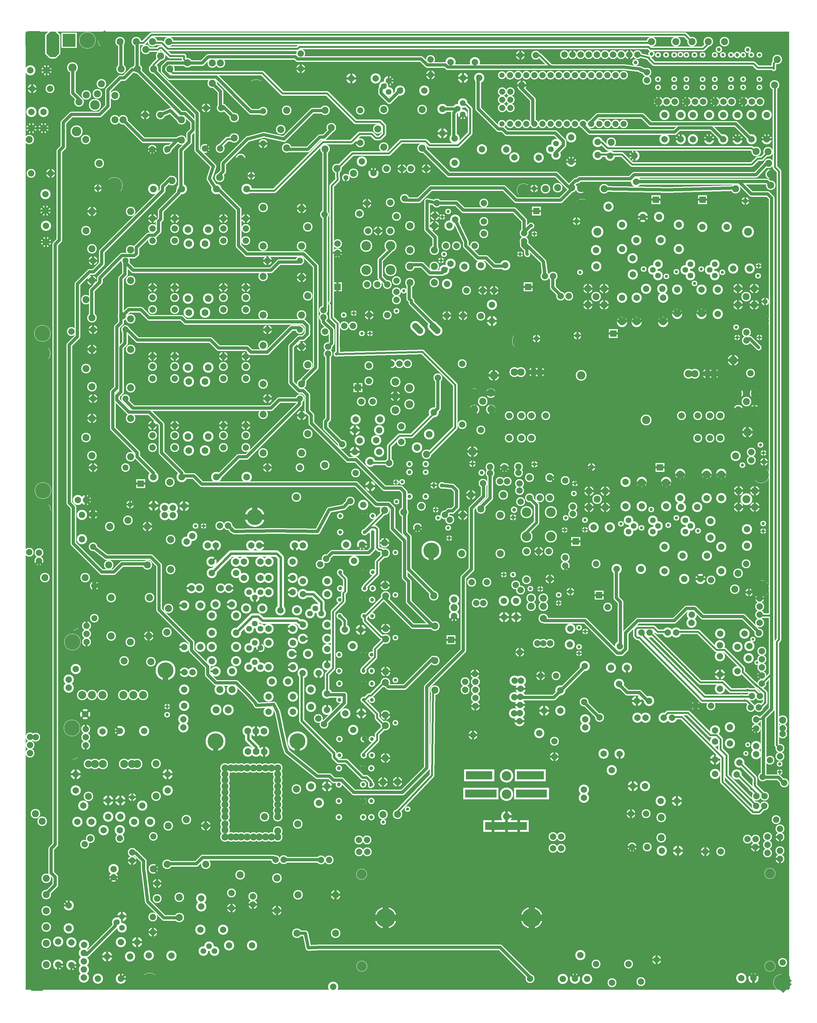
<source format=gbr>
%FSLAX34Y34*%
%MOMM*%
%LNCOPPER_TOP*%
G71*
G01*
%ADD10C,3.200*%
%ADD11C,3.000*%
%ADD12C,3.000*%
%ADD13C,2.800*%
%ADD14C,4.700*%
%ADD15C,1.800*%
%ADD16C,3.700*%
%ADD17C,7.800*%
%ADD18C,3.400*%
%ADD19C,3.100*%
%ADD20C,2.800*%
%ADD21C,2.800*%
%ADD22C,2.800*%
%ADD23C,5.200*%
%ADD24C,2.600*%
%ADD25C,1.700*%
%ADD26C,1.800*%
%ADD27C,3.200*%
%ADD28C,3.800*%
%ADD29C,3.000*%
%ADD30C,3.200*%
%ADD31C,1.400*%
%ADD32C,2.000*%
%ADD33C,1.800*%
%ADD34C,3.300*%
%ADD35C,2.900*%
%ADD36C,2.700*%
%ADD37C,4.200*%
%ADD38C,3.000*%
%ADD39C,6.200*%
%ADD40C,3.300*%
%ADD41C,3.400*%
%ADD42C,2.600*%
%ADD43C,2.000*%
%ADD44C,1.990*%
%ADD45C,1.600*%
%ADD46C,3.000*%
%ADD47C,1.800*%
%ADD48C,3.300*%
%ADD49C,6.800*%
%ADD50C,3.800*%
%ADD51C,4.200*%
%ADD52C,4.700*%
%ADD53C,3.400*%
%ADD54C,2.100*%
%ADD55C,2.700*%
%ADD56C,2.450*%
%ADD57C,2.000*%
%ADD58C,1.400*%
%ADD59C,1.600*%
%ADD60C,4.200*%
%ADD61C,3.400*%
%ADD62C,3.400*%
%ADD63C,6.200*%
%ADD64C,2.400*%
%ADD65C,0.733*%
%ADD66C,0.667*%
%ADD67C,3.345*%
%ADD68C,0.813*%
%ADD69C,6.067*%
%ADD70C,6.860*%
%ADD71C,1.403*%
%ADD72C,1.723*%
%ADD73C,1.380*%
%ADD74C,1.427*%
%ADD75C,1.033*%
%ADD76C,1.180*%
%ADD77C,1.220*%
%ADD78C,3.717*%
%ADD79C,0.680*%
%ADD80C,0.767*%
%ADD81C,1.264*%
%ADD82C,1.507*%
%ADD83C,1.687*%
%ADD84C,1.447*%
%ADD85C,2.100*%
%ADD86C,1.967*%
%ADD87C,2.973*%
%ADD88C,1.667*%
%ADD89C,0.700*%
%ADD90C,0.804*%
%ADD91C,0.672*%
%ADD92C,0.960*%
%ADD93C,0.616*%
%ADD94C,0.400*%
%ADD95C,0.333*%
%ADD96C,0.833*%
%ADD97C,2.200*%
%ADD98C,0.433*%
%ADD99C,0.600*%
%ADD100C,0.867*%
%ADD101C,1.527*%
%ADD102C,0.895*%
%ADD103C,0.533*%
%ADD104C,2.000*%
%ADD105C,1.800*%
%ADD106C,2.200*%
%ADD107C,4.500*%
%ADD108C,1.000*%
%ADD109C,2.500*%
%ADD110C,7.000*%
%ADD111C,2.600*%
%ADD112C,2.300*%
%ADD113C,2.000*%
%ADD114C,2.000*%
%ADD115C,5.000*%
%ADD116C,0.900*%
%ADD117C,1.000*%
%ADD118C,3.000*%
%ADD119C,2.200*%
%ADD120C,1.200*%
%ADD121C,1.000*%
%ADD122C,2.100*%
%ADD123C,1.900*%
%ADD124C,4.000*%
%ADD125C,2.200*%
%ADD126C,5.000*%
%ADD127C,2.100*%
%ADD128C,2.200*%
%ADD129C,0.800*%
%ADD130C,1.500*%
%ADD131C,0.790*%
%ADD132C,2.200*%
%ADD133C,1.000*%
%ADD134C,6.000*%
%ADD135C,3.000*%
%ADD136C,4.000*%
%ADD137C,4.500*%
%ADD138C,2.600*%
%ADD139C,1.300*%
%ADD140C,1.900*%
%ADD141C,1.650*%
%ADD142C,1.200*%
%ADD143C,0.600*%
%ADD144C,0.800*%
%ADD145C,3.200*%
%ADD146C,1.600*%
%ADD147C,2.600*%
%LPD*%
G36*
X-326861Y379173D02*
X2063139Y379173D01*
X2063139Y-2620827D01*
X-326861Y-2620827D01*
X-326861Y379173D01*
G37*
%LPC*%
X1539984Y-301756D02*
G54D10*
D03*
X1540034Y-225506D02*
G54D10*
D03*
X1458990Y-305156D02*
G54D10*
D03*
X1459103Y-356137D02*
G54D10*
D03*
X1573290Y-330556D02*
G54D10*
D03*
X1573402Y-381536D02*
G54D10*
D03*
X1540000Y-530356D02*
G54D10*
D03*
X1540050Y-454106D02*
G54D10*
D03*
X1660721Y-273742D02*
G54D10*
D03*
X1584471Y-273692D02*
G54D10*
D03*
X1585680Y-454106D02*
G54D10*
D03*
X1585630Y-530356D02*
G54D10*
D03*
X1717783Y-301757D02*
G54D10*
D03*
X1717833Y-225507D02*
G54D10*
D03*
X1615115Y-426272D02*
G54D10*
D03*
X1712680Y-428706D02*
G54D10*
D03*
X1712630Y-504956D02*
G54D10*
D03*
X1788880Y-428706D02*
G54D10*
D03*
X1788830Y-504956D02*
G54D10*
D03*
X1839680Y-428706D02*
G54D10*
D03*
X1839630Y-504956D02*
G54D10*
D03*
X1939151Y-362661D02*
G54D10*
D03*
X1888170Y-362774D02*
G54D10*
D03*
X1867696Y-231938D02*
G54D10*
D03*
X1791446Y-231888D02*
G54D10*
D03*
X1652355Y-349331D02*
G54D11*
D03*
X1636455Y-366906D02*
G54D11*
D03*
X1652389Y-384522D02*
G54D11*
D03*
X1753955Y-349331D02*
G54D11*
D03*
X1738055Y-366906D02*
G54D11*
D03*
X1753989Y-384522D02*
G54D11*
D03*
X1830154Y-349331D02*
G54D11*
D03*
X1814254Y-366906D02*
G54D11*
D03*
X1830190Y-384522D02*
G54D11*
D03*
X1433255Y-425431D02*
G54D12*
D03*
X1484055Y-425431D02*
G54D12*
D03*
X1458655Y-450831D02*
G54D12*
D03*
X1484055Y-476231D02*
G54D12*
D03*
X1433255Y-476231D02*
G54D12*
D03*
X1903154Y-425431D02*
G54D12*
D03*
X1953954Y-425431D02*
G54D12*
D03*
X1928554Y-450831D02*
G54D12*
D03*
X1953954Y-476231D02*
G54D12*
D03*
X1903154Y-476231D02*
G54D12*
D03*
X1604681Y-201122D02*
G54D10*
D03*
X1655661Y-201009D02*
G54D10*
D03*
X1540000Y-530356D02*
G54D13*
D03*
X1415578Y-170738D02*
G54D14*
D03*
X1665915Y-426272D02*
G54D10*
D03*
X1668230Y-454106D02*
G54D10*
D03*
X1668180Y-530356D02*
G54D10*
D03*
X1497230Y-168956D02*
G54D10*
D03*
X1408455Y-374731D02*
G54D15*
D03*
X1585630Y-530356D02*
G54D13*
D03*
X1668180Y-530356D02*
G54D13*
D03*
X1712630Y-504956D02*
G54D13*
D03*
X1788830Y-504956D02*
G54D13*
D03*
X1975411Y-171531D02*
G54D14*
D03*
X1415578Y-529512D02*
G54D14*
D03*
X1974776Y-527925D02*
G54D14*
D03*
X1465605Y-247731D02*
G54D15*
D03*
X1462429Y-247730D02*
G54D16*
D03*
X1934154Y-247730D02*
G54D16*
D03*
X1548205Y-836972D02*
G54D17*
D03*
X1478355Y-697272D02*
G54D17*
D03*
X1411680Y-697272D02*
G54D18*
D03*
X1614880Y-836972D02*
G54D18*
D03*
X1202805Y-687172D02*
G54D19*
D03*
X1282805Y-687172D02*
G54D20*
D03*
X1747805Y-692172D02*
G54D20*
D03*
X1827805Y-692172D02*
G54D20*
D03*
X1282805Y-687172D02*
G54D19*
D03*
X1747805Y-692172D02*
G54D19*
D03*
X1827805Y-692172D02*
G54D12*
D03*
X1222805Y-687172D02*
G54D19*
D03*
X1262805Y-687172D02*
G54D19*
D03*
X1767805Y-692172D02*
G54D19*
D03*
X1807805Y-692172D02*
G54D19*
D03*
X1078380Y-803502D02*
G54D12*
D03*
X1078380Y-752702D02*
G54D12*
D03*
X1103780Y-778102D02*
G54D12*
D03*
X1129180Y-752702D02*
G54D12*
D03*
X1129180Y-803502D02*
G54D12*
D03*
X1078380Y-804772D02*
G54D21*
D03*
X1129180Y-804772D02*
G54D13*
D03*
X1903880Y-804772D02*
G54D12*
D03*
X1903880Y-753972D02*
G54D12*
D03*
X1929280Y-779372D02*
G54D12*
D03*
X1954680Y-753972D02*
G54D12*
D03*
X1954680Y-804772D02*
G54D12*
D03*
X1903880Y-804772D02*
G54D21*
D03*
X1954680Y-804772D02*
G54D13*
D03*
X1777338Y-893409D02*
G54D22*
D03*
X1777338Y-823559D02*
G54D22*
D03*
X1847188Y-893409D02*
G54D22*
D03*
X1847188Y-823559D02*
G54D22*
D03*
X1815438Y-823559D02*
G54D22*
D03*
X1815438Y-893409D02*
G54D22*
D03*
X1847188Y-893409D02*
G54D13*
D03*
X1847188Y-823559D02*
G54D13*
D03*
X1186787Y-893409D02*
G54D22*
D03*
X1186787Y-823559D02*
G54D22*
D03*
X1256637Y-893409D02*
G54D22*
D03*
X1256638Y-823558D02*
G54D22*
D03*
X1224887Y-823558D02*
G54D22*
D03*
X1224887Y-893408D02*
G54D22*
D03*
X1256638Y-893409D02*
G54D13*
D03*
X1256638Y-823558D02*
G54D13*
D03*
X1827805Y-692172D02*
G54D19*
D03*
X1301088Y-823559D02*
G54D21*
D03*
X1726538Y-823559D02*
G54D21*
D03*
X1942080Y-690447D02*
G54D21*
D03*
X1097530Y-868246D02*
G54D21*
D03*
X1078380Y-753972D02*
G54D13*
D03*
X1129180Y-753971D02*
G54D13*
D03*
X1903880Y-753972D02*
G54D13*
D03*
X1954680Y-753972D02*
G54D13*
D03*
X1954680Y-804772D02*
G54D13*
D03*
X1415578Y-1007350D02*
G54D14*
D03*
X1975411Y-1008143D02*
G54D23*
D03*
X1415579Y-1366125D02*
G54D23*
D03*
X1974776Y-1364538D02*
G54D14*
D03*
X1929154Y-1084343D02*
G54D16*
D03*
X738555Y-367271D02*
G54D24*
D03*
X814754Y-367271D02*
G54D24*
D03*
X814755Y-291071D02*
G54D24*
D03*
X738555Y-291071D02*
G54D24*
D03*
X814667Y-156048D02*
G54D22*
D03*
X814667Y-244948D02*
G54D22*
D03*
X776567Y-244948D02*
G54D22*
D03*
X744817Y-244948D02*
G54D22*
D03*
X805024Y-507838D02*
G54D22*
D03*
X741524Y-412588D02*
G54D22*
D03*
X773274Y-412588D02*
G54D22*
D03*
X805024Y-412588D02*
G54D22*
D03*
G54D25*
X814755Y-291071D02*
X814755Y-303771D01*
X783004Y-335521D01*
X783004Y-390570D01*
X805024Y-412588D01*
X833506Y-400300D02*
G54D22*
D03*
X741524Y-158588D02*
G54D22*
D03*
X859117Y-143348D02*
G54D22*
D03*
X1021545Y-291038D02*
G54D22*
D03*
X1078695Y-291038D02*
G54D22*
D03*
X1107395Y-214838D02*
G54D22*
D03*
X1107395Y-157688D02*
G54D22*
D03*
X1046345Y-356661D02*
G54D10*
D03*
X992393Y-410542D02*
G54D10*
D03*
X1046345Y-356661D02*
G54D13*
D03*
X1174120Y-352610D02*
G54D10*
D03*
X1097871Y-352560D02*
G54D10*
D03*
X1174120Y-352609D02*
G54D13*
D03*
X1053295Y-430738D02*
G54D22*
D03*
X1104095Y-430738D02*
G54D22*
D03*
X1104095Y-430738D02*
G54D22*
D03*
X1132702Y-526844D02*
G54D10*
D03*
X1132590Y-475863D02*
G54D10*
D03*
X1132702Y-526844D02*
G54D10*
D03*
X1107395Y-252938D02*
G54D22*
D03*
X1139145Y-430738D02*
G54D22*
D03*
X988525Y-291038D02*
G54D22*
D03*
X999445Y-227538D02*
G54D22*
D03*
G54D26*
X1017476Y-209506D02*
X1050245Y-278338D01*
X1050245Y-291038D01*
X1088345Y-329138D01*
X1113745Y-329138D01*
X1139145Y-354538D01*
X1177245Y-354538D01*
X1174121Y-352610D01*
X875749Y-229032D02*
G54D12*
D03*
X951949Y-229032D02*
G54D12*
D03*
X875749Y-305232D02*
G54D12*
D03*
X875749Y-356032D02*
G54D12*
D03*
X875749Y-406832D02*
G54D12*
D03*
X951949Y-305232D02*
G54D12*
D03*
X951949Y-356032D02*
G54D12*
D03*
X951949Y-406832D02*
G54D12*
D03*
X951949Y-229032D02*
G54D22*
D03*
X1098200Y-511836D02*
G54D22*
D03*
X1041980Y-509591D02*
G54D22*
D03*
X1041980Y-509591D02*
G54D22*
D03*
X991180Y-509591D02*
G54D22*
D03*
G54D26*
X960205Y-158037D02*
X929494Y-150923D01*
X929494Y-239823D01*
X954894Y-265223D01*
X954894Y-309673D01*
X951950Y-308407D01*
G54D27*
X961364Y-557313D02*
X947222Y-543171D01*
G54D27*
X907389Y-557313D02*
X893247Y-543171D01*
X649055Y-285037D02*
G54D21*
D03*
X649055Y-313612D02*
G54D21*
D03*
X960205Y-158037D02*
G54D21*
D03*
X738554Y-291072D02*
G54D28*
D03*
X738555Y-367271D02*
G54D28*
D03*
X814754Y-367271D02*
G54D28*
D03*
X814755Y-291071D02*
G54D28*
D03*
G54D26*
X960643Y-550242D02*
X962665Y-552337D01*
X880115Y-469787D01*
X880115Y-463437D01*
X873765Y-457087D01*
X873765Y-406287D01*
X875750Y-406832D01*
X1317033Y-1125473D02*
G54D24*
D03*
X1240834Y-1125473D02*
G54D24*
D03*
X1240833Y-1201673D02*
G54D24*
D03*
X1317034Y-1201673D02*
G54D24*
D03*
X1240921Y-1336696D02*
G54D22*
D03*
X1240921Y-1247796D02*
G54D22*
D03*
X1279021Y-1247796D02*
G54D22*
D03*
X1310771Y-1247796D02*
G54D22*
D03*
X1314065Y-1016656D02*
G54D22*
D03*
X1250565Y-1016656D02*
G54D22*
D03*
X1314064Y-1080156D02*
G54D22*
D03*
X1282315Y-1080156D02*
G54D22*
D03*
X1250565Y-1080156D02*
G54D22*
D03*
G54D25*
X1240833Y-1201673D02*
X1240834Y-1188973D01*
X1272584Y-1157223D01*
X1272584Y-1102175D01*
X1250565Y-1080156D01*
X1222082Y-1092445D02*
G54D22*
D03*
X1314064Y-1334156D02*
G54D22*
D03*
X1362083Y-1293432D02*
G54D21*
D03*
X1362084Y-1268032D02*
G54D21*
D03*
X1362084Y-1026732D02*
G54D21*
D03*
X1317034Y-1201673D02*
G54D28*
D03*
X1317033Y-1125473D02*
G54D28*
D03*
X1240834Y-1125473D02*
G54D28*
D03*
X1240833Y-1201673D02*
G54D28*
D03*
X1037825Y-1255054D02*
G54D12*
D03*
X1040999Y-1134404D02*
G54D12*
D03*
X1158475Y-1255054D02*
G54D12*
D03*
X1158475Y-1134404D02*
G54D12*
D03*
X1098150Y-1114941D02*
G54D12*
D03*
X1040999Y-1134404D02*
G54D29*
D03*
X1066846Y-1070822D02*
G54D12*
D03*
X1168446Y-1070823D02*
G54D12*
D03*
X1255746Y-1394962D02*
G54D12*
D03*
X1255746Y-1420362D02*
G54D12*
D03*
X1293846Y-1420362D02*
G54D12*
D03*
X1293846Y-1458462D02*
G54D12*
D03*
X1208341Y-1402969D02*
G54D10*
D03*
X1208454Y-1453949D02*
G54D10*
D03*
X1208341Y-1402970D02*
G54D22*
D03*
X1170241Y-1402969D02*
G54D10*
D03*
X1170353Y-1453949D02*
G54D10*
D03*
X1170241Y-1402970D02*
G54D22*
D03*
X1293846Y-1394962D02*
G54D12*
D03*
X1104813Y-1035013D02*
G54D22*
D03*
X1066846Y-1070822D02*
G54D12*
D03*
X874804Y-736524D02*
G54D30*
D03*
X874804Y-787324D02*
G54D30*
D03*
X830354Y-761924D02*
G54D30*
D03*
X830354Y-806374D02*
G54D30*
D03*
X830354Y-717474D02*
G54D30*
D03*
X843054Y-660324D02*
G54D22*
D03*
X817654Y-660324D02*
G54D22*
D03*
X868454Y-660324D02*
G54D22*
D03*
X781969Y-834949D02*
G54D10*
D03*
X705719Y-834899D02*
G54D10*
D03*
X703027Y-869209D02*
G54D10*
D03*
X779277Y-869259D02*
G54D10*
D03*
X718961Y-900685D02*
G54D10*
D03*
X769941Y-900573D02*
G54D10*
D03*
X747804Y-666586D02*
G54D22*
D03*
X747804Y-714386D02*
G54D22*
D03*
X751414Y-968210D02*
G54D10*
D03*
X751364Y-1044460D02*
G54D10*
D03*
X811304Y-1019274D02*
G54D22*
D03*
X811304Y-971474D02*
G54D22*
D03*
X723860Y-779430D02*
G54D22*
D03*
X758960Y-779430D02*
G54D22*
D03*
X849404Y-904974D02*
G54D22*
D03*
X849404Y-857174D02*
G54D22*
D03*
X703082Y-936856D02*
G54D10*
D03*
X779332Y-936906D02*
G54D10*
D03*
X950279Y-813279D02*
G54D10*
D03*
X811304Y-1019274D02*
G54D22*
D03*
G54D31*
X811304Y-977824D02*
X812004Y-976554D01*
X805654Y-970204D01*
X748504Y-970204D01*
X751414Y-968210D01*
G36*
X726754Y-721254D02*
X726754Y-749254D01*
X698754Y-749254D01*
X698754Y-721254D01*
X726754Y-721254D01*
G37*
X925604Y-974736D02*
G54D32*
D03*
X925604Y-1000136D02*
G54D33*
D03*
X874804Y-974736D02*
G54D33*
D03*
X874804Y-1000136D02*
G54D32*
D03*
X925604Y-1076336D02*
G54D33*
D03*
X874804Y-1076336D02*
G54D33*
D03*
X927636Y-943970D02*
G54D12*
D03*
G54D31*
X950279Y-813279D02*
X951004Y-815986D01*
X881154Y-885836D01*
X843054Y-885836D01*
X811304Y-917586D01*
X811304Y-968386D01*
X811304Y-971474D01*
X911941Y-1106475D02*
G54D21*
D03*
X874804Y-974736D02*
G54D32*
D03*
X925604Y-1076336D02*
G54D32*
D03*
X874804Y-1076336D02*
G54D32*
D03*
X139813Y-923423D02*
G54D22*
D03*
X69963Y-923423D02*
G54D22*
D03*
X139813Y-853573D02*
G54D22*
D03*
X69963Y-853573D02*
G54D22*
D03*
X69963Y-885323D02*
G54D22*
D03*
X139813Y-885323D02*
G54D22*
D03*
X183222Y-932194D02*
G54D34*
D03*
X234202Y-932082D02*
G54D34*
D03*
X362063Y-923423D02*
G54D22*
D03*
X292213Y-923423D02*
G54D22*
D03*
X362063Y-853573D02*
G54D22*
D03*
X292213Y-853573D02*
G54D22*
D03*
X292213Y-885323D02*
G54D22*
D03*
X362063Y-885323D02*
G54D22*
D03*
X244286Y-888096D02*
G54D10*
D03*
X244173Y-837116D02*
G54D10*
D03*
X180786Y-888096D02*
G54D10*
D03*
X180673Y-837116D02*
G54D10*
D03*
X362062Y-853573D02*
G54D13*
D03*
X292213Y-853573D02*
G54D13*
D03*
X244174Y-837115D02*
G54D35*
D03*
X180673Y-837115D02*
G54D13*
D03*
X139813Y-853573D02*
G54D13*
D03*
X69963Y-853573D02*
G54D13*
D03*
X180786Y-888096D02*
G54D34*
D03*
X180673Y-837116D02*
G54D34*
D03*
X244173Y-837116D02*
G54D34*
D03*
X244286Y-888096D02*
G54D34*
D03*
X416276Y-819131D02*
G54D12*
D03*
X536926Y-822305D02*
G54D12*
D03*
X416276Y-939781D02*
G54D12*
D03*
X536926Y-939781D02*
G54D12*
D03*
X555738Y-879456D02*
G54D12*
D03*
X429783Y-986060D02*
G54D36*
D03*
X531383Y-986060D02*
G54D36*
D03*
X536926Y-822305D02*
G54D12*
D03*
X1282Y-951870D02*
G54D12*
D03*
X-119368Y-948696D02*
G54D12*
D03*
X1282Y-831219D02*
G54D12*
D03*
X-119368Y-831219D02*
G54D12*
D03*
X-138181Y-891544D02*
G54D12*
D03*
X-119368Y-948696D02*
G54D12*
D03*
X-119368Y-831219D02*
G54D12*
D03*
X-116317Y-986060D02*
G54D36*
D03*
X-14717Y-986060D02*
G54D36*
D03*
X429783Y-986060D02*
G54D22*
D03*
X-116317Y-986060D02*
G54D22*
D03*
X139813Y-707523D02*
G54D22*
D03*
X69963Y-707523D02*
G54D22*
D03*
X139813Y-637673D02*
G54D22*
D03*
X69963Y-637673D02*
G54D22*
D03*
X69963Y-669423D02*
G54D22*
D03*
X139813Y-669423D02*
G54D22*
D03*
X183222Y-716294D02*
G54D34*
D03*
X234202Y-716182D02*
G54D34*
D03*
X362063Y-707523D02*
G54D22*
D03*
X292213Y-707523D02*
G54D22*
D03*
X362063Y-637673D02*
G54D22*
D03*
X292213Y-637673D02*
G54D22*
D03*
X292213Y-669423D02*
G54D22*
D03*
X362063Y-669423D02*
G54D22*
D03*
X244286Y-672196D02*
G54D10*
D03*
X244173Y-621216D02*
G54D10*
D03*
X180786Y-672196D02*
G54D10*
D03*
X180673Y-621216D02*
G54D10*
D03*
X362062Y-637673D02*
G54D13*
D03*
X292213Y-637673D02*
G54D13*
D03*
X244174Y-621215D02*
G54D35*
D03*
X180673Y-621215D02*
G54D13*
D03*
X139813Y-637673D02*
G54D13*
D03*
X69963Y-637673D02*
G54D13*
D03*
X180786Y-672196D02*
G54D34*
D03*
X180673Y-621216D02*
G54D34*
D03*
X244173Y-621216D02*
G54D34*
D03*
X244286Y-672196D02*
G54D34*
D03*
X416276Y-603231D02*
G54D12*
D03*
X536926Y-606405D02*
G54D12*
D03*
X416276Y-723881D02*
G54D12*
D03*
X536926Y-723881D02*
G54D12*
D03*
X555738Y-663556D02*
G54D12*
D03*
X429783Y-770160D02*
G54D36*
D03*
X531383Y-770160D02*
G54D36*
D03*
X536926Y-606405D02*
G54D12*
D03*
X1282Y-735970D02*
G54D12*
D03*
X-119368Y-732796D02*
G54D12*
D03*
X1282Y-615320D02*
G54D12*
D03*
X-119368Y-615320D02*
G54D12*
D03*
X-138181Y-675644D02*
G54D12*
D03*
X-119368Y-732796D02*
G54D12*
D03*
X-119368Y-615320D02*
G54D12*
D03*
X-116317Y-770160D02*
G54D36*
D03*
X-14717Y-770160D02*
G54D36*
D03*
X429783Y-770160D02*
G54D22*
D03*
X-116317Y-770160D02*
G54D22*
D03*
X139813Y-491623D02*
G54D22*
D03*
X69963Y-491623D02*
G54D22*
D03*
X139813Y-421773D02*
G54D22*
D03*
X69963Y-421773D02*
G54D22*
D03*
X69963Y-453523D02*
G54D22*
D03*
X139813Y-453523D02*
G54D22*
D03*
X183222Y-500394D02*
G54D34*
D03*
X234202Y-500282D02*
G54D34*
D03*
X362063Y-491623D02*
G54D22*
D03*
X292213Y-491623D02*
G54D22*
D03*
X362063Y-421773D02*
G54D22*
D03*
X292213Y-421773D02*
G54D22*
D03*
X292213Y-453523D02*
G54D22*
D03*
X362063Y-453523D02*
G54D22*
D03*
X244286Y-456296D02*
G54D10*
D03*
X244173Y-405316D02*
G54D10*
D03*
X180786Y-456296D02*
G54D10*
D03*
X180673Y-405316D02*
G54D10*
D03*
X362062Y-421773D02*
G54D13*
D03*
X292213Y-421773D02*
G54D13*
D03*
X244174Y-405315D02*
G54D35*
D03*
X180673Y-405315D02*
G54D13*
D03*
X139813Y-421773D02*
G54D13*
D03*
X69963Y-421773D02*
G54D13*
D03*
X180786Y-456296D02*
G54D34*
D03*
X180673Y-405315D02*
G54D34*
D03*
X244173Y-405316D02*
G54D34*
D03*
X244286Y-456296D02*
G54D34*
D03*
X416276Y-387331D02*
G54D12*
D03*
X536926Y-390505D02*
G54D12*
D03*
X416276Y-507981D02*
G54D12*
D03*
X536926Y-507981D02*
G54D12*
D03*
X555738Y-447656D02*
G54D12*
D03*
X429783Y-554261D02*
G54D36*
D03*
X531383Y-554260D02*
G54D36*
D03*
X536926Y-390505D02*
G54D12*
D03*
X1282Y-520070D02*
G54D12*
D03*
X-119368Y-516896D02*
G54D12*
D03*
X1282Y-399420D02*
G54D12*
D03*
X-119368Y-399420D02*
G54D12*
D03*
X-138181Y-459744D02*
G54D12*
D03*
X-119368Y-516896D02*
G54D12*
D03*
X-119368Y-399420D02*
G54D12*
D03*
X-116317Y-554261D02*
G54D36*
D03*
X-14717Y-554260D02*
G54D36*
D03*
X429783Y-554260D02*
G54D22*
D03*
X-116317Y-554261D02*
G54D22*
D03*
X139813Y-275723D02*
G54D22*
D03*
X69963Y-275723D02*
G54D22*
D03*
X139813Y-205873D02*
G54D22*
D03*
X69963Y-205873D02*
G54D22*
D03*
X69963Y-237623D02*
G54D22*
D03*
X139813Y-237623D02*
G54D22*
D03*
X183222Y-284494D02*
G54D34*
D03*
X234202Y-284382D02*
G54D34*
D03*
X362063Y-275723D02*
G54D22*
D03*
X292213Y-275723D02*
G54D22*
D03*
X362063Y-205873D02*
G54D22*
D03*
X292213Y-205873D02*
G54D22*
D03*
X292213Y-237623D02*
G54D22*
D03*
X362063Y-237623D02*
G54D22*
D03*
X244286Y-240396D02*
G54D10*
D03*
X244173Y-189416D02*
G54D10*
D03*
X180786Y-240396D02*
G54D10*
D03*
X180673Y-189416D02*
G54D10*
D03*
X362062Y-205873D02*
G54D13*
D03*
X292213Y-205873D02*
G54D13*
D03*
X244174Y-189415D02*
G54D35*
D03*
X180673Y-189415D02*
G54D13*
D03*
X139813Y-205873D02*
G54D13*
D03*
X69963Y-205873D02*
G54D13*
D03*
X180786Y-240396D02*
G54D34*
D03*
X180673Y-189416D02*
G54D34*
D03*
X244173Y-189416D02*
G54D34*
D03*
X244286Y-240396D02*
G54D34*
D03*
X416276Y-171431D02*
G54D12*
D03*
X536926Y-174605D02*
G54D12*
D03*
X416276Y-292081D02*
G54D12*
D03*
X536926Y-292081D02*
G54D12*
D03*
X555738Y-231756D02*
G54D12*
D03*
X429783Y-338360D02*
G54D36*
D03*
X531383Y-338360D02*
G54D36*
D03*
X536926Y-174605D02*
G54D12*
D03*
X1282Y-304170D02*
G54D12*
D03*
X-119368Y-300996D02*
G54D12*
D03*
X1282Y-183520D02*
G54D12*
D03*
X-119368Y-183520D02*
G54D12*
D03*
X-138181Y-243844D02*
G54D12*
D03*
X-119368Y-300996D02*
G54D12*
D03*
X-119368Y-183520D02*
G54D12*
D03*
X-116317Y-338361D02*
G54D36*
D03*
X-14717Y-338360D02*
G54D36*
D03*
X429783Y-338360D02*
G54D22*
D03*
X-116317Y-338360D02*
G54D22*
D03*
X364937Y-1015096D02*
G54D34*
D03*
X364937Y-1015096D02*
G54D34*
D03*
X269687Y-1015096D02*
G54D34*
D03*
X269687Y-1015096D02*
G54D34*
D03*
X161737Y-1015096D02*
G54D34*
D03*
X161737Y-1015096D02*
G54D34*
D03*
X72837Y-1015096D02*
G54D34*
D03*
X72837Y-1015096D02*
G54D34*
D03*
G54D26*
X269687Y-1015096D02*
X276036Y-1015096D01*
X339536Y-951596D01*
X364936Y-951596D01*
X530036Y-786497D01*
X530036Y-773797D01*
X531383Y-770161D01*
G54D26*
X-14717Y-770161D02*
X-16064Y-773797D01*
X9336Y-799197D01*
X441136Y-799197D01*
X466536Y-773797D01*
X530036Y-773797D01*
X531383Y-770161D01*
G54D26*
X161737Y-1015096D02*
X161736Y-1015096D01*
X161736Y-1002396D01*
X98236Y-938896D01*
X98236Y-849996D01*
X60136Y-811896D01*
X-3364Y-811897D01*
X-41464Y-773797D01*
X-41464Y-761097D01*
X-28764Y-748397D01*
X-28764Y-608697D01*
X-16064Y-595997D01*
X-16064Y-557897D01*
X-14717Y-554260D01*
G54D26*
X72837Y-1015096D02*
X72836Y-1015096D01*
X72836Y-1002396D01*
X22036Y-951596D01*
X22036Y-938896D01*
X-54164Y-862697D01*
X-54164Y-748397D01*
X-41464Y-735697D01*
X-41464Y-545196D01*
X-28764Y-532496D01*
X-28764Y-392796D01*
X-16064Y-380096D01*
X-16064Y-341997D01*
X-14717Y-338360D01*
G54D26*
X-14717Y-338360D02*
X-16064Y-341997D01*
X9336Y-367396D01*
X441136Y-367396D01*
X466536Y-341997D01*
X530036Y-341996D01*
X531383Y-338360D01*
X364937Y-113396D02*
G54D34*
D03*
X364937Y-113396D02*
G54D34*
D03*
X269687Y-113396D02*
G54D34*
D03*
X269687Y-113396D02*
G54D34*
D03*
X161737Y-113396D02*
G54D34*
D03*
X161737Y-113396D02*
G54D34*
D03*
X72837Y-113396D02*
G54D34*
D03*
X72837Y-113396D02*
G54D34*
D03*
G54D26*
X269687Y-113396D02*
X276036Y-113397D01*
X339536Y-176896D01*
X339536Y-291196D01*
X364936Y-316596D01*
X542736Y-316597D01*
X580836Y-354697D01*
X580836Y-672196D01*
X542736Y-710297D01*
X542736Y-722996D01*
X536926Y-723880D01*
X-183799Y-559926D02*
G54D21*
D03*
X609951Y-559926D02*
G54D21*
D03*
X1221904Y-589838D02*
G54D23*
D03*
X1231428Y-116763D02*
G54D37*
D03*
X682153Y-589838D02*
G54D23*
D03*
X669453Y-119937D02*
G54D23*
D03*
X61100Y-1392612D02*
G54D12*
D03*
X57926Y-1513262D02*
G54D12*
D03*
X-59550Y-1392612D02*
G54D12*
D03*
X-59550Y-1513262D02*
G54D12*
D03*
X776Y-1532074D02*
G54D12*
D03*
X-67099Y-1290743D02*
G54D12*
D03*
X-63925Y-1170093D02*
G54D12*
D03*
X53550Y-1290743D02*
G54D12*
D03*
X53550Y-1170093D02*
G54D12*
D03*
X-6774Y-1150806D02*
G54D12*
D03*
X-112179Y-1355319D02*
G54D36*
D03*
X-112179Y-1456919D02*
G54D36*
D03*
X-112179Y-1355319D02*
G54D22*
D03*
X-115977Y-1132124D02*
G54D36*
D03*
X-115976Y-1233724D02*
G54D36*
D03*
X-115977Y-1132124D02*
G54D22*
D03*
X-115977Y-1132124D02*
G54D12*
D03*
X57926Y-1513262D02*
G54D12*
D03*
X53550Y-1170093D02*
G54D12*
D03*
X-63926Y-1170093D02*
G54D12*
D03*
X53550Y-1170093D02*
G54D12*
D03*
X32311Y-1084343D02*
G54D14*
D03*
X984811Y-1084343D02*
G54D14*
D03*
X32311Y-1982868D02*
G54D14*
D03*
X984811Y-1986043D02*
G54D23*
D03*
X1068866Y-1344662D02*
G54D22*
D03*
X1116666Y-1344663D02*
G54D22*
D03*
X1068866Y-1344662D02*
G54D22*
D03*
X1977462Y-1560253D02*
G54D21*
D03*
X1977463Y-1585653D02*
G54D21*
D03*
X1960000Y-1774566D02*
G54D21*
D03*
X1960000Y-1803141D02*
G54D21*
D03*
X1946278Y-1701503D02*
G54D21*
D03*
X1971678Y-1701502D02*
G54D21*
D03*
X950844Y-1386844D02*
G54D38*
D03*
X954019Y-1482094D02*
G54D38*
D03*
X954019Y-1590044D02*
G54D38*
D03*
X954019Y-1682119D02*
G54D38*
D03*
X523450Y-1842582D02*
G54D39*
D03*
X267749Y-1842682D02*
G54D39*
D03*
X368474Y-1810757D02*
G54D40*
D03*
X393850Y-1810882D02*
G54D40*
D03*
X419293Y-1810857D02*
G54D40*
D03*
X616555Y-1744498D02*
G54D10*
D03*
X616380Y-1693506D02*
G54D10*
D03*
X318624Y-1680632D02*
G54D41*
D03*
X269224Y-1744732D02*
G54D41*
D03*
X307224Y-1744732D02*
G54D41*
D03*
X280524Y-1680632D02*
G54D41*
D03*
X169350Y-1731482D02*
G54D10*
D03*
X169225Y-1680566D02*
G54D10*
D03*
X432875Y-1702907D02*
G54D10*
D03*
X509124Y-1702957D02*
G54D10*
D03*
X166775Y-1799607D02*
G54D10*
D03*
X166774Y-1774107D02*
G54D10*
D03*
X432874Y-1750532D02*
G54D10*
D03*
X509124Y-1750582D02*
G54D10*
D03*
X407474Y-1331432D02*
G54D10*
D03*
X356558Y-1331557D02*
G54D10*
D03*
X372550Y-1375882D02*
G54D11*
D03*
X390124Y-1391782D02*
G54D11*
D03*
X407740Y-1375847D02*
G54D11*
D03*
X378900Y-1229832D02*
G54D10*
D03*
X404324Y-1229782D02*
G54D10*
D03*
X432874Y-1375882D02*
G54D10*
D03*
X509050Y-1375882D02*
G54D10*
D03*
X255074Y-1315557D02*
G54D10*
D03*
X331324Y-1315607D02*
G54D10*
D03*
X413824Y-1426682D02*
G54D10*
D03*
X362908Y-1426807D02*
G54D10*
D03*
X407474Y-1490182D02*
G54D11*
D03*
X389874Y-1474282D02*
G54D11*
D03*
X372284Y-1490216D02*
G54D11*
D03*
X407850Y-1550582D02*
G54D42*
D03*
X389874Y-1534607D02*
G54D11*
D03*
X372284Y-1550542D02*
G54D11*
D03*
X432874Y-1490182D02*
G54D10*
D03*
X509050Y-1490182D02*
G54D10*
D03*
X407474Y-1610882D02*
G54D11*
D03*
X389874Y-1594932D02*
G54D11*
D03*
X372284Y-1610867D02*
G54D11*
D03*
X255074Y-1547332D02*
G54D10*
D03*
X331324Y-1547382D02*
G54D10*
D03*
X255283Y-1591511D02*
G54D10*
D03*
X331533Y-1591561D02*
G54D10*
D03*
X432874Y-1610832D02*
G54D10*
D03*
X509149Y-1610882D02*
G54D10*
D03*
X494196Y-1655622D02*
G54D10*
D03*
X443279Y-1655747D02*
G54D10*
D03*
X432874Y-1534632D02*
G54D10*
D03*
X509124Y-1534682D02*
G54D10*
D03*
X590150Y-1629482D02*
G54D30*
D03*
X565166Y-1680414D02*
G54D30*
D03*
X540267Y-1629368D02*
G54D30*
D03*
X597974Y-1442557D02*
G54D11*
D03*
X580174Y-1426757D02*
G54D11*
D03*
X562784Y-1442592D02*
G54D11*
D03*
X242374Y-1229832D02*
G54D10*
D03*
X267949Y-1229882D02*
G54D10*
D03*
X540824Y-1340957D02*
G54D10*
D03*
X617074Y-1341007D02*
G54D10*
D03*
X540824Y-1382232D02*
G54D10*
D03*
X617074Y-1382282D02*
G54D10*
D03*
X521774Y-1433032D02*
G54D10*
D03*
X470858Y-1433157D02*
G54D10*
D03*
G54D43*
X597974Y-1442557D02*
X597974Y-1407632D01*
X572574Y-1382232D01*
X540824Y-1382232D01*
X540824Y-1477482D02*
G54D10*
D03*
X617074Y-1477532D02*
G54D10*
D03*
X616974Y-1604507D02*
G54D10*
D03*
X616862Y-1553526D02*
G54D10*
D03*
X617024Y-1521932D02*
G54D10*
D03*
X540750Y-1521882D02*
G54D10*
D03*
X191624Y-1363157D02*
G54D10*
D03*
X216487Y-1363470D02*
G54D11*
D03*
X220149Y-1547332D02*
G54D10*
D03*
X169174Y-1547482D02*
G54D10*
D03*
X255074Y-1502882D02*
G54D10*
D03*
X331324Y-1502932D02*
G54D10*
D03*
G54D43*
X540824Y-1471132D02*
X528124Y-1471132D01*
X521774Y-1464782D01*
X413824Y-1464782D01*
X401124Y-1452082D01*
X382074Y-1452082D01*
X369375Y-1464782D01*
X331274Y-1502882D01*
X318574Y-1623532D02*
G54D10*
D03*
X267600Y-1623682D02*
G54D10*
D03*
X195174Y-1626682D02*
G54D11*
D03*
X169874Y-1626382D02*
G54D11*
D03*
X220149Y-1417157D02*
G54D10*
D03*
X169174Y-1417257D02*
G54D10*
D03*
X540824Y-1229832D02*
G54D10*
D03*
X515350Y-1229832D02*
G54D10*
D03*
X255074Y-1448907D02*
G54D10*
D03*
X331324Y-1448957D02*
G54D10*
D03*
X318550Y-1413957D02*
G54D10*
D03*
X267650Y-1414157D02*
G54D10*
D03*
X283650Y-1363182D02*
G54D11*
D03*
X308550Y-1363482D02*
G54D11*
D03*
X432874Y-1331432D02*
G54D10*
D03*
X509050Y-1331432D02*
G54D10*
D03*
X432874Y-1280632D02*
G54D10*
D03*
X509050Y-1280582D02*
G54D10*
D03*
X255050Y-1280582D02*
G54D10*
D03*
X331250Y-1280582D02*
G54D10*
D03*
X407474Y-1280632D02*
G54D10*
D03*
X356558Y-1280757D02*
G54D10*
D03*
G54D43*
X470974Y-1433032D02*
X470974Y-1267932D01*
X458274Y-1255232D01*
X315400Y-1255232D01*
X255074Y-1315557D01*
X506174Y-1569246D02*
G54D10*
D03*
X557155Y-1569134D02*
G54D10*
D03*
X566274Y-1734707D02*
G54D10*
D03*
X419350Y-1875182D02*
G54D40*
D03*
X394050Y-1874982D02*
G54D40*
D03*
X368562Y-1875050D02*
G54D40*
D03*
G54D44*
X369374Y-1810857D02*
X369375Y-1836257D01*
X394774Y-1861657D01*
X394774Y-1874357D01*
X756600Y-1886493D02*
G54D33*
D03*
X731200Y-1886493D02*
G54D33*
D03*
X756600Y-1835693D02*
G54D33*
D03*
X731199Y-1835693D02*
G54D33*
D03*
X655000Y-1886493D02*
G54D32*
D03*
X654999Y-1835693D02*
G54D33*
D03*
X799208Y-1895376D02*
G54D12*
D03*
X799208Y-1793776D02*
G54D12*
D03*
X837401Y-1969486D02*
G54D12*
D03*
X756600Y-1713058D02*
G54D33*
D03*
X731200Y-1713058D02*
G54D33*
D03*
X756600Y-1662258D02*
G54D33*
D03*
X731200Y-1662258D02*
G54D33*
D03*
X654999Y-1713058D02*
G54D33*
D03*
X654999Y-1662258D02*
G54D33*
D03*
X723499Y-1755688D02*
G54D30*
D03*
X698516Y-1806620D02*
G54D30*
D03*
X673617Y-1755574D02*
G54D30*
D03*
X758981Y-1363808D02*
G54D33*
D03*
X733581Y-1363808D02*
G54D33*
D03*
X758981Y-1313008D02*
G54D33*
D03*
X733581Y-1313008D02*
G54D33*
D03*
X657381Y-1363808D02*
G54D33*
D03*
X657381Y-1313008D02*
G54D33*
D03*
X758981Y-1188390D02*
G54D33*
D03*
X733581Y-1188390D02*
G54D33*
D03*
X758981Y-1137590D02*
G54D33*
D03*
X733581Y-1137590D02*
G54D33*
D03*
X657381Y-1188390D02*
G54D33*
D03*
X657381Y-1137590D02*
G54D33*
D03*
X725881Y-1227051D02*
G54D30*
D03*
X700897Y-1277983D02*
G54D30*
D03*
X675998Y-1226936D02*
G54D30*
D03*
X721912Y-1493354D02*
G54D30*
D03*
X696928Y-1544286D02*
G54D30*
D03*
X672029Y-1493240D02*
G54D30*
D03*
X757393Y-1450327D02*
G54D33*
D03*
X731993Y-1450327D02*
G54D33*
D03*
X757393Y-1399527D02*
G54D33*
D03*
X731993Y-1399527D02*
G54D33*
D03*
X655793Y-1450327D02*
G54D33*
D03*
X655793Y-1399527D02*
G54D33*
D03*
X755806Y-1622571D02*
G54D33*
D03*
X730406Y-1622571D02*
G54D33*
D03*
X755806Y-1571771D02*
G54D33*
D03*
X730406Y-1571771D02*
G54D33*
D03*
X654206Y-1622571D02*
G54D33*
D03*
X654206Y-1571771D02*
G54D33*
D03*
G54D45*
X655794Y-1450327D02*
X658300Y-1452082D01*
X671000Y-1464782D01*
X671000Y-1490182D01*
X672030Y-1493240D01*
X799208Y-1760042D02*
G54D12*
D03*
X799208Y-1658442D02*
G54D12*
D03*
X799605Y-1623914D02*
G54D12*
D03*
X799605Y-1522314D02*
G54D12*
D03*
X799605Y-1489373D02*
G54D12*
D03*
X799605Y-1387774D02*
G54D12*
D03*
X798414Y-1354832D02*
G54D12*
D03*
X798414Y-1253233D02*
G54D12*
D03*
X796827Y-1221482D02*
G54D12*
D03*
X796827Y-1119883D02*
G54D12*
D03*
G54D31*
X799208Y-1793776D02*
X798000Y-1794982D01*
X772600Y-1820382D01*
X772600Y-1839432D01*
X728150Y-1883882D01*
X731200Y-1886493D01*
G54D31*
X799209Y-1658442D02*
X798000Y-1655282D01*
X753550Y-1699732D01*
X747200Y-1699732D01*
X734500Y-1712432D01*
X728150Y-1712432D01*
X731200Y-1713058D01*
G54D31*
X799606Y-1522314D02*
X798000Y-1521932D01*
X766249Y-1553682D01*
X766250Y-1579082D01*
X728150Y-1617182D01*
X728150Y-1623532D01*
X730406Y-1622571D01*
G54D31*
X799605Y-1387773D02*
X798000Y-1388582D01*
X734500Y-1452082D01*
X731994Y-1450327D01*
G54D31*
X798414Y-1253233D02*
X798000Y-1255232D01*
X772599Y-1280632D01*
X772600Y-1318732D01*
X734500Y-1356832D01*
X734500Y-1363182D01*
X733580Y-1363808D01*
G54D31*
X796828Y-1119883D02*
X798000Y-1121882D01*
X734500Y-1185382D01*
X733580Y-1188390D01*
G54D31*
X731200Y-1713058D02*
X728150Y-1712432D01*
X772600Y-1756882D01*
X772600Y-1769582D01*
X798000Y-1794982D01*
X799208Y-1793776D01*
G54D31*
X799606Y-1522314D02*
X798000Y-1521932D01*
X791650Y-1515582D01*
X785300Y-1515582D01*
X734500Y-1464782D01*
X734500Y-1452082D01*
X731994Y-1450327D01*
G54D31*
X798414Y-1253233D02*
X798000Y-1255232D01*
X785300Y-1242532D01*
X778950Y-1242532D01*
X772600Y-1236182D01*
X772600Y-1179032D01*
X766250Y-1172682D01*
X753550Y-1172682D01*
X740850Y-1185382D01*
X734500Y-1185382D01*
X733580Y-1188390D01*
X654999Y-1835693D02*
G54D32*
D03*
X731200Y-1886493D02*
G54D32*
D03*
X756600Y-1886493D02*
G54D32*
D03*
X731200Y-1835693D02*
G54D32*
D03*
X756600Y-1835693D02*
G54D32*
D03*
X654999Y-1713058D02*
G54D32*
D03*
X654999Y-1662258D02*
G54D32*
D03*
X731200Y-1713058D02*
G54D32*
D03*
X756600Y-1713058D02*
G54D32*
D03*
X756600Y-1662258D02*
G54D32*
D03*
X731200Y-1662259D02*
G54D32*
D03*
X730406Y-1622571D02*
G54D32*
D03*
X755806Y-1622571D02*
G54D32*
D03*
X755806Y-1571771D02*
G54D32*
D03*
X730406Y-1571771D02*
G54D32*
D03*
X654206Y-1622571D02*
G54D32*
D03*
X654206Y-1571771D02*
G54D32*
D03*
X655793Y-1450327D02*
G54D32*
D03*
X731993Y-1450327D02*
G54D32*
D03*
X655793Y-1399527D02*
G54D32*
D03*
X731993Y-1399527D02*
G54D32*
D03*
X757393Y-1399527D02*
G54D32*
D03*
X757393Y-1450327D02*
G54D32*
D03*
X657381Y-1363808D02*
G54D32*
D03*
X657381Y-1313008D02*
G54D32*
D03*
X733581Y-1363808D02*
G54D32*
D03*
X758981Y-1363808D02*
G54D32*
D03*
X758981Y-1313008D02*
G54D32*
D03*
X733581Y-1313008D02*
G54D32*
D03*
X657381Y-1188390D02*
G54D32*
D03*
X657381Y-1137590D02*
G54D32*
D03*
X733581Y-1188390D02*
G54D32*
D03*
X758981Y-1188390D02*
G54D32*
D03*
X758981Y-1137590D02*
G54D32*
D03*
X733581Y-1137590D02*
G54D32*
D03*
X721912Y-1493354D02*
G54D30*
D03*
X725880Y-1227051D02*
G54D30*
D03*
X754615Y-2080166D02*
G54D33*
D03*
X729215Y-2080166D02*
G54D33*
D03*
X754615Y-2029366D02*
G54D33*
D03*
X729215Y-2029366D02*
G54D33*
D03*
X653015Y-2080166D02*
G54D32*
D03*
X653015Y-2029366D02*
G54D33*
D03*
X653015Y-2029366D02*
G54D32*
D03*
X729215Y-2080166D02*
G54D32*
D03*
X754615Y-2080166D02*
G54D32*
D03*
X729215Y-2029366D02*
G54D32*
D03*
X754615Y-2029366D02*
G54D32*
D03*
X615946Y-1984288D02*
G54D30*
D03*
X590963Y-2035220D02*
G54D30*
D03*
X566064Y-1984174D02*
G54D30*
D03*
X791363Y-1970676D02*
G54D12*
D03*
X791362Y-2072276D02*
G54D12*
D03*
X837401Y-1969486D02*
G54D12*
D03*
X837401Y-2071086D02*
G54D12*
D03*
X755408Y-1977772D02*
G54D33*
D03*
X730008Y-1977772D02*
G54D33*
D03*
X755408Y-1926972D02*
G54D33*
D03*
X730008Y-1926972D02*
G54D33*
D03*
X653808Y-1977772D02*
G54D32*
D03*
X653808Y-1926972D02*
G54D33*
D03*
X653808Y-1926972D02*
G54D32*
D03*
X730008Y-1977772D02*
G54D32*
D03*
X755408Y-1977772D02*
G54D32*
D03*
X730008Y-1926972D02*
G54D32*
D03*
X755408Y-1926972D02*
G54D32*
D03*
G54D45*
X755409Y-1977772D02*
X752756Y-1981514D01*
X752756Y-1968813D01*
X740056Y-1956114D01*
X727356Y-1956114D01*
X676556Y-1905314D01*
X651156Y-1905314D01*
X638456Y-1892614D01*
X638456Y-1879914D01*
X536856Y-1778314D01*
X536856Y-1625914D01*
X540267Y-1629368D01*
X520909Y-1077850D02*
G54D38*
D03*
X520909Y-1992250D02*
G54D38*
D03*
X461894Y-2040894D02*
G54D46*
D03*
X461894Y-2021844D02*
G54D46*
D03*
X461894Y-2002794D02*
G54D46*
D03*
X461894Y-1983744D02*
G54D46*
D03*
X461894Y-1964694D02*
G54D46*
D03*
X461894Y-1945644D02*
G54D46*
D03*
X461894Y-1926594D02*
G54D46*
D03*
X461894Y-2059944D02*
G54D46*
D03*
X461894Y-2078994D02*
G54D46*
D03*
X420619Y-2078994D02*
G54D46*
D03*
X127209Y-1211200D02*
G54D12*
D03*
G54D26*
X954019Y-1482094D02*
X947669Y-1482094D01*
X871469Y-1405894D01*
X871469Y-1342394D01*
X858769Y-1329694D01*
X858769Y-1215394D01*
X820669Y-1177294D01*
X820669Y-1113794D01*
X807969Y-1101094D01*
X769869Y-1101094D01*
X706369Y-1037594D01*
X223769Y-1037594D01*
X198369Y-1012194D01*
X160269Y-1012194D01*
X161737Y-1015096D01*
G54D26*
X950844Y-1386844D02*
X947669Y-1380494D01*
X871469Y-1304294D01*
X871469Y-1202694D01*
X858769Y-1189994D01*
X858769Y-1062994D01*
X846069Y-1050294D01*
X795269Y-1050294D01*
X706369Y-961394D01*
X680969Y-961394D01*
X566669Y-847094D01*
X566669Y-821694D01*
X553969Y-808994D01*
X553969Y-758194D01*
X541269Y-745494D01*
X528569Y-745494D01*
X503169Y-720094D01*
X503169Y-605794D01*
X528569Y-580394D01*
X541269Y-580394D01*
X553969Y-567694D01*
X553969Y-542294D01*
X541269Y-529594D01*
X172969Y-529594D01*
X160269Y-516894D01*
X58669Y-516894D01*
X33269Y-491494D01*
X-4831Y-491494D01*
X-23881Y-510544D01*
X856825Y-1125643D02*
G54D12*
D03*
G54D26*
X799605Y-1387773D02*
X795269Y-1393194D01*
X884169Y-1482094D01*
X947669Y-1482094D01*
X954019Y-1482094D01*
G54D26*
X799208Y-1658442D02*
X795269Y-1659894D01*
X807969Y-1672594D01*
X858769Y-1672594D01*
X947669Y-1583694D01*
X954019Y-1590044D01*
G54D31*
X837401Y-2071086D02*
X833369Y-2066294D01*
X944494Y-1948819D01*
X947669Y-1685294D01*
X954019Y-1682119D01*
X747874Y-507838D02*
G54D22*
D03*
X1377852Y-1489892D02*
G54D10*
D03*
X1971112Y-1420553D02*
G54D21*
D03*
X1971113Y-1445953D02*
G54D21*
D03*
X1971112Y-1471353D02*
G54D21*
D03*
X1299957Y-112422D02*
G54D12*
D03*
X1895322Y-112591D02*
G54D12*
D03*
X1895322Y-949204D02*
G54D12*
D03*
X1484107Y-112422D02*
G54D12*
D03*
G54D26*
X1484107Y-112422D02*
X1686089Y-116127D01*
X1893819Y-110494D01*
X1895321Y-112591D01*
X1382507Y-109247D02*
G54D12*
D03*
G54D26*
X-115976Y-1233724D02*
X-74681Y-1266194D01*
X65019Y-1266194D01*
X90419Y-1291594D01*
X90419Y-1431294D01*
X192019Y-1532894D01*
X192019Y-1558294D01*
X242819Y-1609094D01*
X242819Y-1634494D01*
X268219Y-1659894D01*
X331719Y-1659894D01*
X369819Y-1697994D01*
X391620Y-1721973D01*
X395219Y-1729744D01*
X401569Y-1729744D01*
X449427Y-1727439D01*
X461450Y-1750532D01*
X468477Y-1784589D01*
X471419Y-1799594D01*
X484119Y-1856744D01*
X490469Y-1875794D01*
X585719Y-1951994D01*
X623819Y-1951994D01*
X636519Y-1964694D01*
X661919Y-1964694D01*
X700019Y-2002794D01*
X852419Y-2002794D01*
X928619Y-1926594D01*
X928619Y-1672594D01*
X1042919Y-1558294D01*
X1042919Y-1329694D01*
X1068319Y-1304294D01*
X1068319Y-1113794D01*
X1106419Y-1075694D01*
X1106419Y-1037594D01*
X1104813Y-1035013D01*
G54D26*
X1382507Y-109247D02*
X1385819Y-110494D01*
X1347719Y-148594D01*
X1208019Y-148594D01*
X1169919Y-110494D01*
X941319Y-110494D01*
X903219Y-148594D01*
X865119Y-148594D01*
X859117Y-143348D01*
X1338057Y-109247D02*
G54D12*
D03*
X630032Y-471197D02*
G54D47*
D03*
G54D31*
X652257Y-629947D02*
X914672Y-623597D01*
X1017519Y-726444D01*
X1017519Y-860436D01*
X933986Y-943970D01*
G54D31*
X647909Y-49150D02*
X649219Y-84459D01*
X630169Y-103509D01*
X630169Y-516259D01*
X649219Y-535309D01*
X649219Y-626635D01*
X645907Y-629947D01*
G54D26*
X960205Y-158037D02*
X1021247Y-158037D01*
X1042919Y-179709D01*
X1201669Y-179709D01*
X1233419Y-211459D01*
X1233766Y-251298D01*
X1235239Y-239952D01*
X1235705Y-240581D01*
X1233766Y-251298D01*
G54D26*
X1583798Y-91172D02*
X1906519Y-90809D01*
X1944619Y-128909D01*
X1995419Y-128909D01*
X2008119Y-141609D01*
X2008119Y-1741809D01*
X1982719Y-1767209D01*
X1982719Y-1945009D01*
X-151046Y-1133556D02*
G54D10*
D03*
X-151096Y-1209806D02*
G54D10*
D03*
X-151095Y-1209806D02*
G54D13*
D03*
X-163980Y-1087128D02*
G54D10*
D03*
X-138505Y-1087127D02*
G54D10*
D03*
X697192Y-541810D02*
G54D22*
D03*
X670204Y-541810D02*
G54D22*
D03*
X833717Y-435448D02*
G54D22*
D03*
X833717Y-460848D02*
G54D22*
D03*
X833717Y-495773D02*
G54D15*
D03*
X668617Y-508473D02*
G54D15*
D03*
X1233766Y-276698D02*
G54D22*
D03*
X1233766Y-251298D02*
G54D22*
D03*
G54D26*
X1233766Y-273523D02*
X1228889Y-278052D01*
X1293319Y-340561D01*
X1298876Y-386598D01*
X1297856Y-371722D01*
X1293319Y-340561D01*
X1256055Y-228681D02*
G54D15*
D03*
G54D26*
X1256055Y-228681D02*
X1254289Y-227252D01*
X1228889Y-252652D01*
X1233766Y-251298D01*
X1929092Y-562448D02*
G54D22*
D03*
X1929092Y-587848D02*
G54D22*
D03*
X1897404Y-546181D02*
G54D15*
D03*
X1944966Y-937098D02*
G54D22*
D03*
X1944966Y-962498D02*
G54D22*
D03*
X1973604Y-914481D02*
G54D15*
D03*
X1386167Y-1108548D02*
G54D22*
D03*
X1386167Y-1130773D02*
G54D22*
D03*
X1389404Y-1066881D02*
G54D15*
D03*
X1364004Y-1143081D02*
G54D15*
D03*
X1000766Y-1149355D02*
G54D22*
D03*
X985050Y-1133639D02*
G54D22*
D03*
X995704Y-1174831D02*
G54D15*
D03*
X963954Y-1143081D02*
G54D15*
D03*
X1222574Y-1368818D02*
G54D22*
D03*
X1206858Y-1353103D02*
G54D22*
D03*
X1198904Y-1320881D02*
G54D15*
D03*
X1252880Y-1365331D02*
G54D15*
D03*
X700367Y-502123D02*
G54D15*
D03*
X1265517Y-254473D02*
G54D15*
D03*
X1221067Y-317973D02*
G54D15*
D03*
X1243355Y-317581D02*
G54D15*
D03*
G54D26*
X1243355Y-317581D02*
X1241589Y-316152D01*
X1241589Y-303452D01*
X1228889Y-290752D01*
X1228889Y-278052D01*
X1233766Y-273523D01*
X1900517Y-578323D02*
G54D15*
D03*
X1970367Y-578323D02*
G54D15*
D03*
X1967254Y-609681D02*
G54D15*
D03*
G54D26*
X1967255Y-609681D02*
X1965489Y-608252D01*
X1940089Y-582852D01*
X1927389Y-582852D01*
X1929091Y-584673D01*
X1983067Y-940273D02*
G54D15*
D03*
X1916454Y-977981D02*
G54D15*
D03*
X725767Y-565623D02*
G54D15*
D03*
X751167Y-565623D02*
G54D15*
D03*
X1392517Y-1035523D02*
G54D15*
D03*
X1360767Y-1181573D02*
G54D15*
D03*
X1170267Y-1321273D02*
G54D15*
D03*
X1284567Y-1365723D02*
G54D15*
D03*
X956748Y-1118073D02*
G54D15*
D03*
X998817Y-1206973D02*
G54D15*
D03*
X1341717Y-1410173D02*
G54D15*
D03*
X1341780Y-1384381D02*
G54D15*
D03*
X-21398Y-1697439D02*
G54D48*
D03*
X-86486Y-1697439D02*
G54D48*
D03*
X-19017Y-1913339D02*
G54D48*
D03*
X-86089Y-1913339D02*
G54D48*
D03*
X9955Y-1697439D02*
G54D48*
D03*
X-119427Y-1697439D02*
G54D48*
D03*
X21464Y-1913339D02*
G54D48*
D03*
X-32658Y-1810142D02*
G54D10*
D03*
X43592Y-1810192D02*
G54D10*
D03*
X-140368Y-1757787D02*
G54D10*
D03*
X-86486Y-1811739D02*
G54D10*
D03*
X81168Y-1912506D02*
G54D12*
D03*
X81168Y-2014105D02*
G54D12*
D03*
X-130936Y-1913339D02*
G54D12*
D03*
X-130936Y-2014939D02*
G54D12*
D03*
X117074Y-1945556D02*
G54D10*
D03*
X117186Y-1996537D02*
G54D10*
D03*
X-170263Y-1945556D02*
G54D10*
D03*
X-170151Y-1996537D02*
G54D10*
D03*
X-146546Y-2043782D02*
G54D30*
D03*
X-121647Y-2094828D02*
G54D30*
D03*
X12620Y-2094714D02*
G54D30*
D03*
X37604Y-2043782D02*
G54D30*
D03*
X62503Y-2094828D02*
G54D30*
D03*
X-30563Y-2028107D02*
G54D10*
D03*
X-30451Y-2079088D02*
G54D10*
D03*
X-68663Y-2028107D02*
G54D10*
D03*
X-68551Y-2079088D02*
G54D10*
D03*
X-32608Y-2121342D02*
G54D10*
D03*
X-83408Y-2121342D02*
G54D10*
D03*
X-149986Y-1697439D02*
G54D48*
D03*
X40514Y-1697439D02*
G54D48*
D03*
X-165180Y-2094714D02*
G54D30*
D03*
X166774Y-1774107D02*
G54D10*
D03*
X-192000Y-1674988D02*
G54D10*
D03*
X-192001Y-1649488D02*
G54D10*
D03*
X120067Y-1427125D02*
G54D12*
D03*
X800309Y-2395475D02*
G54D12*
D03*
X1257509Y-2395475D02*
G54D49*
D03*
X610583Y11956D02*
G54D12*
D03*
X489933Y15130D02*
G54D12*
D03*
X610583Y132606D02*
G54D12*
D03*
X489933Y132606D02*
G54D12*
D03*
X471121Y72282D02*
G54D12*
D03*
X489933Y15130D02*
G54D12*
D03*
X416505Y130488D02*
G54D36*
D03*
X416505Y28888D02*
G54D22*
D03*
X489933Y15130D02*
G54D12*
D03*
X914609Y14350D02*
G54D12*
D03*
X793959Y17524D02*
G54D12*
D03*
X914609Y135000D02*
G54D12*
D03*
X793959Y135000D02*
G54D12*
D03*
X775146Y74675D02*
G54D12*
D03*
X793959Y17524D02*
G54D12*
D03*
X720531Y132882D02*
G54D36*
D03*
X720531Y31282D02*
G54D22*
D03*
X793959Y17524D02*
G54D12*
D03*
X-97043Y-33047D02*
G54D12*
D03*
X-167695Y66988D02*
G54D50*
D03*
G54D26*
X914609Y14350D02*
X997159Y-68200D01*
X1333709Y-68200D01*
X1371809Y-106300D01*
X1384509Y-106300D01*
X1382507Y-109247D01*
G54D26*
X161737Y-113396D02*
X158959Y-112650D01*
X152609Y-119000D01*
X152609Y-125350D01*
X95459Y-182500D01*
X95459Y-207900D01*
X89109Y-214250D01*
X89109Y-246000D01*
X76409Y-258700D01*
X57359Y-258700D01*
X19259Y-296800D01*
X19259Y-315850D01*
X12909Y-322200D01*
X-25191Y-322200D01*
X-95041Y-392050D01*
X-95041Y-404750D01*
X-120441Y-430150D01*
X-120441Y-519050D01*
X-119368Y-516896D01*
X331331Y-53815D02*
G54D23*
D03*
X-49669Y-102234D02*
G54D23*
D03*
X-60781Y-1034096D02*
G54D14*
D03*
X124618Y-1031054D02*
G54D12*
D03*
X131142Y-87058D02*
G54D12*
D03*
G54D26*
X131142Y-82296D02*
X127209Y-80900D01*
X101809Y-106300D01*
X101809Y-119000D01*
X-88691Y-309500D01*
X-88691Y-347600D01*
X-114091Y-373000D01*
X-126791Y-373000D01*
X-164891Y-411100D01*
X-164891Y-576200D01*
X-190291Y-601600D01*
X-190291Y-1096900D01*
X-177591Y-1109600D01*
X-177591Y-1223900D01*
X-88691Y-1312800D01*
X-50591Y-1312800D01*
X-25191Y-1287400D01*
X51009Y-1287400D01*
X53550Y-1290743D01*
X279940Y-77152D02*
G54D12*
D03*
X115892Y-2227830D02*
G54D12*
D03*
X119066Y-2107180D02*
G54D12*
D03*
X236542Y-2227830D02*
G54D12*
D03*
X236542Y-2107180D02*
G54D12*
D03*
X176217Y-2088368D02*
G54D12*
D03*
X119066Y-2107180D02*
G54D12*
D03*
X236542Y-2107180D02*
G54D12*
D03*
X72705Y-2242411D02*
G54D36*
D03*
X72705Y-2140812D02*
G54D36*
D03*
X1430583Y-2586694D02*
G54D10*
D03*
X1354283Y-2586695D02*
G54D10*
D03*
X1392483Y-2585900D02*
G54D10*
D03*
X800309Y-2395475D02*
G54D49*
D03*
X1913083Y-2583916D02*
G54D10*
D03*
X1951283Y-2583915D02*
G54D10*
D03*
X1039904Y-850824D02*
G54D22*
D03*
X983341Y-367167D02*
G54D10*
D03*
X1002960Y-347548D02*
G54D10*
D03*
X1039904Y-660324D02*
G54D22*
D03*
X963704Y-704774D02*
G54D22*
D03*
G54D26*
X963704Y-704774D02*
X963704Y-799854D01*
X950279Y-813279D01*
X663739Y-913052D02*
G54D22*
D03*
X689139Y-1090852D02*
G54D22*
D03*
X116167Y-1759423D02*
G54D15*
D03*
X116167Y-1734023D02*
G54D15*
D03*
X176891Y-1218067D02*
G54D10*
D03*
X194922Y-1200036D02*
G54D10*
D03*
X205067Y-1168873D02*
G54D15*
D03*
X230467Y-1168873D02*
G54D15*
D03*
X522292Y-2443730D02*
G54D12*
D03*
X525466Y-2323080D02*
G54D12*
D03*
X642942Y-2443730D02*
G54D12*
D03*
X642942Y-2323080D02*
G54D12*
D03*
X525466Y-2323080D02*
G54D12*
D03*
X642942Y-2323080D02*
G54D12*
D03*
X459732Y-2372867D02*
G54D36*
D03*
X459732Y-2271267D02*
G54D36*
D03*
X222522Y-2334351D02*
G54D10*
D03*
X222522Y-2359851D02*
G54D10*
D03*
X1178279Y-1906134D02*
G54D51*
D03*
G36*
X1077828Y-1930716D02*
X1139828Y-1930716D01*
X1139828Y-1967716D01*
X1077828Y-1967716D01*
X1077828Y-1930716D01*
G37*
G36*
X1239354Y-1930716D02*
X1301354Y-1930716D01*
X1301354Y-1967716D01*
X1239354Y-1967716D01*
X1239354Y-1930716D01*
G37*
G36*
X1090919Y-1987866D02*
X1152919Y-1987866D01*
X1152919Y-2024866D01*
X1090919Y-2024866D01*
X1090919Y-1987866D01*
G37*
G36*
X1201652Y-1987865D02*
X1263652Y-1987865D01*
X1263652Y-2024865D01*
X1201652Y-2024865D01*
X1201652Y-1987865D01*
G37*
G36*
X1105213Y-2089466D02*
X1167213Y-2089466D01*
X1167213Y-2126466D01*
X1105213Y-2126466D01*
X1105213Y-2089466D01*
G37*
G36*
X1185774Y-2089465D02*
X1247774Y-2089465D01*
X1247774Y-2126465D01*
X1185774Y-2126465D01*
X1185774Y-2089465D01*
G37*
G36*
X1147279Y-2089466D02*
X1209279Y-2089466D01*
X1209279Y-2126466D01*
X1147279Y-2126466D01*
X1147279Y-2089466D01*
G37*
X1181454Y-2160134D02*
G54D51*
D03*
X-301461Y353932D02*
G54D23*
D03*
X394261Y206294D02*
G54D52*
D03*
X1455505Y-2131300D02*
G54D23*
D03*
X-291539Y-2597231D02*
G54D23*
D03*
X326010Y109834D02*
G54D12*
D03*
X326010Y78084D02*
G54D12*
D03*
X326010Y46334D02*
G54D12*
D03*
X234160Y13729D02*
G54D22*
D03*
X281960Y13729D02*
G54D22*
D03*
X237335Y140728D02*
G54D22*
D03*
X285135Y140729D02*
G54D22*
D03*
X160910Y103484D02*
G54D12*
D03*
X160910Y71734D02*
G54D12*
D03*
X160910Y39984D02*
G54D12*
D03*
X69060Y10554D02*
G54D22*
D03*
X116860Y10554D02*
G54D22*
D03*
X46835Y118504D02*
G54D22*
D03*
X94635Y118504D02*
G54D22*
D03*
G54D26*
X279940Y-72389D02*
X278154Y-71518D01*
X290854Y-58818D01*
X290854Y-33418D01*
X367054Y42782D01*
X417676Y56910D01*
X481354Y42782D01*
X570254Y131682D01*
X608354Y131682D01*
X610583Y132606D01*
X153758Y-2394506D02*
G54D12*
D03*
X153758Y-2362756D02*
G54D12*
D03*
X153759Y-2331006D02*
G54D12*
D03*
X84521Y-2287718D02*
G54D22*
D03*
X84521Y-2335518D02*
G54D22*
D03*
X72705Y-2242411D02*
G54D12*
D03*
X459732Y-2372867D02*
G54D12*
D03*
G54D26*
X94635Y118504D02*
X125754Y131682D01*
X151154Y106282D01*
X163854Y106282D01*
X160910Y103484D01*
G54D26*
X116860Y7379D02*
X113054Y4682D01*
X151154Y42782D01*
X163854Y42782D01*
X160910Y39984D01*
G54D31*
X281960Y13729D02*
X278154Y17382D01*
X303554Y42782D01*
X328954Y42782D01*
X326010Y46334D01*
G54D26*
X285135Y140729D02*
X290854Y144382D01*
X328954Y106282D01*
X326010Y109834D01*
X983005Y-317581D02*
G54D15*
D03*
X973417Y-337023D02*
G54D15*
D03*
G54D26*
X986516Y-363992D02*
X989354Y-363618D01*
X976654Y-376318D01*
X938554Y-376318D01*
X913154Y-350918D01*
X875054Y-350918D01*
X875749Y-356032D01*
X999445Y-227538D02*
G54D10*
D03*
X1017476Y-209506D02*
G54D10*
D03*
X995705Y-184231D02*
G54D15*
D03*
X976592Y-200498D02*
G54D15*
D03*
X-51507Y-2243213D02*
G54D10*
D03*
X-110545Y149538D02*
G54D50*
D03*
X-28128Y262000D02*
G54D12*
D03*
X22672Y262000D02*
G54D12*
D03*
X73472Y262000D02*
G54D12*
D03*
X124272Y262000D02*
G54D12*
D03*
G54D26*
X22671Y262000D02*
X19497Y262000D01*
X159197Y122300D01*
X171897Y122300D01*
X197297Y96900D01*
X197297Y71500D01*
X184597Y58800D01*
X184597Y33400D01*
X159197Y8000D01*
X159197Y-119000D01*
X161737Y-113396D01*
G54D26*
X73471Y262000D02*
X70297Y262000D01*
X209997Y122300D01*
X209997Y8000D01*
X260797Y-42800D01*
X248097Y-80900D01*
X256828Y-95981D01*
X273497Y-119000D01*
X269687Y-113396D01*
G54D31*
X124271Y262000D02*
X121097Y262000D01*
X133797Y249300D01*
X413197Y249300D01*
X476697Y185800D01*
X616397Y185800D01*
X705297Y96900D01*
X781497Y96900D01*
X794197Y84200D01*
X794197Y58800D01*
X781497Y46100D01*
X768797Y46100D01*
X756097Y58800D01*
X717997Y58800D01*
X692597Y33400D01*
X603697Y33400D01*
X451297Y-119000D01*
X362397Y-119000D01*
X364937Y-113396D01*
X-180529Y266365D02*
G54D53*
D03*
X244173Y-405316D02*
G54D34*
D03*
X180673Y-621216D02*
G54D34*
D03*
X244174Y-621215D02*
G54D34*
D03*
X180673Y-837116D02*
G54D34*
D03*
X244173Y-837116D02*
G54D34*
D03*
X856736Y-432273D02*
G54D15*
D03*
X1850370Y-1233519D02*
G54D10*
D03*
X1850320Y-1309770D02*
G54D10*
D03*
X1931363Y-1230119D02*
G54D10*
D03*
X1931251Y-1179138D02*
G54D10*
D03*
X1817064Y-1204719D02*
G54D10*
D03*
X1816951Y-1153738D02*
G54D10*
D03*
X1850354Y-1004919D02*
G54D10*
D03*
X1850304Y-1081170D02*
G54D10*
D03*
X1729633Y-1261533D02*
G54D10*
D03*
X1805882Y-1261583D02*
G54D10*
D03*
X1804674Y-1081170D02*
G54D10*
D03*
X1804724Y-1004919D02*
G54D10*
D03*
X1672570Y-1233518D02*
G54D10*
D03*
X1672521Y-1309768D02*
G54D10*
D03*
X1775239Y-1109003D02*
G54D10*
D03*
X1677674Y-1106570D02*
G54D10*
D03*
X1677724Y-1030319D02*
G54D10*
D03*
X1601474Y-1106570D02*
G54D10*
D03*
X1601524Y-1030319D02*
G54D10*
D03*
X1550674Y-1106570D02*
G54D10*
D03*
X1550724Y-1030319D02*
G54D10*
D03*
X1451203Y-1172614D02*
G54D10*
D03*
X1502183Y-1172501D02*
G54D10*
D03*
X1522657Y-1303338D02*
G54D10*
D03*
X1598907Y-1303387D02*
G54D10*
D03*
X1737999Y-1185944D02*
G54D11*
D03*
X1753899Y-1168369D02*
G54D11*
D03*
X1737964Y-1150754D02*
G54D11*
D03*
X1636399Y-1185944D02*
G54D11*
D03*
X1652299Y-1168370D02*
G54D11*
D03*
X1636364Y-1150754D02*
G54D11*
D03*
X1560199Y-1185944D02*
G54D11*
D03*
X1576099Y-1168369D02*
G54D11*
D03*
X1560164Y-1150753D02*
G54D11*
D03*
X1955511Y-1109050D02*
G54D12*
D03*
X1904711Y-1109050D02*
G54D12*
D03*
X1930111Y-1083650D02*
G54D12*
D03*
X1904711Y-1058250D02*
G54D12*
D03*
X1955511Y-1058250D02*
G54D12*
D03*
X1487199Y-1109844D02*
G54D12*
D03*
X1436399Y-1109844D02*
G54D12*
D03*
X1461799Y-1084444D02*
G54D12*
D03*
X1436399Y-1059044D02*
G54D12*
D03*
X1487199Y-1059044D02*
G54D12*
D03*
X1785673Y-1334154D02*
G54D10*
D03*
X1734693Y-1334266D02*
G54D10*
D03*
X1850354Y-1004919D02*
G54D13*
D03*
X1974775Y-1364538D02*
G54D14*
D03*
X1724439Y-1109003D02*
G54D10*
D03*
X1722124Y-1081169D02*
G54D10*
D03*
X1722174Y-1004919D02*
G54D10*
D03*
X1981899Y-1160544D02*
G54D15*
D03*
X1804724Y-1004919D02*
G54D13*
D03*
X1722174Y-1004919D02*
G54D13*
D03*
X1677724Y-1030319D02*
G54D13*
D03*
X1601524Y-1030319D02*
G54D13*
D03*
X1415578Y-1007350D02*
G54D14*
D03*
X1895321Y-949204D02*
G54D10*
D03*
X1424299Y-1150144D02*
G54D15*
D03*
X1928555Y-1287443D02*
G54D22*
D03*
X1458655Y-1287443D02*
G54D22*
D03*
X1495033Y-1422684D02*
G54D22*
D03*
X1539983Y-301756D02*
G54D10*
D03*
X1540033Y-225506D02*
G54D10*
D03*
X1458990Y-305156D02*
G54D10*
D03*
X1459102Y-356136D02*
G54D10*
D03*
X1573289Y-330556D02*
G54D10*
D03*
X1573401Y-381536D02*
G54D10*
D03*
X1539999Y-530355D02*
G54D10*
D03*
X1540049Y-454105D02*
G54D10*
D03*
X1660720Y-273742D02*
G54D10*
D03*
X1584470Y-273692D02*
G54D10*
D03*
X1585679Y-454106D02*
G54D10*
D03*
X1585629Y-530355D02*
G54D10*
D03*
X1717782Y-301756D02*
G54D10*
D03*
X1717832Y-225506D02*
G54D10*
D03*
X1615114Y-426272D02*
G54D10*
D03*
X1712679Y-428705D02*
G54D10*
D03*
X1712629Y-504955D02*
G54D10*
D03*
X1788879Y-428706D02*
G54D10*
D03*
X1788829Y-504956D02*
G54D10*
D03*
X1839679Y-428706D02*
G54D10*
D03*
X1839629Y-504956D02*
G54D10*
D03*
X1939150Y-362661D02*
G54D10*
D03*
X1888170Y-362774D02*
G54D10*
D03*
X1867696Y-231938D02*
G54D10*
D03*
X1791446Y-231888D02*
G54D10*
D03*
X1652354Y-349330D02*
G54D11*
D03*
X1636454Y-366905D02*
G54D11*
D03*
X1652388Y-384521D02*
G54D11*
D03*
X1753954Y-349330D02*
G54D11*
D03*
X1738054Y-366906D02*
G54D11*
D03*
X1753989Y-384521D02*
G54D11*
D03*
X1830154Y-349330D02*
G54D11*
D03*
X1814254Y-366906D02*
G54D11*
D03*
X1830188Y-384521D02*
G54D11*
D03*
X1433254Y-425430D02*
G54D12*
D03*
X1484054Y-425430D02*
G54D12*
D03*
X1458654Y-450830D02*
G54D12*
D03*
X1484054Y-476230D02*
G54D12*
D03*
X1433254Y-476230D02*
G54D12*
D03*
X1903154Y-425430D02*
G54D12*
D03*
X1953954Y-425430D02*
G54D12*
D03*
X1928554Y-450830D02*
G54D12*
D03*
X1953954Y-476230D02*
G54D12*
D03*
X1903154Y-476230D02*
G54D12*
D03*
X1604680Y-201121D02*
G54D10*
D03*
X1655660Y-201008D02*
G54D10*
D03*
X1539999Y-530355D02*
G54D13*
D03*
X1415578Y-170737D02*
G54D14*
D03*
X1665914Y-426272D02*
G54D10*
D03*
X1668229Y-454105D02*
G54D10*
D03*
X1668179Y-530355D02*
G54D10*
D03*
X1497229Y-168955D02*
G54D10*
D03*
X1408454Y-374730D02*
G54D15*
D03*
X1585629Y-530355D02*
G54D13*
D03*
X1668179Y-530355D02*
G54D13*
D03*
X1712629Y-504955D02*
G54D13*
D03*
X1788829Y-504956D02*
G54D13*
D03*
X1975410Y-171530D02*
G54D14*
D03*
X1415578Y-529512D02*
G54D23*
D03*
X1974774Y-527924D02*
G54D14*
D03*
X1966054Y-385130D02*
G54D15*
D03*
X951004Y-1041324D02*
G54D54*
D03*
X976404Y-1041324D02*
G54D54*
D03*
X1903344Y-1316994D02*
G54D12*
D03*
X331719Y-2142494D02*
G54D46*
D03*
X461894Y-2123444D02*
G54D46*
D03*
X461894Y-2142494D02*
G54D46*
D03*
X366644Y-2142494D02*
G54D46*
D03*
X385694Y-2142494D02*
G54D46*
D03*
X404744Y-2142494D02*
G54D46*
D03*
X423794Y-2142494D02*
G54D46*
D03*
X442844Y-2142494D02*
G54D46*
D03*
X347594Y-2142494D02*
G54D46*
D03*
X461894Y-2142494D02*
G54D46*
D03*
X296794Y-2120269D02*
G54D46*
D03*
X296794Y-2101219D02*
G54D46*
D03*
X296794Y-2142494D02*
G54D46*
D03*
X296794Y-1964694D02*
G54D12*
D03*
X296794Y-1945644D02*
G54D46*
D03*
X296794Y-1926594D02*
G54D46*
D03*
X296794Y-2021844D02*
G54D46*
D03*
X296794Y-2002794D02*
G54D46*
D03*
X296794Y-1983744D02*
G54D46*
D03*
X296794Y-1964694D02*
G54D46*
D03*
X296794Y-2078994D02*
G54D46*
D03*
X296794Y-2059944D02*
G54D46*
D03*
X296794Y-2040894D02*
G54D46*
D03*
X296794Y-2021844D02*
G54D46*
D03*
X524600Y-2101219D02*
G54D46*
D03*
X315844Y-2142494D02*
G54D46*
D03*
X108409Y-1111568D02*
G54D10*
D03*
X108409Y-1135084D02*
G54D10*
D03*
X133809Y-1111568D02*
G54D10*
D03*
X133809Y-1135084D02*
G54D10*
D03*
X-170651Y-1616880D02*
G54D10*
D03*
X2002636Y-1901836D02*
G54D21*
D03*
X-25960Y-2391124D02*
G54D11*
D03*
X-41859Y-2408699D02*
G54D11*
D03*
X-25925Y-2426315D02*
G54D11*
D03*
X-144530Y-2480228D02*
G54D10*
D03*
X-144581Y-2505803D02*
G54D10*
D03*
X-144581Y-2505803D02*
G54D10*
D03*
X-144631Y-2531378D02*
G54D10*
D03*
X1950011Y-2394031D02*
G54D23*
D03*
X-47778Y179509D02*
G54D12*
D03*
X-263078Y-2271650D02*
G54D12*
D03*
X-263078Y-2322450D02*
G54D12*
D03*
X-263078Y-2373250D02*
G54D12*
D03*
X-263078Y-2424050D02*
G54D12*
D03*
G54D26*
X-263078Y-2322450D02*
X-260175Y-2318757D01*
X-234775Y-2293357D01*
X-234775Y-2267957D01*
X-247475Y-2255257D01*
X-247475Y-2179057D01*
X-234775Y-2166357D01*
X-234775Y-286757D01*
X-222075Y-274057D01*
X-222075Y5343D01*
X-209375Y18043D01*
X-209375Y94243D01*
X-183975Y119643D01*
X-95075Y119643D01*
X-69675Y145043D01*
X-69675Y195843D01*
X-31575Y233943D01*
X-18875Y233943D01*
X6525Y259343D01*
X19225Y259343D01*
X22671Y262000D01*
X-144631Y-2531378D02*
G54D10*
D03*
X-144682Y-2556952D02*
G54D10*
D03*
X-144682Y-2556952D02*
G54D10*
D03*
X-144732Y-2582527D02*
G54D10*
D03*
G36*
X1204429Y-1930716D02*
X1266429Y-1930716D01*
X1266429Y-1967716D01*
X1204429Y-1967716D01*
X1204429Y-1930716D01*
G37*
X1041292Y155461D02*
G54D11*
D03*
X1025392Y137886D02*
G54D11*
D03*
X1041327Y120270D02*
G54D11*
D03*
X1380588Y-27746D02*
G54D10*
D03*
X1380638Y48504D02*
G54D10*
D03*
X844590Y194630D02*
G54D10*
D03*
X920840Y194580D02*
G54D10*
D03*
X1285403Y-773988D02*
G54D23*
D03*
X729789Y-1102542D02*
G54D10*
D03*
X706205Y-1002587D02*
G54D21*
D03*
X1189360Y90214D02*
G54D55*
D03*
X1214760Y90214D02*
G54D55*
D03*
X1240160Y90214D02*
G54D55*
D03*
X1265560Y90214D02*
G54D55*
D03*
X1290960Y90214D02*
G54D55*
D03*
X1316360Y90214D02*
G54D55*
D03*
X1341760Y90214D02*
G54D55*
D03*
X1367160Y90214D02*
G54D55*
D03*
X1392560Y90214D02*
G54D55*
D03*
X1417960Y90214D02*
G54D55*
D03*
X1443360Y90214D02*
G54D55*
D03*
X1468760Y90214D02*
G54D55*
D03*
X1494160Y90214D02*
G54D55*
D03*
X1519560Y90214D02*
G54D55*
D03*
X1544960Y90214D02*
G54D55*
D03*
X1189360Y242614D02*
G54D55*
D03*
X1214760Y242614D02*
G54D55*
D03*
X1240160Y242614D02*
G54D55*
D03*
X1265560Y242614D02*
G54D55*
D03*
X1290960Y242614D02*
G54D55*
D03*
X1316360Y242614D02*
G54D55*
D03*
X1341760Y242614D02*
G54D55*
D03*
X1367160Y242614D02*
G54D55*
D03*
X1392560Y242614D02*
G54D55*
D03*
X1417960Y242614D02*
G54D55*
D03*
X1443360Y242614D02*
G54D55*
D03*
X1468760Y242614D02*
G54D55*
D03*
X1494160Y242614D02*
G54D55*
D03*
X1519560Y242614D02*
G54D55*
D03*
X1544960Y242614D02*
G54D55*
D03*
X1164119Y242773D02*
G54D56*
D03*
X1164119Y90373D02*
G54D56*
D03*
X1190376Y191560D02*
G54D55*
D03*
X1164976Y191560D02*
G54D55*
D03*
X1190376Y166160D02*
G54D55*
D03*
X1164976Y166160D02*
G54D55*
D03*
X1190376Y140760D02*
G54D55*
D03*
X1164976Y140760D02*
G54D55*
D03*
X629633Y78630D02*
G54D12*
D03*
G54D26*
X629633Y78630D02*
X631989Y74373D01*
X606589Y48973D01*
X593889Y48973D01*
X555789Y10873D01*
X492289Y10873D01*
X489933Y15130D01*
X768454Y232647D02*
G54D10*
D03*
X692204Y232698D02*
G54D10*
D03*
X978028Y136920D02*
G54D10*
D03*
X977978Y60670D02*
G54D10*
D03*
X1016128Y44845D02*
G54D10*
D03*
X1016078Y-31405D02*
G54D10*
D03*
G54D26*
X1016128Y44845D02*
X1012989Y48973D01*
X1012989Y125173D01*
X1025689Y137873D01*
X1025392Y137886D01*
X647909Y-49150D02*
G54D12*
D03*
G54D31*
X647909Y-49150D02*
X644689Y-52627D01*
X695489Y-1827D01*
X809789Y-1827D01*
X847889Y36273D01*
X924089Y36273D01*
X936789Y23573D01*
X1025689Y23573D01*
X1063789Y61673D01*
X1063789Y137873D01*
X1051089Y150573D01*
X1038389Y150573D01*
X1041292Y155461D01*
X1225759Y211200D02*
G54D12*
D03*
X1003340Y283530D02*
G54D10*
D03*
X1079590Y283480D02*
G54D10*
D03*
X940730Y243787D02*
G54D22*
D03*
X940729Y291587D02*
G54D22*
D03*
X1093138Y234205D02*
G54D10*
D03*
X1042158Y234093D02*
G54D10*
D03*
X1333392Y28461D02*
G54D11*
D03*
X1317492Y10886D02*
G54D11*
D03*
X1333427Y-6730D02*
G54D11*
D03*
G54D26*
X1333427Y-6730D02*
X1330489Y-1827D01*
X1355889Y23573D01*
X1355889Y36273D01*
X1330489Y61673D01*
X1178089Y61673D01*
X1165389Y74373D01*
X1152689Y74373D01*
X1089189Y137873D01*
X1089189Y239473D01*
X1093139Y234205D01*
X1202798Y-14972D02*
G54D10*
D03*
X1279048Y-15022D02*
G54D10*
D03*
X1101198Y10428D02*
G54D10*
D03*
X1177448Y10378D02*
G54D10*
D03*
X1583798Y-91172D02*
G54D10*
D03*
X2022640Y349322D02*
G54D23*
D03*
X-137553Y181150D02*
G54D12*
D03*
X-160004Y158700D02*
G54D12*
D03*
G54D26*
X-160004Y158700D02*
X-154308Y161422D01*
X-179708Y186822D01*
X-179708Y263022D01*
X-180529Y262000D01*
X-89928Y216075D02*
G54D12*
D03*
X-102628Y184325D02*
G54D12*
D03*
X898337Y-923021D02*
G54D34*
D03*
X936437Y-881746D02*
G54D34*
D03*
X809517Y225311D02*
G54D11*
D03*
X793617Y207736D02*
G54D11*
D03*
X809552Y190120D02*
G54D11*
D03*
G54D26*
X793617Y207736D02*
X798192Y212222D01*
X785492Y199522D01*
X785492Y186822D01*
X810892Y161422D01*
X848992Y199522D01*
X844590Y194631D01*
X-47778Y103309D02*
G54D12*
D03*
X-22378Y103309D02*
G54D12*
D03*
G54D26*
X-22379Y103309D02*
X41121Y39809D01*
X155421Y39809D01*
X160910Y39984D01*
X257022Y281109D02*
G54D12*
D03*
X282422Y281109D02*
G54D12*
D03*
X257022Y217609D02*
G54D12*
D03*
G54D26*
X257021Y217609D02*
X282421Y192209D01*
X282421Y141409D01*
X285135Y140729D01*
X534330Y262837D02*
G54D22*
D03*
X534329Y310637D02*
G54D22*
D03*
G54D26*
X978028Y136920D02*
X1024426Y136920D01*
X1025392Y137886D01*
X264315Y-2499922D02*
G54D11*
D03*
X246740Y-2484023D02*
G54D11*
D03*
X229125Y-2499958D02*
G54D11*
D03*
X635340Y-2611015D02*
G54D10*
D03*
X830542Y-1251423D02*
G54D15*
D03*
X833717Y-1092673D02*
G54D15*
D03*
X830542Y-1384773D02*
G54D15*
D03*
X830542Y-1518123D02*
G54D15*
D03*
X830542Y-1651473D02*
G54D15*
D03*
X830542Y-1784823D02*
G54D15*
D03*
X792442Y-2095973D02*
G54D15*
D03*
X868642Y-2054698D02*
G54D15*
D03*
X-31304Y347725D02*
G54D12*
D03*
X19496Y347725D02*
G54D12*
D03*
X70296Y347725D02*
G54D12*
D03*
X121096Y347725D02*
G54D12*
D03*
X1708596Y347725D02*
G54D12*
D03*
X1759396Y347725D02*
G54D12*
D03*
X1810196Y347725D02*
G54D12*
D03*
X1860996Y347725D02*
G54D12*
D03*
X1632396Y347725D02*
G54D12*
D03*
G54D26*
X-31303Y347725D02*
X-28729Y344609D01*
X-28729Y262059D01*
X-28129Y262000D01*
G54D26*
X19497Y347725D02*
X22071Y344609D01*
X22071Y262059D01*
X22671Y262000D01*
X95696Y303275D02*
G54D12*
D03*
G54D31*
X95697Y303275D02*
X98271Y300159D01*
X72871Y274759D01*
X72871Y262059D01*
X73471Y262000D01*
G54D31*
X1759397Y347725D02*
X1761971Y344609D01*
X1736571Y370009D01*
X66521Y370009D01*
X41121Y344609D01*
X22071Y344609D01*
X19497Y347725D01*
G54D31*
X1810197Y347725D02*
X1812771Y344609D01*
X1793721Y325559D01*
X1628621Y325559D01*
X1622271Y331909D01*
X530071Y331909D01*
X523721Y325559D01*
X117321Y325559D01*
X98271Y344609D01*
X72871Y344609D01*
X70297Y347725D01*
G54D31*
X1632397Y347725D02*
X1634971Y344609D01*
X123671Y344609D01*
X121097Y347725D01*
X1652521Y204673D02*
G54D33*
D03*
X1652521Y230073D02*
G54D33*
D03*
X1703321Y204673D02*
G54D33*
D03*
X1703321Y230073D02*
G54D33*
D03*
X1652521Y306273D02*
G54D33*
D03*
X1703321Y306273D02*
G54D33*
D03*
X1741421Y204673D02*
G54D33*
D03*
X1741421Y230073D02*
G54D33*
D03*
X1792221Y204673D02*
G54D33*
D03*
X1792221Y230073D02*
G54D33*
D03*
X1741421Y306273D02*
G54D33*
D03*
X1792221Y306273D02*
G54D33*
D03*
X1830321Y204673D02*
G54D33*
D03*
X1830321Y230073D02*
G54D33*
D03*
X1881121Y204673D02*
G54D33*
D03*
X1881121Y230073D02*
G54D33*
D03*
X1830321Y306273D02*
G54D33*
D03*
X1881121Y306273D02*
G54D33*
D03*
X1919221Y204673D02*
G54D33*
D03*
X1919221Y230073D02*
G54D33*
D03*
X1970021Y204673D02*
G54D33*
D03*
X1970021Y230073D02*
G54D33*
D03*
X1919221Y306273D02*
G54D33*
D03*
X1970021Y306273D02*
G54D33*
D03*
G54D26*
X1597304Y259876D02*
X1617941Y251939D01*
X1596077Y262059D01*
X1546071Y268409D01*
X993621Y268409D01*
X987271Y274759D01*
X930121Y274759D01*
X911071Y293809D01*
X523721Y293809D01*
X517371Y300159D01*
X244321Y300159D01*
X225271Y281109D01*
X117321Y281109D01*
X104621Y268409D01*
X104621Y255709D01*
X123671Y236659D01*
X269721Y236659D01*
X377671Y128709D01*
X415771Y128709D01*
X416505Y130488D01*
X1672688Y42104D02*
G54D10*
D03*
X1672738Y118354D02*
G54D10*
D03*
X1761588Y42104D02*
G54D10*
D03*
X1761638Y118354D02*
G54D10*
D03*
X1856838Y42104D02*
G54D10*
D03*
X1856888Y118354D02*
G54D10*
D03*
X1812388Y42104D02*
G54D10*
D03*
X1812438Y118354D02*
G54D10*
D03*
X1723488Y42104D02*
G54D10*
D03*
X1723538Y118354D02*
G54D10*
D03*
X1901288Y42104D02*
G54D10*
D03*
X1901338Y118354D02*
G54D10*
D03*
X1992728Y42104D02*
G54D10*
D03*
X1992778Y118354D02*
G54D10*
D03*
X1945738Y42104D02*
G54D10*
D03*
X1945788Y118354D02*
G54D10*
D03*
X1654339Y160223D02*
G54D21*
D03*
X1679739Y160223D02*
G54D21*
D03*
X1705139Y160223D02*
G54D21*
D03*
X1743239Y160223D02*
G54D21*
D03*
X1768639Y160223D02*
G54D21*
D03*
X1794039Y160223D02*
G54D21*
D03*
X1832139Y160223D02*
G54D21*
D03*
X1857539Y160223D02*
G54D21*
D03*
X1882939Y160223D02*
G54D21*
D03*
X1921039Y160223D02*
G54D21*
D03*
X1946439Y160223D02*
G54D21*
D03*
X1971839Y160223D02*
G54D21*
D03*
X1654339Y160223D02*
G54D12*
D03*
X1743239Y160223D02*
G54D12*
D03*
X1832139Y160223D02*
G54D12*
D03*
X1921039Y160223D02*
G54D12*
D03*
G54D26*
X1225759Y211200D02*
X1222221Y204909D01*
X1260321Y166809D01*
X1260321Y90609D01*
X1265560Y90214D01*
G54D26*
X1856838Y42104D02*
X1857221Y39809D01*
X1819121Y77909D01*
X1717521Y77909D01*
X1704821Y65209D01*
X1438121Y65209D01*
X1412721Y90609D01*
X1417960Y90214D01*
G54D26*
X1945738Y42104D02*
X1946121Y39809D01*
X1895321Y90609D01*
X1628621Y90609D01*
X1603221Y116009D01*
X1463521Y116009D01*
X1438121Y90609D01*
X1443360Y90214D01*
X1582397Y282725D02*
G54D57*
D03*
X2017708Y212725D02*
G54D12*
D03*
X1893124Y-1366319D02*
G54D12*
D03*
X1628951Y-541817D02*
G54D12*
D03*
X1812307Y-542611D02*
G54D12*
D03*
X1410670Y-111605D02*
G54D12*
D03*
X1974775Y-527925D02*
G54D23*
D03*
X1975411Y-171531D02*
G54D23*
D03*
X1415578Y-170737D02*
G54D23*
D03*
X1415579Y-1007350D02*
G54D23*
D03*
X1974776Y-1364538D02*
G54D23*
D03*
X984811Y-1084343D02*
G54D23*
D03*
X32311Y-1084343D02*
G54D23*
D03*
X-60781Y-1034096D02*
G54D23*
D03*
X32311Y-1982868D02*
G54D23*
D03*
X1628952Y-1378430D02*
G54D12*
D03*
X1731345Y-1379224D02*
G54D12*
D03*
X191412Y-1989361D02*
G54D12*
D03*
X172362Y-1074961D02*
G54D12*
D03*
X1887930Y-649647D02*
G54D18*
D03*
X1071955Y-935397D02*
G54D18*
D03*
X1932380Y-875072D02*
G54D18*
D03*
X1138630Y-697272D02*
G54D18*
D03*
X1083475Y-1409865D02*
G54D22*
D03*
X1105700Y-1409864D02*
G54D22*
D03*
X1126337Y-984415D02*
G54D22*
D03*
X1126338Y-1003464D02*
G54D22*
D03*
X1215237Y-982827D02*
G54D22*
D03*
X1215238Y-1001877D02*
G54D22*
D03*
X1158088Y-1028865D02*
G54D22*
D03*
X1180312Y-1028864D02*
G54D22*
D03*
X1218943Y-1035481D02*
G54D22*
D03*
X1218943Y-1057706D02*
G54D22*
D03*
X1265517Y-975198D02*
G54D32*
D03*
X1071842Y-973610D02*
G54D32*
D03*
G54D26*
X1126337Y-1006639D02*
X1126337Y-1005052D01*
X1126337Y-1081252D01*
X1100937Y-1106652D01*
X1100937Y-1119352D01*
X1098150Y-1114941D01*
X1198842Y-1141886D02*
G54D32*
D03*
X1202017Y-1118073D02*
G54D32*
D03*
X1100417Y-1002186D02*
G54D32*
D03*
X1171584Y-985457D02*
G54D21*
D03*
X-23881Y-510544D02*
G54D12*
D03*
X-306384Y200260D02*
G54D22*
D03*
X-250646Y200260D02*
G54D22*
D03*
G54D26*
X-180528Y262000D02*
X-180528Y262000D01*
X1221585Y305828D02*
G54D22*
D03*
X1269385Y305829D02*
G54D22*
D03*
X1316837Y269710D02*
G54D15*
D03*
G54D31*
X1269385Y305829D02*
X1280718Y305829D01*
X1316837Y269710D01*
X-271022Y76966D02*
G54D10*
D03*
X-271134Y127946D02*
G54D10*
D03*
X-309122Y76966D02*
G54D10*
D03*
X-309234Y127946D02*
G54D10*
D03*
X-261446Y258258D02*
G54D10*
D03*
X-312426Y258146D02*
G54D10*
D03*
X605116Y-514822D02*
G54D22*
D03*
X605116Y-492598D02*
G54D22*
D03*
X619404Y-629122D02*
G54D22*
D03*
X619404Y-606898D02*
G54D22*
D03*
G54D26*
X619404Y-629122D02*
X619404Y-834123D01*
X611987Y-841540D01*
X611987Y-861300D01*
X663739Y-913052D01*
G54D26*
X610583Y11956D02*
X610583Y-487131D01*
X605116Y-492598D01*
G54D26*
X605116Y-514822D02*
X605116Y-529942D01*
X630169Y-554994D01*
X630169Y-596132D01*
X619404Y-606898D01*
X645907Y-629947D02*
G54D47*
D03*
X833717Y-198910D02*
G54D22*
D03*
X954367Y-197323D02*
G54D22*
D03*
X384454Y-2353941D02*
G54D22*
D03*
X384454Y-2328542D02*
G54D22*
D03*
X1359573Y307425D02*
G54D22*
D03*
X1384973Y307425D02*
G54D22*
D03*
X1410373Y307425D02*
G54D22*
D03*
X1435773Y307425D02*
G54D22*
D03*
X1461173Y307425D02*
G54D22*
D03*
X1486573Y307425D02*
G54D22*
D03*
X1511973Y307425D02*
G54D22*
D03*
X1384973Y307425D02*
G54D22*
D03*
X2026046Y292100D02*
G54D12*
D03*
G54D31*
X1588174Y307425D02*
X1624291Y297977D01*
X1624291Y294802D01*
X1640166Y278927D01*
X1951316Y278927D01*
X1964016Y266227D01*
X2011641Y266227D01*
X2014816Y263052D01*
X2014816Y280870D01*
X2026046Y292100D01*
X73484Y-1104921D02*
G54D10*
D03*
X168734Y-1105715D02*
G54D10*
D03*
G54D26*
X976404Y-1041324D02*
X1009123Y-1045259D01*
X1021823Y-1057959D01*
X1021823Y-1108759D01*
X1009123Y-1121459D01*
X996423Y-1121459D01*
X983723Y-1134159D01*
X985050Y-1133639D01*
X1818712Y-1338003D02*
G54D21*
D03*
X1901568Y-1623438D02*
G54D10*
D03*
X1901618Y-1547188D02*
G54D10*
D03*
X2009212Y-1572953D02*
G54D58*
D03*
X1901618Y-1547188D02*
G54D10*
D03*
X1901568Y-1623438D02*
G54D10*
D03*
X1846604Y-1576468D02*
G54D10*
D03*
X1846604Y-1541543D02*
G54D10*
D03*
X1846604Y-1633618D02*
G54D10*
D03*
X1846604Y-1678068D02*
G54D10*
D03*
X1586254Y-1716168D02*
G54D10*
D03*
X1624354Y-1716168D02*
G54D10*
D03*
X1846971Y-1505339D02*
G54D10*
D03*
X1923221Y-1505389D02*
G54D10*
D03*
X1938679Y-1544718D02*
G54D10*
D03*
X1935901Y-1582818D02*
G54D10*
D03*
X1770541Y-1732012D02*
G54D22*
D03*
X1818341Y-1732013D02*
G54D22*
D03*
X1770541Y-1732012D02*
G54D22*
D03*
X1600764Y-1502478D02*
G54D10*
D03*
X1626263Y-1502478D02*
G54D10*
D03*
X1683314Y-1502478D02*
G54D10*
D03*
X1708813Y-1502478D02*
G54D10*
D03*
X1943101Y-1736428D02*
G54D21*
D03*
X1968501Y-1736428D02*
G54D21*
D03*
X1830729Y-1843168D02*
G54D10*
D03*
X1830729Y-1808243D02*
G54D10*
D03*
X1830729Y-1900318D02*
G54D10*
D03*
X1830729Y-1944768D02*
G54D10*
D03*
X1573554Y-1982868D02*
G54D10*
D03*
X1611654Y-1982868D02*
G54D10*
D03*
X1588064Y-1769178D02*
G54D10*
D03*
X1613563Y-1769178D02*
G54D10*
D03*
X1670614Y-1769178D02*
G54D10*
D03*
X1696113Y-1769178D02*
G54D10*
D03*
X1959480Y-1883394D02*
G54D10*
D03*
X1959480Y-1857894D02*
G54D10*
D03*
G54D31*
X1600763Y-1502477D02*
X1600375Y-1499607D01*
X1606725Y-1505957D01*
X1606725Y-1512307D01*
X1797225Y-1702807D01*
X1943275Y-1702807D01*
X1946278Y-1701503D01*
G54D31*
X1626263Y-1502477D02*
X1625775Y-1499607D01*
X1784525Y-1658357D01*
X1854375Y-1658357D01*
X1879775Y-1683757D01*
X1955975Y-1683757D01*
X1968675Y-1696457D01*
X1968675Y-1702807D01*
X1971678Y-1701503D01*
G54D31*
X1949453Y-1736428D02*
X1949625Y-1734557D01*
X1930575Y-1715507D01*
X1790875Y-1715507D01*
X1594025Y-1518657D01*
X1587675Y-1518657D01*
X1581325Y-1512307D01*
X1581325Y-1493257D01*
X1587675Y-1486907D01*
X1638475Y-1486907D01*
X1651175Y-1499607D01*
X1682925Y-1499607D01*
X1683313Y-1502477D01*
G54D31*
X1974853Y-1736427D02*
X1975025Y-1734557D01*
X1987725Y-1721857D01*
X1987725Y-1690107D01*
X1949625Y-1658357D01*
X1962325Y-1671057D01*
X1917875Y-1626607D01*
X1917875Y-1613907D01*
X1860725Y-1556757D01*
X1835325Y-1556757D01*
X1778175Y-1499607D01*
X1708325Y-1499607D01*
X1708813Y-1502477D01*
X1555350Y-1612020D02*
G54D30*
D03*
X1530366Y-1662952D02*
G54D30*
D03*
X1505467Y-1611905D02*
G54D30*
D03*
G54D26*
X1530366Y-1662951D02*
X1530525Y-1664707D01*
X1555925Y-1690107D01*
X1594025Y-1690107D01*
X1619425Y-1715507D01*
X1625775Y-1715507D01*
X1624354Y-1716168D01*
X1877389Y-1849244D02*
G54D10*
D03*
X1877276Y-1798264D02*
G54D10*
D03*
X1960565Y-2014241D02*
G54D21*
D03*
X1985965Y-2014240D02*
G54D21*
D03*
X1959772Y-2044802D02*
G54D21*
D03*
X1985172Y-2044801D02*
G54D21*
D03*
G54D31*
X1985171Y-2044801D02*
X1987725Y-2045707D01*
X1968675Y-2064757D01*
X1949625Y-2064757D01*
X1854375Y-1969507D01*
X1854375Y-1893307D01*
X1727375Y-1766307D01*
X1695625Y-1766307D01*
X1696113Y-1769177D01*
G54D31*
X1959771Y-2044801D02*
X1962325Y-2045707D01*
X1867075Y-1950457D01*
X1867075Y-1886957D01*
X1848025Y-1867907D01*
X1848025Y-1836157D01*
X1835325Y-1823457D01*
X1816275Y-1823457D01*
X1746425Y-1753607D01*
X1682925Y-1753607D01*
X1670225Y-1766307D01*
X1670613Y-1769177D01*
X1898594Y-1946753D02*
G54D10*
D03*
X1906929Y-1909050D02*
G54D10*
D03*
G54D31*
X1906929Y-1909051D02*
X1905175Y-1906007D01*
X1955975Y-1956807D01*
X1955975Y-1982207D01*
X1987725Y-2013957D01*
X1985965Y-2014240D01*
G54D31*
X1898595Y-1946753D02*
X1898825Y-1944107D01*
X1962325Y-2007607D01*
X1962325Y-2013957D01*
X1960565Y-2014241D01*
X1424892Y-1799361D02*
G54D10*
D03*
X1424943Y-1773786D02*
G54D10*
D03*
X1420130Y-2019230D02*
G54D10*
D03*
X1420180Y-1993655D02*
G54D10*
D03*
X1532331Y-1881894D02*
G54D30*
D03*
X1507347Y-1932826D02*
G54D30*
D03*
X1482448Y-1881780D02*
G54D30*
D03*
X1757871Y-1471542D02*
G54D10*
D03*
X1757921Y-1445967D02*
G54D10*
D03*
X1376265Y-1539104D02*
G54D10*
D03*
X1469885Y-1767732D02*
G54D22*
D03*
X1421466Y-1720107D02*
G54D22*
D03*
G54D26*
X1421466Y-1720107D02*
X1422575Y-1721857D01*
X1467025Y-1766307D01*
X1469885Y-1767732D01*
X1293672Y-1535957D02*
G54D22*
D03*
G54D31*
X657381Y-1313009D02*
X654225Y-1315457D01*
X673275Y-1334507D01*
X673275Y-1372607D01*
X666925Y-1378957D01*
X666925Y-1404357D01*
X635175Y-1436107D01*
X635175Y-1613907D01*
X616125Y-1632957D01*
X616125Y-1696457D01*
X616380Y-1693506D01*
X1223039Y-1652825D02*
G54D10*
D03*
X1222245Y-1678225D02*
G54D10*
D03*
X1222245Y-1678225D02*
G54D10*
D03*
X1221451Y-1703625D02*
G54D10*
D03*
X1221451Y-1703625D02*
G54D10*
D03*
X1220658Y-1729025D02*
G54D10*
D03*
X1220657Y-1729024D02*
G54D10*
D03*
X1219864Y-1754425D02*
G54D10*
D03*
X1219864Y-1754425D02*
G54D10*
D03*
X1219070Y-1779825D02*
G54D10*
D03*
X1203591Y-1652826D02*
G54D10*
D03*
X1202798Y-1704418D02*
G54D10*
D03*
X1202401Y-1755616D02*
G54D10*
D03*
X1533092Y-1545128D02*
G54D10*
D03*
G54D26*
X1533092Y-1545127D02*
X1534483Y-1546464D01*
X1534483Y-1406764D01*
X1521783Y-1394064D01*
X1521783Y-1305164D01*
X1522657Y-1303337D01*
X1422761Y-1607040D02*
G54D10*
D03*
X718164Y-190388D02*
G54D21*
D03*
X608626Y-193562D02*
G54D21*
D03*
X480519Y-2213412D02*
G54D22*
D03*
X455119Y-2213412D02*
G54D22*
D03*
X622600Y-2214206D02*
G54D22*
D03*
X597201Y-2214206D02*
G54D22*
D03*
G54D26*
X455119Y-2213411D02*
X454983Y-2213214D01*
X448633Y-2206864D01*
X226383Y-2206864D01*
X207333Y-2225914D01*
X118433Y-2225914D01*
X115892Y-2227831D01*
G54D26*
X597201Y-2214206D02*
X594683Y-2213214D01*
X480383Y-2213214D01*
X480519Y-2213411D01*
X742456Y-2188411D02*
G54D22*
D03*
X717057Y-2188411D02*
G54D22*
D03*
X741663Y-2151898D02*
G54D22*
D03*
X716263Y-2151898D02*
G54D22*
D03*
X1349675Y-2177694D02*
G54D22*
D03*
X1324276Y-2177694D02*
G54D22*
D03*
X1349675Y-2141580D02*
G54D22*
D03*
X1324276Y-2141580D02*
G54D22*
D03*
X1677921Y306273D02*
G54D33*
D03*
X1766821Y306273D02*
G54D33*
D03*
X1855721Y306273D02*
G54D33*
D03*
X1944621Y306273D02*
G54D33*
D03*
X791363Y-1970676D02*
G54D12*
D03*
X799208Y-1895376D02*
G54D12*
D03*
X799208Y-1760042D02*
G54D12*
D03*
X799605Y-1623914D02*
G54D12*
D03*
X799605Y-1489373D02*
G54D12*
D03*
X798415Y-1354833D02*
G54D12*
D03*
X796827Y-1221483D02*
G54D12*
D03*
X588716Y-1771072D02*
G54D22*
D03*
X606677Y-1789032D02*
G54D22*
D03*
G54D26*
X606677Y-1789032D02*
X606589Y-1786177D01*
X670089Y-1722677D01*
X670089Y-1697277D01*
X619289Y-1697277D01*
X616380Y-1693506D01*
X1080572Y-1682019D02*
G54D22*
D03*
X1080572Y-1656620D02*
G54D22*
D03*
X595356Y-1288824D02*
G54D22*
D03*
X613316Y-1270864D02*
G54D22*
D03*
G54D26*
X613316Y-1270863D02*
X619289Y-1265477D01*
X631989Y-1252777D01*
X746289Y-1252777D01*
X758989Y-1240077D01*
X758989Y-1189277D01*
X758981Y-1188390D01*
G54D26*
X1992557Y-33216D02*
X1959139Y-68502D01*
X1578139Y-68502D01*
X1565439Y-81202D01*
X1406689Y-81202D01*
X1400339Y-87552D01*
X1393989Y-87552D01*
X1381289Y-100252D01*
X1381289Y-106602D01*
X1382507Y-106072D01*
X2004065Y-67347D02*
G54D12*
D03*
X1998907Y-33216D02*
G54D12*
D03*
X1409239Y-2512244D02*
G54D10*
D03*
X114511Y-1501738D02*
G54D12*
D03*
X126415Y-1304862D02*
G54D12*
D03*
X65069Y-1593431D02*
G54D12*
D03*
X-19069Y-1591050D02*
G54D12*
D03*
X900121Y-1173576D02*
G54D21*
D03*
X459732Y-2271267D02*
G54D12*
D03*
X1579099Y-9500D02*
G54D10*
D03*
X1502850Y-9450D02*
G54D10*
D03*
X1463956Y33412D02*
G54D10*
D03*
X1463956Y-7069D02*
G54D10*
D03*
X1505953Y32606D02*
G54D12*
D03*
X1959615Y4090D02*
G54D12*
D03*
X1996921Y3296D02*
G54D12*
D03*
G54D31*
X1959615Y4090D02*
X1958345Y1348D01*
X1945645Y14048D01*
X1494795Y14048D01*
X1475745Y33098D01*
X1463045Y33098D01*
X1463956Y33412D01*
G54D31*
X1996921Y3297D02*
X1996445Y1348D01*
X1977395Y-17702D01*
X1964695Y-17702D01*
X1945645Y-36752D01*
X1570995Y-36752D01*
X1539245Y-5002D01*
X1463045Y-5002D01*
X1463956Y-7069D01*
X1946506Y-2060316D02*
G54D59*
D03*
X1944124Y-2026184D02*
G54D59*
D03*
X1955975Y-1975855D02*
G54D59*
D03*
X1944918Y-1991260D02*
G54D59*
D03*
X1924225Y-1715507D02*
G54D59*
D03*
X1987725Y-1721857D02*
G54D59*
D03*
X1914756Y-1703128D02*
G54D59*
D03*
X1932614Y-1682094D02*
G54D59*
D03*
X1927400Y-1880607D02*
G54D59*
D03*
X-139112Y41566D02*
G54D12*
D03*
X-316118Y41566D02*
G54D12*
D03*
X-296274Y-2069016D02*
G54D12*
D03*
X-32608Y-2146742D02*
G54D22*
D03*
X-32608Y-2121342D02*
G54D22*
D03*
X1598913Y-2594811D02*
G54D22*
D03*
X1252044Y-2586080D02*
G54D22*
D03*
G54D26*
X1252044Y-2586080D02*
X1253495Y-2583102D01*
X1158245Y-2487852D01*
X593095Y-2487852D01*
X557422Y-2489138D01*
X548645Y-2443402D01*
X523245Y-2443402D01*
X522292Y-2443731D01*
X2022639Y-2087802D02*
G54D21*
D03*
X1560518Y-2540011D02*
G54D21*
D03*
X1458918Y-2540011D02*
G54D21*
D03*
X2042715Y-1776412D02*
G54D12*
D03*
G36*
X-266245Y369234D02*
X-252205Y383274D01*
X-232285Y383274D01*
X-218245Y369234D01*
X-218245Y309314D01*
X-232285Y295274D01*
X-252205Y295274D01*
X-266245Y309314D01*
X-266245Y369234D01*
G37*
X1080573Y-1732819D02*
G54D22*
D03*
X1080572Y-1707419D02*
G54D22*
D03*
X1080572Y-1682019D02*
G54D22*
D03*
X1048822Y-1656620D02*
G54D22*
D03*
X1048822Y-1682020D02*
G54D22*
D03*
G54D26*
X1422761Y-1607040D02*
X1421770Y-1609964D01*
X1326520Y-1705214D01*
X1218570Y-1705214D01*
X1221451Y-1703625D01*
X1178438Y-2008130D02*
G54D60*
D03*
X1178438Y-1950980D02*
G54D60*
D03*
X1178438Y-2077980D02*
G54D61*
D03*
X1328080Y-1890608D02*
G54D22*
D03*
X1328080Y-1842808D02*
G54D22*
D03*
X1285085Y-1637272D02*
G54D22*
D03*
X1332885Y-1637271D02*
G54D22*
D03*
X1346561Y-1683240D02*
G54D10*
D03*
X1347138Y-1746995D02*
G54D10*
D03*
X1296158Y-1747107D02*
G54D10*
D03*
X850373Y-49770D02*
G54D22*
D03*
X802573Y-49771D02*
G54D22*
D03*
X926573Y-49770D02*
G54D22*
D03*
X878773Y-49771D02*
G54D22*
D03*
X725517Y-27331D02*
G54D10*
D03*
X761646Y-63300D02*
G54D10*
D03*
X699483Y-64244D02*
G54D12*
D03*
X1800784Y-2187814D02*
G54D22*
D03*
X1848584Y-2187814D02*
G54D22*
D03*
G36*
X1777962Y-132921D02*
X1805962Y-132921D01*
X1805962Y-160921D01*
X1777962Y-160921D01*
X1777962Y-132921D01*
G37*
G36*
X1631912Y-132921D02*
X1659912Y-132921D01*
X1659912Y-160921D01*
X1631912Y-160921D01*
X1631912Y-132921D01*
G37*
G36*
X1498562Y-552021D02*
X1526562Y-552021D01*
X1526562Y-580021D01*
X1498562Y-580021D01*
X1498562Y-552021D01*
G37*
G36*
X634962Y-405971D02*
X662962Y-405971D01*
X662962Y-433971D01*
X634962Y-433971D01*
X634962Y-405971D01*
G37*
G36*
X1231862Y-405971D02*
X1259862Y-405971D01*
X1259862Y-433971D01*
X1231862Y-433971D01*
X1231862Y-405971D01*
G37*
G36*
X1644612Y-971121D02*
X1672612Y-971121D01*
X1672612Y-999121D01*
X1644612Y-999121D01*
X1644612Y-971121D01*
G37*
G36*
X1381087Y-1202896D02*
X1409087Y-1202896D01*
X1409087Y-1230896D01*
X1381087Y-1230896D01*
X1381087Y-1202896D01*
G37*
G36*
X1454112Y-1371171D02*
X1482112Y-1371171D01*
X1482112Y-1399171D01*
X1454112Y-1399171D01*
X1454112Y-1371171D01*
G37*
G36*
X990562Y-1510871D02*
X1018562Y-1510871D01*
X1018562Y-1538871D01*
X990562Y-1538871D01*
X990562Y-1510871D01*
G37*
G36*
X19012Y-1021921D02*
X47012Y-1021921D01*
X47012Y-1049921D01*
X19012Y-1049921D01*
X19012Y-1021921D01*
G37*
X1013541Y-1398575D02*
G54D21*
D03*
G54D26*
X-14717Y-554261D02*
X-15711Y-547927D01*
X22389Y-586027D01*
X250989Y-586027D01*
X276389Y-611427D01*
X365289Y-611427D01*
X377989Y-624127D01*
X428789Y-624127D01*
X504989Y-547927D01*
X530389Y-547927D01*
X531383Y-554261D01*
X346251Y-17942D02*
G54D12*
D03*
X-84633Y-1011654D02*
G54D12*
D03*
X179021Y281832D02*
G54D12*
D03*
X48846Y323106D02*
G54D12*
D03*
G54D31*
X48846Y323106D02*
X86972Y323106D01*
X92239Y328373D01*
X98589Y328373D01*
X123989Y302973D01*
X168439Y302973D01*
X168439Y292413D01*
X179021Y281832D01*
X-263098Y-2474862D02*
G54D12*
D03*
X-267067Y-1330275D02*
G54D12*
D03*
X-140861Y-1330275D02*
G54D12*
D03*
X-275401Y-2093068D02*
G54D12*
D03*
X2039310Y-2598025D02*
G54D23*
D03*
X-142832Y-2165124D02*
G54D22*
D03*
X-124872Y-2147164D02*
G54D22*
D03*
X1324275Y-386598D02*
G54D22*
D03*
X1298876Y-386598D02*
G54D22*
D03*
X1372694Y-449305D02*
G54D22*
D03*
X1347294Y-449305D02*
G54D22*
D03*
G54D26*
X1347294Y-449305D02*
X1348745Y-447121D01*
X1323345Y-421721D01*
X1323345Y-383621D01*
X1324275Y-386599D01*
X724461Y-2259091D02*
G54D62*
D03*
X725255Y-2547224D02*
G54D62*
D03*
X2003192Y-2256712D02*
G54D62*
D03*
X2003192Y-2547224D02*
G54D62*
D03*
X1722768Y307067D02*
G54D47*
D03*
X1631884Y309845D02*
G54D32*
D03*
X1900965Y306273D02*
G54D32*
D03*
X1511973Y307425D02*
G54D22*
D03*
X1537374Y307425D02*
G54D22*
D03*
X1537374Y307425D02*
G54D22*
D03*
X1562774Y307425D02*
G54D22*
D03*
X1562774Y307425D02*
G54D22*
D03*
X1588174Y307425D02*
G54D22*
D03*
X331719Y-1926594D02*
G54D46*
D03*
X461894Y-1926594D02*
G54D46*
D03*
X366644Y-1926594D02*
G54D46*
D03*
X385694Y-1926594D02*
G54D46*
D03*
X404744Y-1926594D02*
G54D46*
D03*
X423794Y-1926594D02*
G54D46*
D03*
X442844Y-1926594D02*
G54D46*
D03*
X347594Y-1926594D02*
G54D46*
D03*
X461894Y-1926594D02*
G54D46*
D03*
X296794Y-1926594D02*
G54D46*
D03*
X315844Y-1926594D02*
G54D46*
D03*
X5986Y-1913339D02*
G54D48*
D03*
X-110298Y-1913339D02*
G54D48*
D03*
X1134830Y-1551862D02*
G54D23*
D03*
X1617941Y226540D02*
G54D22*
D03*
X1617941Y251939D02*
G54D22*
D03*
X2034266Y-1889597D02*
G54D22*
D03*
X2034266Y-1864198D02*
G54D22*
D03*
X2033431Y-1913225D02*
G54D15*
D03*
X1404705Y-1905081D02*
G54D52*
D03*
X1079382Y-1631616D02*
G54D22*
D03*
X1014265Y-1424643D02*
G54D12*
D03*
X1014266Y-1450143D02*
G54D10*
D03*
X1014265Y-1424643D02*
G54D10*
D03*
X1013868Y-1398449D02*
G54D10*
D03*
X1958478Y-2148723D02*
G54D22*
D03*
X1933078Y-2148723D02*
G54D22*
D03*
X1994969Y-2192016D02*
G54D22*
D03*
X1994969Y-2166616D02*
G54D22*
D03*
X1957663Y-2173748D02*
G54D22*
D03*
X1994970Y-2167013D02*
G54D22*
D03*
X1994970Y-2141613D02*
G54D22*
D03*
X2034657Y-2142005D02*
G54D22*
D03*
X2034657Y-2116606D02*
G54D22*
D03*
X2034656Y-2211062D02*
G54D22*
D03*
X2034656Y-2185662D02*
G54D22*
D03*
G36*
X1258056Y-168640D02*
X1286056Y-168640D01*
X1286056Y-196640D01*
X1258056Y-196640D01*
X1258056Y-168640D01*
G37*
X2043196Y-1801937D02*
G54D22*
D03*
X-285471Y-1277617D02*
G54D22*
D03*
X-285471Y-1252217D02*
G54D22*
D03*
X-316427Y-1251026D02*
G54D22*
D03*
X-51507Y-2243213D02*
G54D22*
D03*
X-51507Y-2268612D02*
G54D22*
D03*
X-248987Y-64747D02*
G54D22*
D03*
X-309884Y-64747D02*
G54D22*
D03*
X-265069Y-181002D02*
G54D10*
D03*
X-265181Y-130022D02*
G54D10*
D03*
X-263481Y-279428D02*
G54D10*
D03*
X-263593Y-228448D02*
G54D10*
D03*
X-136758Y-1531384D02*
G54D21*
D03*
X-136758Y-1505983D02*
G54D21*
D03*
X-136758Y-1480583D02*
G54D21*
D03*
X390100Y-1140907D02*
G54D63*
D03*
X942550Y-1245682D02*
G54D63*
D03*
X110700Y-1620332D02*
G54D63*
D03*
X-263098Y-2541537D02*
G54D12*
D03*
X851242Y-1030766D02*
G54D15*
D03*
X832192Y-1031559D02*
G54D15*
D03*
G54D31*
X2034265Y-1864198D02*
X2036927Y-1867139D01*
X2024227Y-1854439D01*
X2024227Y-1530589D01*
X2030577Y-1524239D01*
X2030577Y-57389D01*
X2017877Y-44689D01*
X2017877Y215661D01*
X2017707Y212725D01*
X1607414Y-364446D02*
G54D15*
D03*
X1678851Y-387464D02*
G54D15*
D03*
X1709808Y-372383D02*
G54D15*
D03*
X1766958Y-408896D02*
G54D15*
D03*
X1787595Y-364446D02*
G54D15*
D03*
X1853873Y-374368D02*
G54D15*
D03*
X1967642Y-354174D02*
G54D15*
D03*
X1601064Y-1174864D02*
G54D15*
D03*
X1536770Y-1162164D02*
G54D15*
D03*
X1684408Y-1166133D02*
G54D15*
D03*
X1631226Y-1116920D02*
G54D15*
D03*
X1778070Y-1183596D02*
G54D15*
D03*
X1709808Y-1143114D02*
G54D15*
D03*
X1423505Y-1180307D02*
G54D15*
D03*
X1981512Y-1185069D02*
G54D15*
D03*
X-138742Y-1855234D02*
G54D21*
D03*
X-138742Y-1829833D02*
G54D21*
D03*
X-138742Y-1804433D02*
G54D21*
D03*
X1843021Y322942D02*
G54D32*
D03*
X1933508Y322148D02*
G54D32*
D03*
X1968360Y-1504207D02*
G54D22*
D03*
G54D26*
X1971535Y-1505794D02*
X1970251Y-1502808D01*
X1919451Y-1452008D01*
X1792451Y-1452008D01*
X1767051Y-1426608D01*
X1741651Y-1426608D01*
X1703551Y-1464708D01*
X1589251Y-1464708D01*
X1551151Y-1502808D01*
X1551151Y-1553608D01*
X1538451Y-1566308D01*
X1525751Y-1566308D01*
X1424151Y-1464708D01*
X1297151Y-1464708D01*
X1293846Y-1458463D01*
X1314310Y-1535957D02*
G54D22*
D03*
X1274622Y-1535957D02*
G54D22*
D03*
X1405280Y-1486775D02*
G54D15*
D03*
X1405280Y-1547100D02*
G54D15*
D03*
X1424329Y-1498681D02*
G54D15*
D03*
X1405279Y-1567737D02*
G54D15*
D03*
X1397342Y-214790D02*
G54D64*
D03*
X1400517Y-572772D02*
G54D64*
D03*
X1987495Y-465615D02*
G54D64*
D03*
X1925976Y-150496D02*
G54D64*
D03*
X675030Y-78264D02*
G54D64*
D03*
X1271929Y-581900D02*
G54D64*
D03*
X1264786Y-112000D02*
G54D64*
D03*
X1378292Y-1374062D02*
G54D64*
D03*
X1444173Y-984331D02*
G54D64*
D03*
X1984539Y-968218D02*
G54D64*
D03*
X1937886Y-1376443D02*
G54D64*
D03*
X-452Y-1101806D02*
G54D64*
D03*
X6692Y-2017397D02*
G54D64*
D03*
X-101258Y-111206D02*
G54D64*
D03*
X378960Y-72312D02*
G54D64*
D03*
G54D26*
X689139Y-1090852D02*
X687551Y-1090058D01*
X668501Y-1109108D01*
X623257Y-1117839D01*
X586745Y-1185308D01*
X454982Y-1183720D01*
X325601Y-1185308D01*
X317574Y-1180553D01*
X319251Y-1178958D01*
X305894Y-1167648D01*
X305894Y-1167648D02*
G54D22*
D03*
X280494Y-1167648D02*
G54D22*
D03*
X2033431Y-1938625D02*
G54D15*
D03*
X1977464Y-1611053D02*
G54D21*
D03*
X1977464Y-1611053D02*
G54D21*
D03*
X1977465Y-1636453D02*
G54D21*
D03*
X1977465Y-1636453D02*
G54D21*
D03*
X1977466Y-1661853D02*
G54D21*
D03*
G54D31*
X1977466Y-1661853D02*
X1977462Y-1661853D01*
X2009212Y-1630103D01*
X2009212Y-1572953D01*
X1971112Y-1395153D02*
G54D21*
D03*
X1971113Y-1420553D02*
G54D21*
D03*
X2009212Y-1445953D02*
G54D58*
D03*
G54D31*
X2009212Y-1445953D02*
X2006038Y-1449128D01*
X1974288Y-1449128D01*
X1971113Y-1445953D01*
X609714Y-977881D02*
G54D12*
D03*
X1933750Y-1853620D02*
G54D59*
D03*
X1962325Y-1596444D02*
G54D59*
D03*
X1949625Y-1523420D02*
G54D59*
D03*
X2005177Y-101839D02*
G54D12*
D03*
G54D26*
X2005177Y-101839D02*
X2006038Y-102928D01*
X1993338Y-90228D01*
X1586938Y-90228D01*
X1583798Y-91173D01*
X1508289Y-2598977D02*
G54D21*
D03*
X1648384Y-2526746D02*
G54D22*
D03*
X1982719Y-1767209D02*
G54D58*
D03*
G54D31*
X1982719Y-1767209D02*
X1980638Y-1766628D01*
X1974288Y-1772978D01*
X1961588Y-1772978D01*
X1959999Y-1774565D01*
G36*
X1045679Y-1930716D02*
X1107679Y-1930716D01*
X1107679Y-1967716D01*
X1045679Y-1967716D01*
X1045679Y-1930716D01*
G37*
G36*
X1042504Y-1987866D02*
X1104504Y-1987866D01*
X1104504Y-2024866D01*
X1042504Y-2024866D01*
X1042504Y-1987866D01*
G37*
G36*
X1248879Y-1987866D02*
X1310879Y-1987866D01*
X1310879Y-2024866D01*
X1248879Y-2024866D01*
X1248879Y-1987866D01*
G37*
X1280550Y-1817428D02*
G54D10*
D03*
X1662685Y-2080917D02*
G54D12*
D03*
X1662684Y-2112667D02*
G54D12*
D03*
X1662685Y-2144417D02*
G54D12*
D03*
X1570835Y-2173847D02*
G54D22*
D03*
X1618635Y-2173847D02*
G54D22*
D03*
X1567660Y-2069072D02*
G54D22*
D03*
X1615460Y-2069072D02*
G54D22*
D03*
X1664268Y-2185412D02*
G54D10*
D03*
X1715249Y-2185299D02*
G54D10*
D03*
X1661094Y-2029836D02*
G54D10*
D03*
X1712074Y-2029724D02*
G54D10*
D03*
X60489Y-2593659D02*
G54D23*
D03*
X523642Y-2592468D02*
G54D23*
D03*
X-100679Y-2585702D02*
G54D10*
D03*
X-29183Y-2585760D02*
G54D10*
D03*
X71029Y-2440379D02*
G54D22*
D03*
X71029Y-2392579D02*
G54D22*
D03*
X6630Y-2215828D02*
G54D22*
D03*
X6629Y-2190429D02*
G54D22*
D03*
X219599Y-2432508D02*
G54D10*
D03*
X219599Y-2432508D02*
G54D10*
D03*
X291095Y-2432567D02*
G54D10*
D03*
X310086Y-2481720D02*
G54D10*
D03*
X310086Y-2481720D02*
G54D10*
D03*
X381582Y-2481780D02*
G54D10*
D03*
G54D26*
X-144581Y-2505803D02*
X-148267Y-2509283D01*
X-135567Y-2509283D01*
X-46667Y-2420383D01*
X-46667Y-2407683D01*
X-41859Y-2408699D01*
G54D26*
X6629Y-2190429D02*
X4133Y-2191783D01*
X16833Y-2191783D01*
X42233Y-2217183D01*
X42233Y-2242583D01*
X44614Y-2260839D01*
X54933Y-2344183D01*
X105733Y-2394983D01*
X156533Y-2394983D01*
X153758Y-2394505D01*
X317091Y-2364974D02*
G54D22*
D03*
X317090Y-2317173D02*
G54D22*
D03*
X344638Y-2260948D02*
G54D12*
D03*
X21787Y-2471839D02*
G54D10*
D03*
X-29194Y-2471951D02*
G54D10*
D03*
X-192709Y-2428096D02*
G54D10*
D03*
X-192651Y-2356600D02*
G54D10*
D03*
X-225165Y-2470094D02*
G54D10*
D03*
X-225223Y-2541590D02*
G54D10*
D03*
X-183890Y-2472475D02*
G54D10*
D03*
X-183948Y-2543971D02*
G54D10*
D03*
X-295769Y-1829636D02*
G54D22*
D03*
X-313253Y-1854672D02*
G54D22*
D03*
X-313253Y-1829273D02*
G54D22*
D03*
X-313252Y-1880071D02*
G54D22*
D03*
X-313253Y-1854672D02*
G54D22*
D03*
X1980412Y-1954224D02*
G54D21*
D03*
X2043118Y-2535249D02*
G54D21*
D03*
X2048278Y-1973274D02*
G54D21*
D03*
G54D26*
X2048277Y-1973274D02*
X2048039Y-1974296D01*
X2028989Y-1955246D01*
X1978189Y-1955246D01*
X1980411Y-1954224D01*
X2043196Y-1819400D02*
G54D22*
D03*
X1073286Y-1823139D02*
G54D22*
D03*
X1220130Y-1563582D02*
G54D22*
D03*
X58071Y-2513470D02*
G54D10*
D03*
X129566Y-2513528D02*
G54D10*
D03*
X-596Y-2516336D02*
G54D10*
D03*
X-72092Y-2516278D02*
G54D10*
D03*
X-180970Y-1531552D02*
G54D23*
D03*
X-179779Y-1469242D02*
G54D23*
D03*
X-182580Y-1801414D02*
G54D23*
D03*
X-181366Y-1874054D02*
G54D23*
D03*
X-275426Y-628264D02*
G54D23*
D03*
X-274235Y-565955D02*
G54D23*
D03*
X-273838Y-1119596D02*
G54D23*
D03*
X-272648Y-1057286D02*
G54D23*
D03*
X-134144Y352424D02*
G54D23*
D03*
X-74613Y351234D02*
G54D23*
D03*
G36*
X-215048Y375974D02*
X-167048Y375974D01*
X-167048Y327974D01*
X-215048Y327974D01*
X-215048Y375974D01*
G37*
X-242162Y312890D02*
G54D50*
D03*
%LPD*%
G54D65*
G36*
X1429588Y-425431D02*
X1429588Y-409931D01*
X1436921Y-409931D01*
X1436921Y-425431D01*
X1429588Y-425431D01*
G37*
G36*
X1433255Y-421764D02*
X1448755Y-421764D01*
X1448755Y-429098D01*
X1433255Y-429098D01*
X1433255Y-421764D01*
G37*
G36*
X1436921Y-425431D02*
X1436921Y-440931D01*
X1429588Y-440931D01*
X1429588Y-425431D01*
X1436921Y-425431D01*
G37*
G36*
X1433255Y-429098D02*
X1417755Y-429098D01*
X1417755Y-421764D01*
X1433255Y-421764D01*
X1433255Y-429098D01*
G37*
G54D65*
G36*
X1480388Y-425431D02*
X1480388Y-409931D01*
X1487721Y-409931D01*
X1487721Y-425431D01*
X1480388Y-425431D01*
G37*
G36*
X1484055Y-421764D02*
X1499555Y-421764D01*
X1499555Y-429098D01*
X1484055Y-429098D01*
X1484055Y-421764D01*
G37*
G36*
X1487721Y-425431D02*
X1487721Y-440931D01*
X1480388Y-440931D01*
X1480388Y-425431D01*
X1487721Y-425431D01*
G37*
G36*
X1484055Y-429098D02*
X1468555Y-429098D01*
X1468555Y-421764D01*
X1484055Y-421764D01*
X1484055Y-429098D01*
G37*
G54D65*
G36*
X1480388Y-476231D02*
X1480388Y-460731D01*
X1487721Y-460731D01*
X1487721Y-476231D01*
X1480388Y-476231D01*
G37*
G36*
X1484055Y-472564D02*
X1499555Y-472564D01*
X1499555Y-479898D01*
X1484055Y-479898D01*
X1484055Y-472564D01*
G37*
G36*
X1487721Y-476231D02*
X1487721Y-491731D01*
X1480388Y-491731D01*
X1480388Y-476231D01*
X1487721Y-476231D01*
G37*
G36*
X1484055Y-479898D02*
X1468555Y-479898D01*
X1468555Y-472564D01*
X1484055Y-472564D01*
X1484055Y-479898D01*
G37*
G54D65*
G36*
X1429588Y-476231D02*
X1429588Y-460731D01*
X1436921Y-460731D01*
X1436921Y-476231D01*
X1429588Y-476231D01*
G37*
G36*
X1433255Y-472564D02*
X1448755Y-472564D01*
X1448755Y-479898D01*
X1433255Y-479898D01*
X1433255Y-472564D01*
G37*
G36*
X1436921Y-476231D02*
X1436921Y-491731D01*
X1429588Y-491731D01*
X1429588Y-476231D01*
X1436921Y-476231D01*
G37*
G36*
X1433255Y-479898D02*
X1417755Y-479898D01*
X1417755Y-472564D01*
X1433255Y-472564D01*
X1433255Y-479898D01*
G37*
G54D65*
G36*
X1899488Y-425431D02*
X1899488Y-409931D01*
X1906821Y-409931D01*
X1906821Y-425431D01*
X1899488Y-425431D01*
G37*
G36*
X1903154Y-421764D02*
X1918654Y-421764D01*
X1918654Y-429098D01*
X1903154Y-429098D01*
X1903154Y-421764D01*
G37*
G36*
X1906821Y-425431D02*
X1906821Y-440931D01*
X1899488Y-440931D01*
X1899488Y-425431D01*
X1906821Y-425431D01*
G37*
G36*
X1903154Y-429098D02*
X1887654Y-429098D01*
X1887654Y-421764D01*
X1903154Y-421764D01*
X1903154Y-429098D01*
G37*
G54D65*
G36*
X1950288Y-425431D02*
X1950288Y-409931D01*
X1957621Y-409931D01*
X1957621Y-425431D01*
X1950288Y-425431D01*
G37*
G36*
X1953954Y-421764D02*
X1969454Y-421764D01*
X1969454Y-429098D01*
X1953954Y-429098D01*
X1953954Y-421764D01*
G37*
G36*
X1957621Y-425431D02*
X1957621Y-440931D01*
X1950288Y-440931D01*
X1950288Y-425431D01*
X1957621Y-425431D01*
G37*
G36*
X1953954Y-429098D02*
X1938454Y-429098D01*
X1938454Y-421764D01*
X1953954Y-421764D01*
X1953954Y-429098D01*
G37*
G54D65*
G36*
X1950288Y-476231D02*
X1950288Y-460731D01*
X1957621Y-460731D01*
X1957621Y-476231D01*
X1950288Y-476231D01*
G37*
G36*
X1953954Y-472564D02*
X1969454Y-472564D01*
X1969454Y-479898D01*
X1953954Y-479898D01*
X1953954Y-472564D01*
G37*
G36*
X1957621Y-476231D02*
X1957621Y-491731D01*
X1950288Y-491731D01*
X1950288Y-476231D01*
X1957621Y-476231D01*
G37*
G36*
X1953954Y-479898D02*
X1938454Y-479898D01*
X1938454Y-472564D01*
X1953954Y-472564D01*
X1953954Y-479898D01*
G37*
G54D65*
G36*
X1899488Y-476231D02*
X1899488Y-460731D01*
X1906821Y-460731D01*
X1906821Y-476231D01*
X1899488Y-476231D01*
G37*
G36*
X1903154Y-472564D02*
X1918654Y-472564D01*
X1918654Y-479898D01*
X1903154Y-479898D01*
X1903154Y-472564D01*
G37*
G36*
X1906821Y-476231D02*
X1906821Y-491731D01*
X1899488Y-491731D01*
X1899488Y-476231D01*
X1906821Y-476231D01*
G37*
G36*
X1903154Y-479898D02*
X1887654Y-479898D01*
X1887654Y-472564D01*
X1903154Y-472564D01*
X1903154Y-479898D01*
G37*
G54D66*
G36*
X1604681Y-197788D02*
X1621181Y-197788D01*
X1621181Y-204455D01*
X1604681Y-204455D01*
X1604681Y-197788D01*
G37*
G36*
X1607038Y-198765D02*
X1618705Y-210432D01*
X1613991Y-215146D01*
X1602324Y-203479D01*
X1607038Y-198765D01*
G37*
G36*
X1607038Y-203479D02*
X1595370Y-215146D01*
X1590656Y-210432D01*
X1602324Y-198765D01*
X1607038Y-203479D01*
G37*
G36*
X1604681Y-204455D02*
X1588181Y-204455D01*
X1588181Y-197788D01*
X1604681Y-197788D01*
X1604681Y-204455D01*
G37*
G54D43*
G36*
X1530000Y-530356D02*
X1530000Y-515856D01*
X1550000Y-515856D01*
X1550000Y-530356D01*
X1530000Y-530356D01*
G37*
G36*
X1532928Y-523285D02*
X1543182Y-513032D01*
X1557324Y-527174D01*
X1547071Y-537427D01*
X1532928Y-523285D01*
G37*
G36*
X1532928Y-537427D02*
X1522676Y-527174D01*
X1536818Y-513032D01*
X1547071Y-523285D01*
X1532928Y-537427D01*
G37*
G54D67*
G36*
X1415578Y-154012D02*
X1439578Y-154012D01*
X1439578Y-187462D01*
X1415578Y-187462D01*
X1415578Y-154012D01*
G37*
G36*
X1432304Y-170738D02*
X1432304Y-194738D01*
X1398854Y-194738D01*
X1398854Y-170738D01*
X1432304Y-170738D01*
G37*
G36*
X1415578Y-187462D02*
X1391578Y-187462D01*
X1391578Y-154012D01*
X1415578Y-154012D01*
X1415578Y-187462D01*
G37*
G36*
X1398854Y-170738D02*
X1398854Y-146738D01*
X1432304Y-146738D01*
X1432304Y-170738D01*
X1398854Y-170738D01*
G37*
G54D68*
G54D43*
G36*
X1575630Y-530356D02*
X1575630Y-515856D01*
X1595630Y-515856D01*
X1595630Y-530356D01*
X1575630Y-530356D01*
G37*
G36*
X1578558Y-523285D02*
X1588812Y-513032D01*
X1602954Y-527174D01*
X1592701Y-537427D01*
X1578558Y-523285D01*
G37*
G36*
X1578558Y-537427D02*
X1568306Y-527174D01*
X1582448Y-513032D01*
X1592701Y-523285D01*
X1578558Y-537427D01*
G37*
G54D43*
G36*
X1658180Y-530356D02*
X1658180Y-515856D01*
X1678180Y-515856D01*
X1678180Y-530356D01*
X1658180Y-530356D01*
G37*
G36*
X1661108Y-523285D02*
X1671362Y-513032D01*
X1685504Y-527174D01*
X1675251Y-537427D01*
X1661108Y-523285D01*
G37*
G36*
X1661108Y-537427D02*
X1650856Y-527174D01*
X1664998Y-513032D01*
X1675251Y-523285D01*
X1661108Y-537427D01*
G37*
G54D43*
G36*
X1702630Y-504956D02*
X1702630Y-490456D01*
X1722630Y-490456D01*
X1722630Y-504956D01*
X1702630Y-504956D01*
G37*
G36*
X1705558Y-497885D02*
X1715812Y-487632D01*
X1729954Y-501774D01*
X1719701Y-512027D01*
X1705558Y-497885D01*
G37*
G36*
X1705558Y-512027D02*
X1695306Y-501774D01*
X1709448Y-487632D01*
X1719701Y-497885D01*
X1705558Y-512027D01*
G37*
G54D43*
G36*
X1778830Y-504956D02*
X1778830Y-490456D01*
X1798830Y-490456D01*
X1798830Y-504956D01*
X1778830Y-504956D01*
G37*
G36*
X1781758Y-497885D02*
X1792012Y-487632D01*
X1806154Y-501774D01*
X1795901Y-512027D01*
X1781758Y-497885D01*
G37*
G36*
X1781758Y-512027D02*
X1771505Y-501774D01*
X1785648Y-487632D01*
X1795901Y-497885D01*
X1781758Y-512027D01*
G37*
G54D67*
G36*
X1975411Y-154806D02*
X1999411Y-154806D01*
X1999411Y-188256D01*
X1975411Y-188256D01*
X1975411Y-154806D01*
G37*
G36*
X1992136Y-171531D02*
X1992136Y-195531D01*
X1958686Y-195531D01*
X1958686Y-171531D01*
X1992136Y-171531D01*
G37*
G36*
X1975411Y-188256D02*
X1951411Y-188256D01*
X1951411Y-154806D01*
X1975411Y-154806D01*
X1975411Y-188256D01*
G37*
G36*
X1958686Y-171531D02*
X1958686Y-147531D01*
X1992136Y-147531D01*
X1992136Y-171531D01*
X1958686Y-171531D01*
G37*
G54D67*
G36*
X1415578Y-512788D02*
X1439578Y-512788D01*
X1439578Y-546238D01*
X1415578Y-546238D01*
X1415578Y-512788D01*
G37*
G36*
X1432304Y-529512D02*
X1432304Y-553512D01*
X1398854Y-553512D01*
X1398854Y-529512D01*
X1432304Y-529512D01*
G37*
G36*
X1415578Y-546238D02*
X1391578Y-546238D01*
X1391578Y-512788D01*
X1415578Y-512788D01*
X1415578Y-546238D01*
G37*
G36*
X1398854Y-529512D02*
X1398854Y-505512D01*
X1432304Y-505512D01*
X1432304Y-529512D01*
X1398854Y-529512D01*
G37*
G54D67*
G36*
X1974776Y-511200D02*
X1998776Y-511200D01*
X1998776Y-544650D01*
X1974776Y-544650D01*
X1974776Y-511200D01*
G37*
G36*
X1991500Y-527925D02*
X1991500Y-551925D01*
X1958050Y-551925D01*
X1958050Y-527925D01*
X1991500Y-527925D01*
G37*
G36*
X1974776Y-544650D02*
X1950776Y-544650D01*
X1950776Y-511200D01*
X1974776Y-511200D01*
X1974776Y-544650D01*
G37*
G36*
X1958050Y-527925D02*
X1958050Y-503925D01*
X1991500Y-503925D01*
X1991500Y-527925D01*
X1958050Y-527925D01*
G37*
G54D69*
G36*
X1548205Y-806638D02*
X1587705Y-806638D01*
X1587705Y-867305D01*
X1548205Y-867305D01*
X1548205Y-806638D01*
G37*
G36*
X1578538Y-836972D02*
X1578538Y-876472D01*
X1517872Y-876472D01*
X1517872Y-836972D01*
X1578538Y-836972D01*
G37*
G36*
X1548205Y-867305D02*
X1508705Y-867305D01*
X1508705Y-806638D01*
X1548205Y-806638D01*
X1548205Y-867305D01*
G37*
G36*
X1517872Y-836972D02*
X1517872Y-797472D01*
X1578538Y-797472D01*
X1578538Y-836972D01*
X1517872Y-836972D01*
G37*
G54D70*
G36*
X1478355Y-662972D02*
X1517855Y-662972D01*
X1517855Y-731572D01*
X1478355Y-731572D01*
X1478355Y-662972D01*
G37*
G36*
X1512655Y-697272D02*
X1512655Y-736772D01*
X1444055Y-736772D01*
X1444055Y-697272D01*
X1512655Y-697272D01*
G37*
G36*
X1478355Y-731572D02*
X1438855Y-731572D01*
X1438855Y-662972D01*
X1478355Y-662972D01*
X1478355Y-731572D01*
G37*
G36*
X1444055Y-697272D02*
X1444055Y-657772D01*
X1512655Y-657772D01*
X1512655Y-697272D01*
X1444055Y-697272D01*
G37*
G54D71*
G36*
X1282805Y-694187D02*
X1266805Y-694187D01*
X1266805Y-680157D01*
X1282805Y-680157D01*
X1282805Y-694187D01*
G37*
G36*
X1275790Y-687172D02*
X1275790Y-671172D01*
X1289820Y-671172D01*
X1289820Y-687172D01*
X1275790Y-687172D01*
G37*
G36*
X1282805Y-680157D02*
X1298805Y-680157D01*
X1298805Y-694187D01*
X1282805Y-694187D01*
X1282805Y-680157D01*
G37*
G36*
X1289820Y-687172D02*
X1289820Y-703172D01*
X1275790Y-703172D01*
X1275790Y-687172D01*
X1289820Y-687172D01*
G37*
G54D72*
G36*
X1827805Y-700788D02*
X1812305Y-700788D01*
X1812305Y-683555D01*
X1827805Y-683555D01*
X1827805Y-700788D01*
G37*
G36*
X1819188Y-692172D02*
X1819188Y-676672D01*
X1836422Y-676672D01*
X1836422Y-692172D01*
X1819188Y-692172D01*
G37*
G36*
X1827805Y-683555D02*
X1843305Y-683555D01*
X1843305Y-700788D01*
X1827805Y-700788D01*
X1827805Y-683555D01*
G37*
G36*
X1836422Y-692172D02*
X1836422Y-707672D01*
X1819188Y-707672D01*
X1819188Y-692172D01*
X1836422Y-692172D01*
G37*
G54D71*
G36*
X1262805Y-694187D02*
X1246805Y-694187D01*
X1246805Y-680157D01*
X1262805Y-680157D01*
X1262805Y-694187D01*
G37*
G36*
X1255790Y-687172D02*
X1255790Y-671172D01*
X1269820Y-671172D01*
X1269820Y-687172D01*
X1255790Y-687172D01*
G37*
G36*
X1262805Y-680157D02*
X1278805Y-680157D01*
X1278805Y-694187D01*
X1262805Y-694187D01*
X1262805Y-680157D01*
G37*
G36*
X1269820Y-687172D02*
X1269820Y-703172D01*
X1255790Y-703172D01*
X1255790Y-687172D01*
X1269820Y-687172D01*
G37*
G54D73*
G36*
X1807805Y-699072D02*
X1791805Y-699072D01*
X1791805Y-685272D01*
X1807805Y-685272D01*
X1807805Y-699072D01*
G37*
G36*
X1800905Y-692172D02*
X1800905Y-676172D01*
X1814705Y-676172D01*
X1814705Y-692172D01*
X1800905Y-692172D01*
G37*
G36*
X1807805Y-685272D02*
X1823805Y-685272D01*
X1823805Y-699072D01*
X1807805Y-699072D01*
X1807805Y-685272D01*
G37*
G36*
X1814705Y-692172D02*
X1814705Y-708172D01*
X1800905Y-708172D01*
X1800905Y-692172D01*
X1814705Y-692172D01*
G37*
G54D74*
G36*
X1078380Y-811906D02*
X1063880Y-811906D01*
X1063880Y-797638D01*
X1078380Y-797638D01*
X1078380Y-811906D01*
G37*
G36*
X1073336Y-809816D02*
X1063083Y-799563D01*
X1073171Y-789475D01*
X1083424Y-799728D01*
X1073336Y-809816D01*
G37*
G36*
X1071247Y-804772D02*
X1071247Y-790272D01*
X1085513Y-790272D01*
X1085513Y-804772D01*
X1071247Y-804772D01*
G37*
G36*
X1085513Y-804772D02*
X1085513Y-819272D01*
X1071247Y-819272D01*
X1071247Y-804772D01*
X1085513Y-804772D01*
G37*
G36*
X1083424Y-809816D02*
X1073171Y-820069D01*
X1063083Y-809981D01*
X1073336Y-799728D01*
X1083424Y-809816D01*
G37*
G54D75*
G36*
X1124013Y-804772D02*
X1124013Y-790272D01*
X1134347Y-790272D01*
X1134347Y-804772D01*
X1124013Y-804772D01*
G37*
G36*
X1125527Y-801119D02*
X1135780Y-790866D01*
X1143086Y-798172D01*
X1132833Y-808425D01*
X1125527Y-801119D01*
G37*
G36*
X1129180Y-799606D02*
X1143680Y-799606D01*
X1143680Y-809938D01*
X1129180Y-809938D01*
X1129180Y-799606D01*
G37*
G36*
X1132833Y-801119D02*
X1143086Y-811372D01*
X1135780Y-818678D01*
X1125527Y-808425D01*
X1132833Y-801119D01*
G37*
G36*
X1134347Y-804772D02*
X1134347Y-819272D01*
X1124013Y-819272D01*
X1124013Y-804772D01*
X1134347Y-804772D01*
G37*
G54D76*
G36*
X1903880Y-810672D02*
X1889380Y-810672D01*
X1889380Y-798872D01*
X1903880Y-798872D01*
X1903880Y-810672D01*
G37*
G36*
X1903880Y-798872D02*
X1918380Y-798872D01*
X1918380Y-810672D01*
X1903880Y-810672D01*
X1903880Y-798872D01*
G37*
G36*
X1908052Y-800600D02*
X1918305Y-810853D01*
X1909961Y-819197D01*
X1899708Y-808944D01*
X1908052Y-800600D01*
G37*
G36*
X1909780Y-804772D02*
X1909780Y-819272D01*
X1897980Y-819272D01*
X1897980Y-804772D01*
X1909780Y-804772D01*
G37*
G36*
X1908052Y-808944D02*
X1897799Y-819197D01*
X1889455Y-810853D01*
X1899708Y-800600D01*
X1908052Y-808944D01*
G37*
G54D66*
G36*
X1954680Y-808105D02*
X1940180Y-808105D01*
X1940180Y-801438D01*
X1954680Y-801438D01*
X1954680Y-808105D01*
G37*
G36*
X1951347Y-804772D02*
X1951347Y-790272D01*
X1958013Y-790272D01*
X1958013Y-804772D01*
X1951347Y-804772D01*
G37*
G36*
X1954680Y-801438D02*
X1969180Y-801438D01*
X1969180Y-808105D01*
X1954680Y-808105D01*
X1954680Y-801438D01*
G37*
G36*
X1958013Y-804772D02*
X1958013Y-819272D01*
X1951347Y-819272D01*
X1951347Y-804772D01*
X1958013Y-804772D01*
G37*
G54D73*
G36*
X1827805Y-699072D02*
X1811805Y-699072D01*
X1811805Y-685272D01*
X1827805Y-685272D01*
X1827805Y-699072D01*
G37*
G36*
X1820905Y-692172D02*
X1820905Y-676172D01*
X1834705Y-676172D01*
X1834705Y-692172D01*
X1820905Y-692172D01*
G37*
G36*
X1827805Y-685272D02*
X1843805Y-685272D01*
X1843805Y-699072D01*
X1827805Y-699072D01*
X1827805Y-685272D01*
G37*
G36*
X1834705Y-692172D02*
X1834705Y-708172D01*
X1820905Y-708172D01*
X1820905Y-692172D01*
X1834705Y-692172D01*
G37*
G54D43*
G36*
X1078380Y-763972D02*
X1063880Y-763972D01*
X1063880Y-743972D01*
X1078380Y-743972D01*
X1078380Y-763972D01*
G37*
G36*
X1068380Y-753972D02*
X1068380Y-739472D01*
X1088380Y-739472D01*
X1088380Y-753972D01*
X1068380Y-753972D01*
G37*
G36*
X1078380Y-743972D02*
X1092880Y-743972D01*
X1092880Y-763972D01*
X1078380Y-763972D01*
X1078380Y-743972D01*
G37*
G36*
X1088380Y-753972D02*
X1088380Y-768472D01*
X1068380Y-768472D01*
X1068380Y-753972D01*
X1088380Y-753972D01*
G37*
G54D77*
G36*
X1129180Y-760071D02*
X1114680Y-760071D01*
X1114680Y-747871D01*
X1129180Y-747871D01*
X1129180Y-760071D01*
G37*
G36*
X1124867Y-758284D02*
X1114614Y-748031D01*
X1123240Y-739404D01*
X1133493Y-749658D01*
X1124867Y-758284D01*
G37*
G36*
X1123080Y-753971D02*
X1123080Y-739471D01*
X1135280Y-739471D01*
X1135280Y-753971D01*
X1123080Y-753971D01*
G37*
G36*
X1124867Y-749658D02*
X1135120Y-739404D01*
X1143746Y-748031D01*
X1133493Y-758284D01*
X1124867Y-749658D01*
G37*
G36*
X1129180Y-747871D02*
X1143680Y-747871D01*
X1143680Y-760071D01*
X1129180Y-760071D01*
X1129180Y-747871D01*
G37*
G54D43*
G36*
X1903880Y-763972D02*
X1889380Y-763972D01*
X1889380Y-743972D01*
X1903880Y-743972D01*
X1903880Y-763972D01*
G37*
G36*
X1893880Y-753972D02*
X1893880Y-739472D01*
X1913880Y-739472D01*
X1913880Y-753972D01*
X1893880Y-753972D01*
G37*
G36*
X1913880Y-753972D02*
X1913880Y-768472D01*
X1893880Y-768472D01*
X1893880Y-753972D01*
X1913880Y-753972D01*
G37*
G54D43*
G36*
X1944680Y-753972D02*
X1944680Y-739472D01*
X1964680Y-739472D01*
X1964680Y-753972D01*
X1944680Y-753972D01*
G37*
G36*
X1954680Y-743972D02*
X1969180Y-743972D01*
X1969180Y-763972D01*
X1954680Y-763972D01*
X1954680Y-743972D01*
G37*
G36*
X1964680Y-753972D02*
X1964680Y-768472D01*
X1944680Y-768472D01*
X1944680Y-753972D01*
X1964680Y-753972D01*
G37*
G54D43*
G36*
X1954680Y-814772D02*
X1940180Y-814772D01*
X1940180Y-794772D01*
X1954680Y-794772D01*
X1954680Y-814772D01*
G37*
G36*
X1954680Y-794772D02*
X1969180Y-794772D01*
X1969180Y-814772D01*
X1954680Y-814772D01*
X1954680Y-794772D01*
G37*
G36*
X1961751Y-797701D02*
X1972004Y-807954D01*
X1957862Y-822096D01*
X1947609Y-811843D01*
X1961751Y-797701D01*
G37*
G36*
X1964680Y-804772D02*
X1964680Y-819272D01*
X1944680Y-819272D01*
X1944680Y-804772D01*
X1964680Y-804772D01*
G37*
G36*
X1961751Y-811843D02*
X1951498Y-822096D01*
X1937356Y-807954D01*
X1947609Y-797701D01*
X1961751Y-811843D01*
G37*
G54D67*
G36*
X1415578Y-990625D02*
X1439578Y-990625D01*
X1439578Y-1024075D01*
X1415578Y-1024075D01*
X1415578Y-990625D01*
G37*
G36*
X1432304Y-1007350D02*
X1432304Y-1031350D01*
X1398854Y-1031350D01*
X1398854Y-1007350D01*
X1432304Y-1007350D01*
G37*
G36*
X1415578Y-1024075D02*
X1391578Y-1024075D01*
X1391578Y-990625D01*
X1415578Y-990625D01*
X1415578Y-1024075D01*
G37*
G36*
X1398854Y-1007350D02*
X1398854Y-983350D01*
X1432304Y-983350D01*
X1432304Y-1007350D01*
X1398854Y-1007350D01*
G37*
G54D78*
G36*
X1975411Y-1026726D02*
X1948911Y-1026726D01*
X1948911Y-989560D01*
X1975411Y-989560D01*
X1975411Y-1026726D01*
G37*
G36*
X1962271Y-1021284D02*
X1943532Y-1002545D01*
X1969813Y-976264D01*
X1988551Y-995002D01*
X1962271Y-1021284D01*
G37*
G36*
X1956828Y-1008143D02*
X1956828Y-981643D01*
X1993994Y-981643D01*
X1993994Y-1008143D01*
X1956828Y-1008143D01*
G37*
G54D78*
G36*
X1415579Y-1347542D02*
X1442079Y-1347542D01*
X1442079Y-1384708D01*
X1415579Y-1384708D01*
X1415579Y-1347542D01*
G37*
G36*
X1434162Y-1366125D02*
X1434162Y-1392625D01*
X1396996Y-1392625D01*
X1396996Y-1366125D01*
X1434162Y-1366125D01*
G37*
G36*
X1415579Y-1384708D02*
X1389079Y-1384708D01*
X1389079Y-1347542D01*
X1415579Y-1347542D01*
X1415579Y-1384708D01*
G37*
G36*
X1396996Y-1366125D02*
X1396996Y-1339625D01*
X1434162Y-1339625D01*
X1434162Y-1366125D01*
X1396996Y-1366125D01*
G37*
G54D67*
G36*
X1974776Y-1347812D02*
X1998776Y-1347812D01*
X1998776Y-1381262D01*
X1974776Y-1381262D01*
X1974776Y-1347812D01*
G37*
G36*
X1991500Y-1364538D02*
X1991500Y-1388538D01*
X1958050Y-1388538D01*
X1958050Y-1364538D01*
X1991500Y-1364538D01*
G37*
G36*
X1974776Y-1381262D02*
X1950776Y-1381262D01*
X1950776Y-1347812D01*
X1974776Y-1347812D01*
X1974776Y-1381262D01*
G37*
G36*
X1958050Y-1364538D02*
X1958050Y-1340538D01*
X1991500Y-1340538D01*
X1991500Y-1364538D01*
X1958050Y-1364538D01*
G37*
G54D66*
G36*
X776567Y-241615D02*
X791067Y-241615D01*
X791067Y-248282D01*
X776567Y-248282D01*
X776567Y-241615D01*
G37*
G36*
X779900Y-244948D02*
X779900Y-259448D01*
X773233Y-259448D01*
X773233Y-244948D01*
X779900Y-244948D01*
G37*
G36*
X776567Y-248282D02*
X762067Y-248282D01*
X762067Y-241615D01*
X776567Y-241615D01*
X776567Y-248282D01*
G37*
G36*
X773233Y-244948D02*
X773233Y-230448D01*
X779900Y-230448D01*
X779900Y-244948D01*
X773233Y-244948D01*
G37*
G54D66*
G36*
X741524Y-161922D02*
X727024Y-161922D01*
X727024Y-155255D01*
X741524Y-155255D01*
X741524Y-161922D01*
G37*
G36*
X738190Y-158588D02*
X738190Y-144088D01*
X744857Y-144088D01*
X744857Y-158588D01*
X738190Y-158588D01*
G37*
G36*
X741524Y-155255D02*
X756024Y-155255D01*
X756024Y-161922D01*
X741524Y-161922D01*
X741524Y-155255D01*
G37*
G36*
X744857Y-158588D02*
X744857Y-173088D01*
X738190Y-173088D01*
X738190Y-158588D01*
X744857Y-158588D01*
G37*
G54D79*
G36*
X1100695Y-430738D02*
X1100695Y-416238D01*
X1107495Y-416238D01*
X1107495Y-430738D01*
X1100695Y-430738D01*
G37*
G36*
X1104095Y-427338D02*
X1118595Y-427338D01*
X1118595Y-434138D01*
X1104095Y-434138D01*
X1104095Y-427338D01*
G37*
G36*
X1107495Y-430738D02*
X1107495Y-445238D01*
X1100695Y-445238D01*
X1100695Y-430738D01*
X1107495Y-430738D01*
G37*
G36*
X1104095Y-434138D02*
X1089595Y-434138D01*
X1089595Y-427338D01*
X1104095Y-427338D01*
X1104095Y-434138D01*
G37*
G54D79*
G36*
X1136102Y-526844D02*
X1136102Y-543344D01*
X1129302Y-543344D01*
X1129302Y-526844D01*
X1136102Y-526844D01*
G37*
G36*
X1132702Y-530244D02*
X1116202Y-530244D01*
X1116202Y-523444D01*
X1132702Y-523444D01*
X1132702Y-530244D01*
G37*
G36*
X1129302Y-526844D02*
X1129302Y-510344D01*
X1136102Y-510344D01*
X1136102Y-526844D01*
X1129302Y-526844D01*
G37*
G36*
X1132702Y-523444D02*
X1149202Y-523444D01*
X1149202Y-530244D01*
X1132702Y-530244D01*
X1132702Y-523444D01*
G37*
G54D79*
G36*
X1135745Y-430738D02*
X1135745Y-416238D01*
X1142545Y-416238D01*
X1142545Y-430738D01*
X1135745Y-430738D01*
G37*
G36*
X1139145Y-427338D02*
X1153645Y-427338D01*
X1153645Y-434138D01*
X1139145Y-434138D01*
X1139145Y-427338D01*
G37*
G36*
X1142545Y-430738D02*
X1142545Y-445238D01*
X1135745Y-445238D01*
X1135745Y-430738D01*
X1142545Y-430738D01*
G37*
G36*
X1139145Y-434138D02*
X1124645Y-434138D01*
X1124645Y-427338D01*
X1139145Y-427338D01*
X1139145Y-434138D01*
G37*
G54D80*
G36*
X948116Y-229032D02*
X948116Y-214532D01*
X955783Y-214532D01*
X955783Y-229032D01*
X948116Y-229032D01*
G37*
G36*
X951949Y-225199D02*
X966449Y-225199D01*
X966449Y-232866D01*
X951949Y-232866D01*
X951949Y-225199D01*
G37*
G36*
X955783Y-229032D02*
X955783Y-243532D01*
X948116Y-243532D01*
X948116Y-229032D01*
X955783Y-229032D01*
G37*
G36*
X951949Y-232866D02*
X937449Y-232866D01*
X937449Y-225199D01*
X951949Y-225199D01*
X951949Y-232866D01*
G37*
G54D79*
G36*
X1041980Y-512991D02*
X1027480Y-512991D01*
X1027480Y-506191D01*
X1041980Y-506191D01*
X1041980Y-512991D01*
G37*
G36*
X1038580Y-509591D02*
X1038580Y-495091D01*
X1045380Y-495091D01*
X1045380Y-509591D01*
X1038580Y-509591D01*
G37*
G36*
X1041980Y-506191D02*
X1056480Y-506191D01*
X1056480Y-512991D01*
X1041980Y-512991D01*
X1041980Y-506191D01*
G37*
G36*
X1045380Y-509591D02*
X1045380Y-524091D01*
X1038580Y-524091D01*
X1038580Y-509591D01*
X1045380Y-509591D01*
G37*
G54D79*
G36*
X991180Y-512991D02*
X976680Y-512991D01*
X976680Y-506191D01*
X991180Y-506191D01*
X991180Y-512991D01*
G37*
G36*
X987780Y-509591D02*
X987780Y-495091D01*
X994580Y-495091D01*
X994580Y-509591D01*
X987780Y-509591D01*
G37*
G36*
X991180Y-506191D02*
X1005680Y-506191D01*
X1005680Y-512991D01*
X991180Y-512991D01*
X991180Y-506191D01*
G37*
G36*
X994580Y-509591D02*
X994580Y-524091D01*
X987780Y-524091D01*
X987780Y-509591D01*
X994580Y-509591D01*
G37*
G54D66*
G36*
X649055Y-310279D02*
X663555Y-310279D01*
X663555Y-316945D01*
X649055Y-316945D01*
X649055Y-310279D01*
G37*
G36*
X651412Y-311255D02*
X661665Y-321508D01*
X656951Y-326222D01*
X646698Y-315969D01*
X651412Y-311255D01*
G37*
G36*
X652388Y-313612D02*
X652388Y-328112D01*
X645721Y-328112D01*
X645721Y-313612D01*
X652388Y-313612D01*
G37*
G36*
X651412Y-315969D02*
X641159Y-326222D01*
X636445Y-321508D01*
X646698Y-311255D01*
X651412Y-315969D01*
G37*
G36*
X649055Y-316945D02*
X634555Y-316945D01*
X634555Y-310279D01*
X649055Y-310279D01*
X649055Y-316945D01*
G37*
G54D66*
G36*
X1279021Y-1251130D02*
X1264521Y-1251130D01*
X1264521Y-1244462D01*
X1279021Y-1244462D01*
X1279021Y-1251130D01*
G37*
G36*
X1275688Y-1247796D02*
X1275688Y-1233296D01*
X1282355Y-1233296D01*
X1282355Y-1247796D01*
X1275688Y-1247796D01*
G37*
G36*
X1279021Y-1244462D02*
X1293521Y-1244462D01*
X1293521Y-1251130D01*
X1279021Y-1251130D01*
X1279021Y-1244462D01*
G37*
G36*
X1282355Y-1247796D02*
X1282355Y-1262296D01*
X1275688Y-1262296D01*
X1275688Y-1247796D01*
X1282355Y-1247796D01*
G37*
G54D66*
G36*
X1314065Y-1013322D02*
X1328565Y-1013322D01*
X1328565Y-1019990D01*
X1314065Y-1019990D01*
X1314065Y-1013322D01*
G37*
G36*
X1316422Y-1014299D02*
X1326675Y-1024552D01*
X1321961Y-1029266D01*
X1311708Y-1019013D01*
X1316422Y-1014299D01*
G37*
G54D66*
G36*
X1314064Y-1330822D02*
X1328564Y-1330822D01*
X1328564Y-1337490D01*
X1314064Y-1337490D01*
X1314064Y-1330822D01*
G37*
G36*
X1317398Y-1334156D02*
X1317398Y-1348656D01*
X1310731Y-1348656D01*
X1310731Y-1334156D01*
X1317398Y-1334156D01*
G37*
G36*
X1314064Y-1337490D02*
X1299564Y-1337490D01*
X1299564Y-1330822D01*
X1314064Y-1330822D01*
X1314064Y-1337490D01*
G37*
G36*
X1310731Y-1334156D02*
X1310731Y-1319656D01*
X1317398Y-1319656D01*
X1317398Y-1334156D01*
X1310731Y-1334156D01*
G37*
G54D66*
G36*
X1364440Y-1291075D02*
X1374693Y-1301328D01*
X1369979Y-1306042D01*
X1359726Y-1295789D01*
X1364440Y-1291075D01*
G37*
G36*
X1365416Y-1293432D02*
X1365416Y-1307932D01*
X1358750Y-1307932D01*
X1358750Y-1293432D01*
X1365416Y-1293432D01*
G37*
G54D65*
G36*
X1040999Y-1130737D02*
X1056499Y-1130737D01*
X1056499Y-1138071D01*
X1040999Y-1138071D01*
X1040999Y-1130737D01*
G37*
G36*
X1044666Y-1134404D02*
X1044666Y-1149904D01*
X1037332Y-1149904D01*
X1037332Y-1134404D01*
X1044666Y-1134404D01*
G37*
G36*
X1040999Y-1138071D02*
X1025499Y-1138071D01*
X1025499Y-1130737D01*
X1040999Y-1130737D01*
X1040999Y-1138071D01*
G37*
G36*
X1037332Y-1134404D02*
X1037332Y-1118904D01*
X1044666Y-1118904D01*
X1044666Y-1134404D01*
X1037332Y-1134404D01*
G37*
G54D66*
G36*
X1208454Y-1450616D02*
X1224954Y-1450616D01*
X1224954Y-1457282D01*
X1208454Y-1457282D01*
X1208454Y-1450616D01*
G37*
G36*
X1211787Y-1453949D02*
X1211787Y-1470449D01*
X1205121Y-1470449D01*
X1205121Y-1453949D01*
X1211787Y-1453949D01*
G37*
G36*
X1208454Y-1457282D02*
X1191954Y-1457282D01*
X1191954Y-1450616D01*
X1208454Y-1450616D01*
X1208454Y-1457282D01*
G37*
G36*
X1205121Y-1453949D02*
X1205121Y-1437449D01*
X1211787Y-1437449D01*
X1211787Y-1453949D01*
X1205121Y-1453949D01*
G37*
G54D66*
G36*
X1170353Y-1450616D02*
X1186853Y-1450616D01*
X1186853Y-1457282D01*
X1170353Y-1457282D01*
X1170353Y-1450616D01*
G37*
G36*
X1173686Y-1453949D02*
X1173686Y-1470449D01*
X1167020Y-1470449D01*
X1167020Y-1453949D01*
X1173686Y-1453949D01*
G37*
G36*
X1170353Y-1457282D02*
X1153853Y-1457282D01*
X1153853Y-1450616D01*
X1170353Y-1450616D01*
X1170353Y-1457282D01*
G37*
G36*
X1167020Y-1453949D02*
X1167020Y-1437449D01*
X1173686Y-1437449D01*
X1173686Y-1453949D01*
X1167020Y-1453949D01*
G37*
G54D65*
G36*
X1070513Y-1070822D02*
X1070513Y-1086322D01*
X1063180Y-1086322D01*
X1063180Y-1070822D01*
X1070513Y-1070822D01*
G37*
G36*
X1066846Y-1074489D02*
X1051346Y-1074489D01*
X1051346Y-1067156D01*
X1066846Y-1067156D01*
X1066846Y-1074489D01*
G37*
G36*
X1063180Y-1070822D02*
X1063180Y-1055322D01*
X1070513Y-1055322D01*
X1070513Y-1070822D01*
X1063180Y-1070822D01*
G37*
G36*
X1066846Y-1067156D02*
X1082346Y-1067156D01*
X1082346Y-1074489D01*
X1066846Y-1074489D01*
X1066846Y-1067156D01*
G37*
G54D81*
G36*
X830354Y-755604D02*
X846854Y-755604D01*
X846854Y-768244D01*
X830354Y-768244D01*
X830354Y-755604D01*
G37*
G36*
X836674Y-761924D02*
X836674Y-778424D01*
X824034Y-778424D01*
X824034Y-761924D01*
X836674Y-761924D01*
G37*
G36*
X830354Y-768244D02*
X813854Y-768244D01*
X813854Y-755604D01*
X830354Y-755604D01*
X830354Y-768244D01*
G37*
G36*
X824034Y-761924D02*
X824034Y-745424D01*
X836674Y-745424D01*
X836674Y-761924D01*
X824034Y-761924D01*
G37*
G54D82*
G36*
X822981Y-665651D02*
X812728Y-675904D01*
X802074Y-665250D01*
X812327Y-654997D01*
X822981Y-665651D01*
G37*
G36*
X817654Y-667857D02*
X803154Y-667857D01*
X803154Y-652791D01*
X817654Y-652791D01*
X817654Y-667857D01*
G37*
G36*
X812327Y-665651D02*
X802074Y-655398D01*
X812728Y-644744D01*
X822981Y-654997D01*
X812327Y-665651D01*
G37*
G54D66*
G36*
X699694Y-869209D02*
X699694Y-852709D01*
X706360Y-852709D01*
X706360Y-869209D01*
X699694Y-869209D01*
G37*
G36*
X703027Y-865876D02*
X719527Y-865876D01*
X719527Y-872542D01*
X703027Y-872542D01*
X703027Y-865876D01*
G37*
G36*
X706360Y-869209D02*
X706360Y-885709D01*
X699694Y-885709D01*
X699694Y-869209D01*
X706360Y-869209D01*
G37*
G36*
X703027Y-872542D02*
X686527Y-872542D01*
X686527Y-865876D01*
X703027Y-865876D01*
X703027Y-872542D01*
G37*
G54D66*
G36*
X751364Y-1041127D02*
X767864Y-1041127D01*
X767864Y-1047793D01*
X751364Y-1047793D01*
X751364Y-1041127D01*
G37*
G36*
X754697Y-1044460D02*
X754697Y-1060960D01*
X748031Y-1060960D01*
X748031Y-1044460D01*
X754697Y-1044460D01*
G37*
G36*
X751364Y-1047793D02*
X734864Y-1047793D01*
X734864Y-1041127D01*
X751364Y-1041127D01*
X751364Y-1047793D01*
G37*
G36*
X748031Y-1044460D02*
X748031Y-1027960D01*
X754697Y-1027960D01*
X754697Y-1044460D01*
X748031Y-1044460D01*
G37*
G54D66*
G36*
X699749Y-936856D02*
X699749Y-920356D01*
X706415Y-920356D01*
X706415Y-936856D01*
X699749Y-936856D01*
G37*
G36*
X703082Y-933523D02*
X719582Y-933523D01*
X719582Y-940189D01*
X703082Y-940189D01*
X703082Y-933523D01*
G37*
G36*
X703082Y-940189D02*
X686582Y-940189D01*
X686582Y-933523D01*
X703082Y-933523D01*
X703082Y-940189D01*
G37*
G54D68*
G54D82*
G36*
X811304Y-1011740D02*
X825804Y-1011740D01*
X825804Y-1026807D01*
X811304Y-1026807D01*
X811304Y-1011740D01*
G37*
G36*
X816631Y-1013947D02*
X826884Y-1024200D01*
X816230Y-1034854D01*
X805977Y-1024600D01*
X816631Y-1013947D01*
G37*
G36*
X818837Y-1019274D02*
X818837Y-1033774D01*
X803771Y-1033774D01*
X803771Y-1019274D01*
X818837Y-1019274D01*
G37*
G36*
X816631Y-1024600D02*
X806378Y-1034854D01*
X795724Y-1024200D01*
X805977Y-1013947D01*
X816631Y-1024600D01*
G37*
G36*
X811304Y-1026807D02*
X796804Y-1026807D01*
X796804Y-1011740D01*
X811304Y-1011740D01*
X811304Y-1026807D01*
G37*
G36*
X805977Y-1024600D02*
X795724Y-1014347D01*
X806378Y-1003694D01*
X816631Y-1013947D01*
X805977Y-1024600D01*
G37*
G36*
X803771Y-1019274D02*
X803771Y-1004774D01*
X818837Y-1004774D01*
X818837Y-1019274D01*
X803771Y-1019274D01*
G37*
G36*
X805977Y-1013947D02*
X816230Y-1003694D01*
X826884Y-1014347D01*
X816631Y-1024600D01*
X805977Y-1013947D01*
G37*
G54D66*
G36*
X712754Y-731920D02*
X727254Y-731920D01*
X727254Y-738587D01*
X712754Y-738587D01*
X712754Y-731920D01*
G37*
G36*
X716087Y-735254D02*
X716087Y-749754D01*
X709420Y-749754D01*
X709420Y-735254D01*
X716087Y-735254D01*
G37*
G36*
X712754Y-738587D02*
X698254Y-738587D01*
X698254Y-731920D01*
X712754Y-731920D01*
X712754Y-738587D01*
G37*
G36*
X709420Y-735254D02*
X709420Y-720754D01*
X716087Y-720754D01*
X716087Y-735254D01*
X709420Y-735254D01*
G37*
G54D66*
G36*
X365396Y-853573D02*
X365396Y-868073D01*
X358729Y-868073D01*
X358729Y-853573D01*
X365396Y-853573D01*
G37*
G36*
X362062Y-856906D02*
X347562Y-856906D01*
X347562Y-850240D01*
X362062Y-850240D01*
X362062Y-856906D01*
G37*
G36*
X358729Y-853573D02*
X358729Y-839073D01*
X365396Y-839073D01*
X365396Y-853573D01*
X358729Y-853573D01*
G37*
G36*
X362062Y-850240D02*
X376562Y-850240D01*
X376562Y-856906D01*
X362062Y-856906D01*
X362062Y-850240D01*
G37*
G54D66*
G36*
X295546Y-853573D02*
X295546Y-868073D01*
X288879Y-868073D01*
X288879Y-853573D01*
X295546Y-853573D01*
G37*
G36*
X292213Y-856906D02*
X277713Y-856906D01*
X277713Y-850240D01*
X292213Y-850240D01*
X292213Y-856906D01*
G37*
G36*
X288879Y-853573D02*
X288879Y-839073D01*
X295546Y-839073D01*
X295546Y-853573D01*
X288879Y-853573D01*
G37*
G36*
X292213Y-850240D02*
X306713Y-850240D01*
X306713Y-856906D01*
X292213Y-856906D01*
X292213Y-850240D01*
G37*
G54D83*
G36*
X252608Y-837115D02*
X252608Y-852115D01*
X235738Y-852115D01*
X235738Y-837115D01*
X252608Y-837115D01*
G37*
G36*
X244174Y-845550D02*
X229174Y-845550D01*
X229174Y-828680D01*
X244174Y-828680D01*
X244174Y-845550D01*
G37*
G36*
X235738Y-837115D02*
X235738Y-822115D01*
X252608Y-822115D01*
X252608Y-837115D01*
X235738Y-837115D01*
G37*
G36*
X244174Y-828680D02*
X259174Y-828680D01*
X259174Y-845550D01*
X244174Y-845550D01*
X244174Y-828680D01*
G37*
G54D84*
G36*
X187906Y-837115D02*
X187906Y-851615D01*
X173439Y-851615D01*
X173439Y-837115D01*
X187906Y-837115D01*
G37*
G36*
X180673Y-844348D02*
X166173Y-844348D01*
X166173Y-829882D01*
X180673Y-829882D01*
X180673Y-844348D01*
G37*
G36*
X173439Y-837115D02*
X173439Y-822615D01*
X187906Y-822615D01*
X187906Y-837115D01*
X173439Y-837115D01*
G37*
G36*
X180673Y-829882D02*
X195173Y-829882D01*
X195173Y-844348D01*
X180673Y-844348D01*
X180673Y-829882D01*
G37*
G54D66*
G36*
X143146Y-853573D02*
X143146Y-868073D01*
X136479Y-868073D01*
X136479Y-853573D01*
X143146Y-853573D01*
G37*
G36*
X139813Y-856906D02*
X125313Y-856906D01*
X125313Y-850240D01*
X139813Y-850240D01*
X139813Y-856906D01*
G37*
G36*
X136479Y-853573D02*
X136479Y-839073D01*
X143146Y-839073D01*
X143146Y-853573D01*
X136479Y-853573D01*
G37*
G36*
X139813Y-850240D02*
X154313Y-850240D01*
X154313Y-856906D01*
X139813Y-856906D01*
X139813Y-850240D01*
G37*
G54D66*
G36*
X73296Y-853573D02*
X73296Y-868073D01*
X66629Y-868073D01*
X66629Y-853573D01*
X73296Y-853573D01*
G37*
G36*
X69963Y-856906D02*
X55463Y-856906D01*
X55463Y-850240D01*
X69963Y-850240D01*
X69963Y-856906D01*
G37*
G36*
X66629Y-853573D02*
X66629Y-839073D01*
X73296Y-839073D01*
X73296Y-853573D01*
X66629Y-853573D01*
G37*
G36*
X69963Y-850240D02*
X84463Y-850240D01*
X84463Y-856906D01*
X69963Y-856906D01*
X69963Y-850240D01*
G37*
G54D65*
G36*
X536926Y-818638D02*
X552426Y-818638D01*
X552426Y-825972D01*
X536926Y-825972D01*
X536926Y-818638D01*
G37*
G36*
X540593Y-822305D02*
X540593Y-837805D01*
X533259Y-837805D01*
X533259Y-822305D01*
X540593Y-822305D01*
G37*
G36*
X536926Y-825972D02*
X521426Y-825972D01*
X521426Y-818638D01*
X536926Y-818638D01*
X536926Y-825972D01*
G37*
G36*
X533259Y-822305D02*
X533259Y-806805D01*
X540593Y-806805D01*
X540593Y-822305D01*
X533259Y-822305D01*
G37*
G54D65*
G36*
X-119368Y-834886D02*
X-134868Y-834886D01*
X-134868Y-827552D01*
X-119368Y-827552D01*
X-119368Y-834886D01*
G37*
G36*
X-123035Y-831219D02*
X-123035Y-815719D01*
X-115702Y-815719D01*
X-115702Y-831219D01*
X-123035Y-831219D01*
G37*
G36*
X-119368Y-827552D02*
X-103868Y-827552D01*
X-103868Y-834886D01*
X-119368Y-834886D01*
X-119368Y-827552D01*
G37*
G36*
X-115702Y-831219D02*
X-115702Y-846719D01*
X-123035Y-846719D01*
X-123035Y-831219D01*
X-115702Y-831219D01*
G37*
G54D66*
G36*
X433116Y-986060D02*
X433116Y-1000560D01*
X426450Y-1000560D01*
X426450Y-986060D01*
X433116Y-986060D01*
G37*
G36*
X429783Y-989394D02*
X415283Y-989394D01*
X415283Y-982727D01*
X429783Y-982727D01*
X429783Y-989394D01*
G37*
G36*
X426450Y-986060D02*
X426450Y-971560D01*
X433116Y-971560D01*
X433116Y-986060D01*
X426450Y-986060D01*
G37*
G36*
X429783Y-982727D02*
X444283Y-982727D01*
X444283Y-989394D01*
X429783Y-989394D01*
X429783Y-982727D01*
G37*
G54D66*
G36*
X-112984Y-986060D02*
X-112984Y-1000560D01*
X-119650Y-1000560D01*
X-119650Y-986060D01*
X-112984Y-986060D01*
G37*
G36*
X-116317Y-989394D02*
X-130817Y-989394D01*
X-130817Y-982727D01*
X-116317Y-982727D01*
X-116317Y-989394D01*
G37*
G36*
X-119650Y-986060D02*
X-119650Y-971560D01*
X-112984Y-971560D01*
X-112984Y-986060D01*
X-119650Y-986060D01*
G37*
G36*
X-116317Y-982727D02*
X-101817Y-982727D01*
X-101817Y-989394D01*
X-116317Y-989394D01*
X-116317Y-982727D01*
G37*
G54D66*
G36*
X365396Y-637673D02*
X365396Y-652173D01*
X358729Y-652173D01*
X358729Y-637673D01*
X365396Y-637673D01*
G37*
G36*
X362062Y-641006D02*
X347562Y-641006D01*
X347562Y-634340D01*
X362062Y-634340D01*
X362062Y-641006D01*
G37*
G36*
X358729Y-637673D02*
X358729Y-623173D01*
X365396Y-623173D01*
X365396Y-637673D01*
X358729Y-637673D01*
G37*
G36*
X362062Y-634340D02*
X376562Y-634340D01*
X376562Y-641006D01*
X362062Y-641006D01*
X362062Y-634340D01*
G37*
G54D66*
G36*
X295546Y-637673D02*
X295546Y-652173D01*
X288879Y-652173D01*
X288879Y-637673D01*
X295546Y-637673D01*
G37*
G36*
X292213Y-641006D02*
X277713Y-641006D01*
X277713Y-634340D01*
X292213Y-634340D01*
X292213Y-641006D01*
G37*
G36*
X288879Y-637673D02*
X288879Y-623173D01*
X295546Y-623173D01*
X295546Y-637673D01*
X288879Y-637673D01*
G37*
G36*
X292213Y-634340D02*
X306713Y-634340D01*
X306713Y-641006D01*
X292213Y-641006D01*
X292213Y-634340D01*
G37*
G54D83*
G36*
X252608Y-621215D02*
X252608Y-636215D01*
X235738Y-636215D01*
X235738Y-621215D01*
X252608Y-621215D01*
G37*
G36*
X244174Y-629650D02*
X229174Y-629650D01*
X229174Y-612780D01*
X244174Y-612780D01*
X244174Y-629650D01*
G37*
G36*
X235738Y-621215D02*
X235738Y-606215D01*
X252608Y-606215D01*
X252608Y-621215D01*
X235738Y-621215D01*
G37*
G36*
X244174Y-612780D02*
X259174Y-612780D01*
X259174Y-629650D01*
X244174Y-629650D01*
X244174Y-612780D01*
G37*
G54D84*
G36*
X187906Y-621215D02*
X187906Y-635715D01*
X173439Y-635715D01*
X173439Y-621215D01*
X187906Y-621215D01*
G37*
G36*
X180673Y-628448D02*
X166173Y-628448D01*
X166173Y-613982D01*
X180673Y-613982D01*
X180673Y-628448D01*
G37*
G36*
X173439Y-621215D02*
X173439Y-606715D01*
X187906Y-606715D01*
X187906Y-621215D01*
X173439Y-621215D01*
G37*
G36*
X180673Y-613982D02*
X195173Y-613982D01*
X195173Y-628448D01*
X180673Y-628448D01*
X180673Y-613982D01*
G37*
G54D66*
G36*
X143146Y-637673D02*
X143146Y-652173D01*
X136479Y-652173D01*
X136479Y-637673D01*
X143146Y-637673D01*
G37*
G36*
X139813Y-641006D02*
X125313Y-641006D01*
X125313Y-634340D01*
X139813Y-634340D01*
X139813Y-641006D01*
G37*
G36*
X136479Y-637673D02*
X136479Y-623173D01*
X143146Y-623173D01*
X143146Y-637673D01*
X136479Y-637673D01*
G37*
G36*
X139813Y-634340D02*
X154313Y-634340D01*
X154313Y-641006D01*
X139813Y-641006D01*
X139813Y-634340D01*
G37*
G54D66*
G36*
X73296Y-637673D02*
X73296Y-652173D01*
X66629Y-652173D01*
X66629Y-637673D01*
X73296Y-637673D01*
G37*
G36*
X69963Y-641006D02*
X55463Y-641006D01*
X55463Y-634340D01*
X69963Y-634340D01*
X69963Y-641006D01*
G37*
G36*
X66629Y-637673D02*
X66629Y-623173D01*
X73296Y-623173D01*
X73296Y-637673D01*
X66629Y-637673D01*
G37*
G36*
X69963Y-634340D02*
X84463Y-634340D01*
X84463Y-641006D01*
X69963Y-641006D01*
X69963Y-634340D01*
G37*
G54D65*
G36*
X536926Y-602738D02*
X552426Y-602738D01*
X552426Y-610072D01*
X536926Y-610072D01*
X536926Y-602738D01*
G37*
G36*
X540593Y-606405D02*
X540593Y-621905D01*
X533259Y-621905D01*
X533259Y-606405D01*
X540593Y-606405D01*
G37*
G36*
X536926Y-610072D02*
X521426Y-610072D01*
X521426Y-602738D01*
X536926Y-602738D01*
X536926Y-610072D01*
G37*
G36*
X533259Y-606405D02*
X533259Y-590905D01*
X540593Y-590905D01*
X540593Y-606405D01*
X533259Y-606405D01*
G37*
G54D65*
G36*
X-119368Y-618986D02*
X-134868Y-618986D01*
X-134868Y-611653D01*
X-119368Y-611653D01*
X-119368Y-618986D01*
G37*
G36*
X-123035Y-615320D02*
X-123035Y-599820D01*
X-115702Y-599820D01*
X-115702Y-615320D01*
X-123035Y-615320D01*
G37*
G36*
X-119368Y-611653D02*
X-103868Y-611653D01*
X-103868Y-618986D01*
X-119368Y-618986D01*
X-119368Y-611653D01*
G37*
G36*
X-115702Y-615320D02*
X-115702Y-630820D01*
X-123035Y-630820D01*
X-123035Y-615320D01*
X-115702Y-615320D01*
G37*
G54D66*
G36*
X433116Y-770160D02*
X433116Y-784660D01*
X426450Y-784660D01*
X426450Y-770160D01*
X433116Y-770160D01*
G37*
G36*
X429783Y-773494D02*
X415283Y-773494D01*
X415283Y-766827D01*
X429783Y-766827D01*
X429783Y-773494D01*
G37*
G36*
X426450Y-770160D02*
X426450Y-755660D01*
X433116Y-755660D01*
X433116Y-770160D01*
X426450Y-770160D01*
G37*
G36*
X429783Y-766827D02*
X444283Y-766827D01*
X444283Y-773494D01*
X429783Y-773494D01*
X429783Y-766827D01*
G37*
G54D66*
G36*
X-112984Y-770160D02*
X-112984Y-784660D01*
X-119650Y-784660D01*
X-119650Y-770160D01*
X-112984Y-770160D01*
G37*
G36*
X-116317Y-773494D02*
X-130817Y-773494D01*
X-130817Y-766827D01*
X-116317Y-766827D01*
X-116317Y-773494D01*
G37*
G36*
X-119650Y-770160D02*
X-119650Y-755660D01*
X-112984Y-755660D01*
X-112984Y-770160D01*
X-119650Y-770160D01*
G37*
G36*
X-116317Y-766827D02*
X-101817Y-766827D01*
X-101817Y-773494D01*
X-116317Y-773494D01*
X-116317Y-766827D01*
G37*
G54D66*
G36*
X365396Y-421773D02*
X365396Y-436273D01*
X358729Y-436273D01*
X358729Y-421773D01*
X365396Y-421773D01*
G37*
G36*
X362062Y-425106D02*
X347562Y-425106D01*
X347562Y-418440D01*
X362062Y-418440D01*
X362062Y-425106D01*
G37*
G36*
X358729Y-421773D02*
X358729Y-407273D01*
X365396Y-407273D01*
X365396Y-421773D01*
X358729Y-421773D01*
G37*
G36*
X362062Y-418440D02*
X376562Y-418440D01*
X376562Y-425106D01*
X362062Y-425106D01*
X362062Y-418440D01*
G37*
G54D66*
G36*
X295546Y-421773D02*
X295546Y-436273D01*
X288879Y-436273D01*
X288879Y-421773D01*
X295546Y-421773D01*
G37*
G36*
X292213Y-425106D02*
X277713Y-425106D01*
X277713Y-418440D01*
X292213Y-418440D01*
X292213Y-425106D01*
G37*
G36*
X288879Y-421773D02*
X288879Y-407273D01*
X295546Y-407273D01*
X295546Y-421773D01*
X288879Y-421773D01*
G37*
G36*
X292213Y-418440D02*
X306713Y-418440D01*
X306713Y-425106D01*
X292213Y-425106D01*
X292213Y-418440D01*
G37*
G54D83*
G36*
X252608Y-405315D02*
X252608Y-420315D01*
X235738Y-420315D01*
X235738Y-405315D01*
X252608Y-405315D01*
G37*
G36*
X244174Y-413750D02*
X229174Y-413750D01*
X229174Y-396880D01*
X244174Y-396880D01*
X244174Y-413750D01*
G37*
G36*
X235738Y-405315D02*
X235738Y-390315D01*
X252608Y-390315D01*
X252608Y-405315D01*
X235738Y-405315D01*
G37*
G36*
X244174Y-396880D02*
X259174Y-396880D01*
X259174Y-413750D01*
X244174Y-413750D01*
X244174Y-396880D01*
G37*
G54D84*
G36*
X187906Y-405315D02*
X187906Y-419815D01*
X173439Y-419815D01*
X173439Y-405315D01*
X187906Y-405315D01*
G37*
G36*
X180673Y-412548D02*
X166173Y-412548D01*
X166173Y-398082D01*
X180673Y-398082D01*
X180673Y-412548D01*
G37*
G36*
X173439Y-405315D02*
X173439Y-390815D01*
X187906Y-390815D01*
X187906Y-405315D01*
X173439Y-405315D01*
G37*
G36*
X180673Y-398082D02*
X195173Y-398082D01*
X195173Y-412548D01*
X180673Y-412548D01*
X180673Y-398082D01*
G37*
G54D66*
G36*
X143146Y-421773D02*
X143146Y-436273D01*
X136480Y-436273D01*
X136480Y-421773D01*
X143146Y-421773D01*
G37*
G36*
X139813Y-425106D02*
X125313Y-425106D01*
X125313Y-418440D01*
X139813Y-418440D01*
X139813Y-425106D01*
G37*
G36*
X136480Y-421773D02*
X136480Y-407273D01*
X143146Y-407273D01*
X143146Y-421773D01*
X136480Y-421773D01*
G37*
G36*
X139813Y-418440D02*
X154313Y-418440D01*
X154313Y-425106D01*
X139813Y-425106D01*
X139813Y-418440D01*
G37*
G54D66*
G36*
X73296Y-421773D02*
X73296Y-436273D01*
X66629Y-436273D01*
X66629Y-421773D01*
X73296Y-421773D01*
G37*
G36*
X69963Y-425106D02*
X55463Y-425106D01*
X55463Y-418440D01*
X69963Y-418440D01*
X69963Y-425106D01*
G37*
G36*
X66629Y-421773D02*
X66629Y-407273D01*
X73296Y-407273D01*
X73296Y-421773D01*
X66629Y-421773D01*
G37*
G36*
X69963Y-418440D02*
X84463Y-418440D01*
X84463Y-425106D01*
X69963Y-425106D01*
X69963Y-418440D01*
G37*
G54D85*
G36*
X170173Y-405315D02*
X170173Y-388315D01*
X191173Y-388315D01*
X191173Y-405315D01*
X170173Y-405315D01*
G37*
G36*
X173248Y-397890D02*
X185269Y-385870D01*
X200118Y-400719D01*
X188098Y-412740D01*
X173248Y-397890D01*
G37*
G36*
X180673Y-394815D02*
X197673Y-394815D01*
X197673Y-415815D01*
X180673Y-415815D01*
X180673Y-394815D01*
G37*
G36*
X188098Y-397890D02*
X200118Y-409911D01*
X185269Y-424760D01*
X173248Y-412740D01*
X188098Y-397890D01*
G37*
G36*
X191173Y-405315D02*
X191173Y-422315D01*
X170173Y-422315D01*
X170173Y-405315D01*
X191173Y-405315D01*
G37*
G36*
X188098Y-412740D02*
X176077Y-424760D01*
X161228Y-409911D01*
X173248Y-397890D01*
X188098Y-412740D01*
G37*
G36*
X180673Y-415815D02*
X163673Y-415815D01*
X163673Y-394815D01*
X180673Y-394815D01*
X180673Y-415815D01*
G37*
G36*
X173248Y-412740D02*
X161228Y-400719D01*
X176077Y-385870D01*
X188098Y-397890D01*
X173248Y-412740D01*
G37*
G54D65*
G36*
X536926Y-386838D02*
X552426Y-386838D01*
X552426Y-394172D01*
X536926Y-394172D01*
X536926Y-386838D01*
G37*
G36*
X540593Y-390505D02*
X540593Y-406005D01*
X533259Y-406005D01*
X533259Y-390505D01*
X540593Y-390505D01*
G37*
G36*
X536926Y-394172D02*
X521426Y-394172D01*
X521426Y-386838D01*
X536926Y-386838D01*
X536926Y-394172D01*
G37*
G36*
X533259Y-390505D02*
X533259Y-375005D01*
X540593Y-375005D01*
X540593Y-390505D01*
X533259Y-390505D01*
G37*
G54D65*
G36*
X-119368Y-403086D02*
X-134868Y-403086D01*
X-134868Y-395753D01*
X-119368Y-395753D01*
X-119368Y-403086D01*
G37*
G36*
X-123035Y-399420D02*
X-123035Y-383920D01*
X-115702Y-383920D01*
X-115702Y-399420D01*
X-123035Y-399420D01*
G37*
G36*
X-119368Y-395753D02*
X-103868Y-395753D01*
X-103868Y-403086D01*
X-119368Y-403086D01*
X-119368Y-395753D01*
G37*
G36*
X-115702Y-399420D02*
X-115702Y-414920D01*
X-123035Y-414920D01*
X-123035Y-399420D01*
X-115702Y-399420D01*
G37*
G54D66*
G36*
X433116Y-554260D02*
X433116Y-568760D01*
X426450Y-568760D01*
X426450Y-554260D01*
X433116Y-554260D01*
G37*
G36*
X429783Y-557594D02*
X415283Y-557594D01*
X415283Y-550927D01*
X429783Y-550927D01*
X429783Y-557594D01*
G37*
G36*
X426450Y-554260D02*
X426450Y-539760D01*
X433116Y-539760D01*
X433116Y-554260D01*
X426450Y-554260D01*
G37*
G36*
X429783Y-550927D02*
X444283Y-550927D01*
X444283Y-557594D01*
X429783Y-557594D01*
X429783Y-550927D01*
G37*
G54D66*
G36*
X-112984Y-554261D02*
X-112984Y-568761D01*
X-119650Y-568761D01*
X-119650Y-554261D01*
X-112984Y-554261D01*
G37*
G36*
X-116317Y-557594D02*
X-130817Y-557594D01*
X-130817Y-550928D01*
X-116317Y-550928D01*
X-116317Y-557594D01*
G37*
G36*
X-119650Y-554261D02*
X-119650Y-539761D01*
X-112984Y-539761D01*
X-112984Y-554261D01*
X-119650Y-554261D01*
G37*
G36*
X-116317Y-550928D02*
X-101817Y-550928D01*
X-101817Y-557594D01*
X-116317Y-557594D01*
X-116317Y-550928D01*
G37*
G54D66*
G36*
X365396Y-205873D02*
X365396Y-220373D01*
X358729Y-220373D01*
X358729Y-205873D01*
X365396Y-205873D01*
G37*
G36*
X362062Y-209206D02*
X347562Y-209206D01*
X347562Y-202540D01*
X362062Y-202540D01*
X362062Y-209206D01*
G37*
G36*
X358729Y-205873D02*
X358729Y-191373D01*
X365396Y-191373D01*
X365396Y-205873D01*
X358729Y-205873D01*
G37*
G36*
X362062Y-202540D02*
X376562Y-202540D01*
X376562Y-209206D01*
X362062Y-209206D01*
X362062Y-202540D01*
G37*
G54D66*
G36*
X295546Y-205873D02*
X295546Y-220373D01*
X288879Y-220373D01*
X288879Y-205873D01*
X295546Y-205873D01*
G37*
G36*
X292213Y-209206D02*
X277713Y-209206D01*
X277713Y-202540D01*
X292213Y-202540D01*
X292213Y-209206D01*
G37*
G36*
X288879Y-205873D02*
X288879Y-191373D01*
X295546Y-191373D01*
X295546Y-205873D01*
X288879Y-205873D01*
G37*
G36*
X292213Y-202540D02*
X306713Y-202540D01*
X306713Y-209206D01*
X292213Y-209206D01*
X292213Y-202540D01*
G37*
G54D83*
G36*
X252608Y-189415D02*
X252608Y-204415D01*
X235738Y-204415D01*
X235738Y-189415D01*
X252608Y-189415D01*
G37*
G36*
X244174Y-197850D02*
X229174Y-197850D01*
X229174Y-180980D01*
X244174Y-180980D01*
X244174Y-197850D01*
G37*
G36*
X235738Y-189415D02*
X235738Y-174415D01*
X252608Y-174415D01*
X252608Y-189415D01*
X235738Y-189415D01*
G37*
G36*
X244174Y-180980D02*
X259174Y-180980D01*
X259174Y-197850D01*
X244174Y-197850D01*
X244174Y-180980D01*
G37*
G54D84*
G36*
X187906Y-189415D02*
X187906Y-203915D01*
X173439Y-203915D01*
X173439Y-189415D01*
X187906Y-189415D01*
G37*
G36*
X180673Y-196648D02*
X166173Y-196648D01*
X166173Y-182182D01*
X180673Y-182182D01*
X180673Y-196648D01*
G37*
G36*
X173439Y-189415D02*
X173439Y-174915D01*
X187906Y-174915D01*
X187906Y-189415D01*
X173439Y-189415D01*
G37*
G36*
X180673Y-182182D02*
X195173Y-182182D01*
X195173Y-196648D01*
X180673Y-196648D01*
X180673Y-182182D01*
G37*
G54D66*
G36*
X143146Y-205873D02*
X143146Y-220373D01*
X136479Y-220373D01*
X136479Y-205873D01*
X143146Y-205873D01*
G37*
G36*
X139813Y-209206D02*
X125313Y-209206D01*
X125313Y-202540D01*
X139813Y-202540D01*
X139813Y-209206D01*
G37*
G36*
X136479Y-205873D02*
X136479Y-191373D01*
X143146Y-191373D01*
X143146Y-205873D01*
X136479Y-205873D01*
G37*
G36*
X139813Y-202540D02*
X154313Y-202540D01*
X154313Y-209206D01*
X139813Y-209206D01*
X139813Y-202540D01*
G37*
G54D66*
G36*
X73296Y-205873D02*
X73296Y-220373D01*
X66629Y-220373D01*
X66629Y-205873D01*
X73296Y-205873D01*
G37*
G36*
X69963Y-209206D02*
X55463Y-209206D01*
X55463Y-202540D01*
X69963Y-202540D01*
X69963Y-209206D01*
G37*
G36*
X66629Y-205873D02*
X66629Y-191373D01*
X73296Y-191373D01*
X73296Y-205873D01*
X66629Y-205873D01*
G37*
G36*
X69963Y-202540D02*
X84463Y-202540D01*
X84463Y-209206D01*
X69963Y-209206D01*
X69963Y-202540D01*
G37*
G54D86*
G36*
X170838Y-189416D02*
X170838Y-172416D01*
X190508Y-172416D01*
X190508Y-189416D01*
X170838Y-189416D01*
G37*
G36*
X173719Y-182462D02*
X185739Y-170441D01*
X199648Y-184350D01*
X187627Y-196370D01*
X173719Y-182462D01*
G37*
G36*
X180673Y-179581D02*
X197673Y-179581D01*
X197673Y-199251D01*
X180673Y-199251D01*
X180673Y-179581D01*
G37*
G36*
X187627Y-182462D02*
X199648Y-194482D01*
X185739Y-208391D01*
X173719Y-196370D01*
X187627Y-182462D01*
G37*
G36*
X190508Y-189416D02*
X190508Y-206416D01*
X170838Y-206416D01*
X170838Y-189416D01*
X190508Y-189416D01*
G37*
G36*
X187627Y-196370D02*
X175607Y-208391D01*
X161698Y-194482D01*
X173719Y-182462D01*
X187627Y-196370D01*
G37*
G36*
X180673Y-199251D02*
X163673Y-199251D01*
X163673Y-179581D01*
X180673Y-179581D01*
X180673Y-199251D01*
G37*
G36*
X173719Y-196370D02*
X161698Y-184350D01*
X175607Y-170441D01*
X187627Y-182462D01*
X173719Y-196370D01*
G37*
G54D85*
G36*
X233673Y-189416D02*
X233673Y-172416D01*
X254673Y-172416D01*
X254673Y-189416D01*
X233673Y-189416D01*
G37*
G36*
X236748Y-181992D02*
X248769Y-169970D01*
X263618Y-184820D01*
X251598Y-196840D01*
X236748Y-181992D01*
G37*
G36*
X244173Y-178916D02*
X261173Y-178916D01*
X261173Y-199916D01*
X244173Y-199916D01*
X244173Y-178916D01*
G37*
G36*
X251598Y-181992D02*
X263618Y-194012D01*
X248769Y-208862D01*
X236748Y-196840D01*
X251598Y-181992D01*
G37*
G36*
X254673Y-189416D02*
X254673Y-206416D01*
X233673Y-206416D01*
X233673Y-189416D01*
X254673Y-189416D01*
G37*
G36*
X251598Y-196840D02*
X239577Y-208862D01*
X224728Y-194012D01*
X236748Y-181992D01*
X251598Y-196840D01*
G37*
G36*
X244173Y-199916D02*
X227173Y-199916D01*
X227173Y-178916D01*
X244173Y-178916D01*
X244173Y-199916D01*
G37*
G36*
X236748Y-196840D02*
X224728Y-184820D01*
X239577Y-169970D01*
X251598Y-181992D01*
X236748Y-196840D01*
G37*
G54D65*
G36*
X536926Y-170938D02*
X552426Y-170938D01*
X552426Y-178272D01*
X536926Y-178272D01*
X536926Y-170938D01*
G37*
G36*
X540593Y-174605D02*
X540593Y-190105D01*
X533259Y-190105D01*
X533259Y-174605D01*
X540593Y-174605D01*
G37*
G36*
X536926Y-178272D02*
X521426Y-178272D01*
X521426Y-170938D01*
X536926Y-170938D01*
X536926Y-178272D01*
G37*
G36*
X533259Y-174605D02*
X533259Y-159105D01*
X540593Y-159105D01*
X540593Y-174605D01*
X533259Y-174605D01*
G37*
G54D65*
G36*
X-119368Y-187186D02*
X-134868Y-187186D01*
X-134868Y-179853D01*
X-119368Y-179853D01*
X-119368Y-187186D01*
G37*
G36*
X-123035Y-183520D02*
X-123035Y-168020D01*
X-115702Y-168020D01*
X-115702Y-183520D01*
X-123035Y-183520D01*
G37*
G36*
X-119368Y-179853D02*
X-103868Y-179853D01*
X-103868Y-187186D01*
X-119368Y-187186D01*
X-119368Y-179853D01*
G37*
G36*
X-115702Y-183520D02*
X-115702Y-199020D01*
X-123035Y-199020D01*
X-123035Y-183520D01*
X-115702Y-183520D01*
G37*
G54D66*
G36*
X433116Y-338360D02*
X433116Y-352860D01*
X426450Y-352860D01*
X426450Y-338360D01*
X433116Y-338360D01*
G37*
G36*
X429783Y-341694D02*
X415283Y-341694D01*
X415283Y-335027D01*
X429783Y-335027D01*
X429783Y-341694D01*
G37*
G36*
X426450Y-338360D02*
X426450Y-323860D01*
X433116Y-323860D01*
X433116Y-338360D01*
X426450Y-338360D01*
G37*
G36*
X429783Y-335027D02*
X444283Y-335027D01*
X444283Y-341694D01*
X429783Y-341694D01*
X429783Y-335027D01*
G37*
G54D66*
G36*
X-112984Y-338360D02*
X-112984Y-352860D01*
X-119650Y-352860D01*
X-119650Y-338360D01*
X-112984Y-338360D01*
G37*
G36*
X-116317Y-341694D02*
X-130817Y-341694D01*
X-130817Y-335027D01*
X-116317Y-335027D01*
X-116317Y-341694D01*
G37*
G36*
X-119650Y-338360D02*
X-119650Y-323860D01*
X-112984Y-323860D01*
X-112984Y-338360D01*
X-119650Y-338360D01*
G37*
G36*
X-116317Y-335027D02*
X-101817Y-335027D01*
X-101817Y-341694D01*
X-116317Y-341694D01*
X-116317Y-335027D01*
G37*
G54D78*
G36*
X1221904Y-571254D02*
X1248404Y-571254D01*
X1248404Y-608422D01*
X1221904Y-608422D01*
X1221904Y-571254D01*
G37*
G36*
X1235044Y-576698D02*
X1253783Y-595436D01*
X1227502Y-621717D01*
X1208764Y-602978D01*
X1235044Y-576698D01*
G37*
G36*
X1240487Y-589838D02*
X1240487Y-616338D01*
X1203321Y-616338D01*
X1203321Y-589838D01*
X1240487Y-589838D01*
G37*
G36*
X1203321Y-589838D02*
X1203321Y-563338D01*
X1240487Y-563338D01*
X1240487Y-589838D01*
X1203321Y-589838D01*
G37*
G36*
X1208764Y-576698D02*
X1227502Y-557959D01*
X1253783Y-584240D01*
X1235044Y-602978D01*
X1208764Y-576698D01*
G37*
G54D87*
G36*
X1231428Y-101896D02*
X1252928Y-101896D01*
X1252928Y-131630D01*
X1231428Y-131630D01*
X1231428Y-101896D01*
G37*
G36*
X1246295Y-116763D02*
X1246295Y-138263D01*
X1216561Y-138263D01*
X1216561Y-116763D01*
X1246295Y-116763D01*
G37*
G54D78*
G36*
X682153Y-571255D02*
X708653Y-571255D01*
X708653Y-608421D01*
X682153Y-608421D01*
X682153Y-571255D01*
G37*
G36*
X700736Y-589838D02*
X700736Y-616338D01*
X663570Y-616338D01*
X663570Y-589838D01*
X700736Y-589838D01*
G37*
G36*
X682153Y-608421D02*
X655653Y-608421D01*
X655653Y-571255D01*
X682153Y-571255D01*
X682153Y-608421D01*
G37*
G36*
X663570Y-589838D02*
X663570Y-563338D01*
X700736Y-563338D01*
X700736Y-589838D01*
X663570Y-589838D01*
G37*
G54D78*
G36*
X669453Y-101354D02*
X695953Y-101354D01*
X695953Y-138520D01*
X669453Y-138520D01*
X669453Y-101354D01*
G37*
G36*
X688036Y-119937D02*
X688036Y-146437D01*
X650870Y-146437D01*
X650870Y-119937D01*
X688036Y-119937D01*
G37*
G36*
X669453Y-138520D02*
X642953Y-138520D01*
X642953Y-101354D01*
X669453Y-101354D01*
X669453Y-138520D01*
G37*
G36*
X650870Y-119937D02*
X650870Y-93437D01*
X688036Y-93437D01*
X688036Y-119937D01*
X650870Y-119937D01*
G37*
G54D73*
G36*
X-119079Y-1355319D02*
X-119079Y-1340819D01*
X-105279Y-1340819D01*
X-105279Y-1355319D01*
X-119079Y-1355319D01*
G37*
G36*
X-112179Y-1348419D02*
X-97679Y-1348419D01*
X-97679Y-1362219D01*
X-112179Y-1362219D01*
X-112179Y-1348419D01*
G37*
G36*
X-105279Y-1355319D02*
X-105279Y-1369819D01*
X-119079Y-1369819D01*
X-119079Y-1355319D01*
X-105279Y-1355319D01*
G37*
G54D73*
G36*
X-115977Y-1139024D02*
X-130477Y-1139024D01*
X-130477Y-1125224D01*
X-115977Y-1125224D01*
X-115977Y-1139024D01*
G37*
G36*
X-122877Y-1132124D02*
X-122877Y-1117624D01*
X-109077Y-1117624D01*
X-109077Y-1132124D01*
X-122877Y-1132124D01*
G37*
G36*
X-115977Y-1125224D02*
X-101477Y-1125224D01*
X-101477Y-1139024D01*
X-115977Y-1139024D01*
X-115977Y-1125224D01*
G37*
G36*
X-109077Y-1132124D02*
X-109077Y-1146624D01*
X-122877Y-1146624D01*
X-122877Y-1132124D01*
X-109077Y-1132124D01*
G37*
G54D65*
G36*
X-112310Y-1132124D02*
X-112310Y-1147624D01*
X-119644Y-1147624D01*
X-119644Y-1132124D01*
X-112310Y-1132124D01*
G37*
G36*
X-115977Y-1135790D02*
X-131477Y-1135790D01*
X-131477Y-1128457D01*
X-115977Y-1128457D01*
X-115977Y-1135790D01*
G37*
G36*
X-119644Y-1132124D02*
X-119644Y-1116624D01*
X-112310Y-1116624D01*
X-112310Y-1132124D01*
X-119644Y-1132124D01*
G37*
G36*
X-115977Y-1128457D02*
X-100477Y-1128457D01*
X-100477Y-1135790D01*
X-115977Y-1135790D01*
X-115977Y-1128457D01*
G37*
G54D65*
G36*
X61593Y-1513262D02*
X61593Y-1528762D01*
X54260Y-1528762D01*
X54260Y-1513262D01*
X61593Y-1513262D01*
G37*
G36*
X57926Y-1516928D02*
X42426Y-1516928D01*
X42426Y-1509596D01*
X57926Y-1509596D01*
X57926Y-1516928D01*
G37*
G36*
X54260Y-1513262D02*
X54260Y-1497762D01*
X61593Y-1497762D01*
X61593Y-1513262D01*
X54260Y-1513262D01*
G37*
G36*
X57926Y-1509596D02*
X73426Y-1509596D01*
X73426Y-1516928D01*
X57926Y-1516928D01*
X57926Y-1509596D01*
G37*
G54D65*
G36*
X57217Y-1170093D02*
X57217Y-1185593D01*
X49883Y-1185593D01*
X49883Y-1170093D01*
X57217Y-1170093D01*
G37*
G36*
X53550Y-1173760D02*
X38050Y-1173760D01*
X38050Y-1166426D01*
X53550Y-1166426D01*
X53550Y-1173760D01*
G37*
G36*
X49883Y-1170093D02*
X49883Y-1154593D01*
X57217Y-1154593D01*
X57217Y-1170093D01*
X49883Y-1170093D01*
G37*
G36*
X53550Y-1166426D02*
X69050Y-1166426D01*
X69050Y-1173760D01*
X53550Y-1173760D01*
X53550Y-1166426D01*
G37*
G54D67*
G36*
X32311Y-1067618D02*
X56311Y-1067618D01*
X56311Y-1101068D01*
X32311Y-1101068D01*
X32311Y-1067618D01*
G37*
G36*
X49036Y-1084343D02*
X49036Y-1108343D01*
X15586Y-1108343D01*
X15586Y-1084343D01*
X49036Y-1084343D01*
G37*
G36*
X32311Y-1101068D02*
X8311Y-1101068D01*
X8311Y-1067618D01*
X32311Y-1067618D01*
X32311Y-1101068D01*
G37*
G36*
X15586Y-1084343D02*
X15586Y-1060343D01*
X49036Y-1060343D01*
X49036Y-1084343D01*
X15586Y-1084343D01*
G37*
G54D67*
G36*
X984811Y-1067618D02*
X1008811Y-1067618D01*
X1008811Y-1101068D01*
X984811Y-1101068D01*
X984811Y-1067618D01*
G37*
G36*
X1001536Y-1084343D02*
X1001536Y-1108343D01*
X968086Y-1108343D01*
X968086Y-1084343D01*
X1001536Y-1084343D01*
G37*
G36*
X984811Y-1101068D02*
X960811Y-1101068D01*
X960811Y-1067618D01*
X984811Y-1067618D01*
X984811Y-1101068D01*
G37*
G36*
X968086Y-1084343D02*
X968086Y-1060343D01*
X1001536Y-1060343D01*
X1001536Y-1084343D01*
X968086Y-1084343D01*
G37*
G54D67*
G36*
X32311Y-1966143D02*
X56311Y-1966143D01*
X56311Y-1999593D01*
X32311Y-1999593D01*
X32311Y-1966143D01*
G37*
G36*
X49036Y-1982868D02*
X49036Y-2006868D01*
X15586Y-2006868D01*
X15586Y-1982868D01*
X49036Y-1982868D01*
G37*
G36*
X32311Y-1999593D02*
X8311Y-1999593D01*
X8311Y-1966143D01*
X32311Y-1966143D01*
X32311Y-1999593D01*
G37*
G36*
X15586Y-1982868D02*
X15586Y-1958868D01*
X49036Y-1958868D01*
X49036Y-1982868D01*
X15586Y-1982868D01*
G37*
G54D78*
G36*
X984811Y-1967460D02*
X1011311Y-1967460D01*
X1011311Y-2004626D01*
X984811Y-2004626D01*
X984811Y-1967460D01*
G37*
G36*
X1003394Y-1986043D02*
X1003394Y-2012543D01*
X966228Y-2012543D01*
X966228Y-1986043D01*
X1003394Y-1986043D01*
G37*
G36*
X984811Y-2004626D02*
X958311Y-2004626D01*
X958311Y-1967460D01*
X984811Y-1967460D01*
X984811Y-2004626D01*
G37*
G36*
X966228Y-1986043D02*
X966228Y-1959543D01*
X1003394Y-1959543D01*
X1003394Y-1986043D01*
X966228Y-1986043D01*
G37*
G54D66*
G36*
X1963333Y-1803141D02*
X1963333Y-1817641D01*
X1956667Y-1817641D01*
X1956667Y-1803141D01*
X1963333Y-1803141D01*
G37*
G36*
X1962357Y-1805498D02*
X1952104Y-1815751D01*
X1947390Y-1811037D01*
X1957643Y-1800784D01*
X1962357Y-1805498D01*
G37*
G36*
X1960000Y-1806474D02*
X1945500Y-1806474D01*
X1945500Y-1799808D01*
X1960000Y-1799808D01*
X1960000Y-1806474D01*
G37*
G54D88*
G36*
X531783Y-1842582D02*
X531783Y-1874082D01*
X515117Y-1874082D01*
X515117Y-1842582D01*
X531783Y-1842582D01*
G37*
G54D88*
G36*
X276082Y-1842682D02*
X276082Y-1874182D01*
X259416Y-1874182D01*
X259416Y-1842682D01*
X276082Y-1842682D01*
G37*
G54D89*
G36*
X390350Y-1810882D02*
X390350Y-1793882D01*
X397350Y-1793882D01*
X397350Y-1810882D01*
X390350Y-1810882D01*
G37*
G36*
X397350Y-1810882D02*
X397350Y-1827882D01*
X390350Y-1827882D01*
X390350Y-1810882D01*
X397350Y-1810882D01*
G37*
G54D66*
G36*
X613222Y-1744498D02*
X613222Y-1727998D01*
X619888Y-1727998D01*
X619888Y-1744498D01*
X613222Y-1744498D01*
G37*
G54D68*
G54D90*
G36*
X394144Y-1391782D02*
X394144Y-1407282D01*
X386104Y-1407282D01*
X386104Y-1391782D01*
X394144Y-1391782D01*
G37*
G54D68*
G36*
X404324Y-1225716D02*
X420824Y-1225716D01*
X420824Y-1233848D01*
X404324Y-1233848D01*
X404324Y-1225716D01*
G37*
G54D66*
G36*
X509050Y-1379216D02*
X492550Y-1379216D01*
X492550Y-1372548D01*
X509050Y-1372548D01*
X509050Y-1379216D01*
G37*
G54D91*
G36*
X410225Y-1552958D02*
X400679Y-1562504D01*
X395928Y-1557752D01*
X405474Y-1548206D01*
X410225Y-1552958D01*
G37*
G36*
X404490Y-1550582D02*
X404490Y-1537082D01*
X411210Y-1537082D01*
X411210Y-1550582D01*
X404490Y-1550582D01*
G37*
G54D66*
G36*
X509050Y-1493516D02*
X492550Y-1493516D01*
X492550Y-1486848D01*
X509050Y-1486848D01*
X509050Y-1493516D01*
G37*
G54D66*
G36*
X509149Y-1614216D02*
X492649Y-1614216D01*
X492649Y-1607548D01*
X509149Y-1607548D01*
X509149Y-1614216D01*
G37*
G54D66*
G36*
X593483Y-1629482D02*
X593483Y-1645982D01*
X586816Y-1645982D01*
X586816Y-1629482D01*
X593483Y-1629482D01*
G37*
G54D68*
G36*
X272016Y-1229882D02*
X272016Y-1246382D01*
X263883Y-1246382D01*
X263883Y-1229882D01*
X272016Y-1229882D01*
G37*
G54D66*
G36*
X613641Y-1604507D02*
X613641Y-1588007D01*
X620308Y-1588007D01*
X620308Y-1604507D01*
X613641Y-1604507D01*
G37*
G54D66*
G36*
X540750Y-1518548D02*
X557250Y-1518548D01*
X557250Y-1525216D01*
X540750Y-1525216D01*
X540750Y-1518548D01*
G37*
G54D66*
G36*
X191624Y-1366490D02*
X175124Y-1366490D01*
X175124Y-1359824D01*
X191624Y-1359824D01*
X191624Y-1366490D01*
G37*
G54D66*
G36*
X169174Y-1550816D02*
X152674Y-1550816D01*
X152674Y-1544148D01*
X169174Y-1544148D01*
X169174Y-1550816D01*
G37*
G54D66*
G36*
X267600Y-1627016D02*
X251100Y-1627016D01*
X251100Y-1620348D01*
X267600Y-1620348D01*
X267600Y-1627016D01*
G37*
G54D66*
G36*
X169874Y-1629716D02*
X154374Y-1629716D01*
X154374Y-1623048D01*
X169874Y-1623048D01*
X169874Y-1629716D01*
G37*
G54D66*
G36*
X169174Y-1420590D02*
X152674Y-1420590D01*
X152674Y-1413924D01*
X169174Y-1413924D01*
X169174Y-1420590D01*
G37*
G54D68*
G36*
X519416Y-1229832D02*
X519416Y-1246332D01*
X511283Y-1246332D01*
X511283Y-1229832D01*
X519416Y-1229832D01*
G37*
G54D66*
G36*
X318550Y-1417290D02*
X302050Y-1417290D01*
X302050Y-1410624D01*
X318550Y-1410624D01*
X318550Y-1417290D01*
G37*
G54D66*
G36*
X308550Y-1360148D02*
X324050Y-1360148D01*
X324050Y-1366816D01*
X308550Y-1366816D01*
X308550Y-1360148D01*
G37*
G54D66*
G36*
X509050Y-1334766D02*
X492550Y-1334766D01*
X492550Y-1328098D01*
X509050Y-1328098D01*
X509050Y-1334766D01*
G37*
G54D66*
G36*
X252692Y-1278225D02*
X264360Y-1266558D01*
X269074Y-1271272D01*
X257407Y-1282939D01*
X252692Y-1278225D01*
G37*
G54D66*
G36*
X506174Y-1565913D02*
X522674Y-1565913D01*
X522674Y-1572580D01*
X506174Y-1572580D01*
X506174Y-1565913D01*
G37*
G54D89*
G36*
X422850Y-1875182D02*
X422850Y-1892182D01*
X415850Y-1892182D01*
X415850Y-1875182D01*
X422850Y-1875182D01*
G37*
G36*
X415850Y-1875182D02*
X415850Y-1858182D01*
X422850Y-1858182D01*
X422850Y-1875182D01*
X415850Y-1875182D01*
G37*
G54D92*
G36*
X726399Y-1835693D02*
X726399Y-1826193D01*
X735999Y-1826193D01*
X735999Y-1835693D01*
X726399Y-1835693D01*
G37*
G36*
X727805Y-1832299D02*
X734522Y-1825582D01*
X741311Y-1832370D01*
X734593Y-1839087D01*
X727805Y-1832299D01*
G37*
G36*
X731199Y-1830893D02*
X740699Y-1830893D01*
X740699Y-1840493D01*
X731199Y-1840493D01*
X731199Y-1830893D01*
G37*
G36*
X734593Y-1832299D02*
X741311Y-1839016D01*
X734522Y-1845804D01*
X727805Y-1839087D01*
X734593Y-1832299D01*
G37*
G54D93*
G36*
X837401Y-1972566D02*
X821901Y-1972566D01*
X821901Y-1966406D01*
X837401Y-1966406D01*
X837401Y-1972566D01*
G37*
G36*
X834321Y-1969486D02*
X834321Y-1953986D01*
X840481Y-1953986D01*
X840481Y-1969486D01*
X834321Y-1969486D01*
G37*
G36*
X837401Y-1966406D02*
X852901Y-1966406D01*
X852901Y-1972566D01*
X837401Y-1972566D01*
X837401Y-1966406D01*
G37*
G36*
X840481Y-1969486D02*
X840481Y-1984986D01*
X834321Y-1984986D01*
X834321Y-1969486D01*
X840481Y-1969486D01*
G37*
G54D92*
G36*
X726400Y-1662258D02*
X726400Y-1652758D01*
X736000Y-1652758D01*
X736000Y-1662258D01*
X726400Y-1662258D01*
G37*
G36*
X727805Y-1658864D02*
X734523Y-1652147D01*
X741311Y-1658935D01*
X734594Y-1665652D01*
X727805Y-1658864D01*
G37*
G36*
X731200Y-1657458D02*
X740700Y-1657458D01*
X740700Y-1667058D01*
X731200Y-1667058D01*
X731200Y-1657458D01*
G37*
G36*
X734594Y-1658864D02*
X741311Y-1665582D01*
X734523Y-1672370D01*
X727805Y-1665652D01*
X734594Y-1658864D01*
G37*
G36*
X736000Y-1662258D02*
X736000Y-1671758D01*
X726400Y-1671758D01*
X726400Y-1662258D01*
X736000Y-1662258D01*
G37*
G36*
X734594Y-1665652D02*
X727876Y-1672370D01*
X721088Y-1665582D01*
X727805Y-1658864D01*
X734594Y-1665652D01*
G37*
G36*
X731200Y-1667058D02*
X721700Y-1667058D01*
X721700Y-1657458D01*
X731200Y-1657458D01*
X731200Y-1667058D01*
G37*
G36*
X727805Y-1665652D02*
X721088Y-1658935D01*
X727876Y-1652147D01*
X734594Y-1658864D01*
X727805Y-1665652D01*
G37*
G54D66*
G36*
X723499Y-1759022D02*
X706999Y-1759022D01*
X706999Y-1752354D01*
X723499Y-1752354D01*
X723499Y-1759022D01*
G37*
G36*
X720166Y-1755688D02*
X720166Y-1739188D01*
X726833Y-1739188D01*
X726833Y-1755688D01*
X720166Y-1755688D01*
G37*
G36*
X723499Y-1752354D02*
X739999Y-1752354D01*
X739999Y-1759022D01*
X723499Y-1759022D01*
X723499Y-1752354D01*
G37*
G36*
X726833Y-1755688D02*
X726833Y-1772188D01*
X720166Y-1772188D01*
X720166Y-1755688D01*
X726833Y-1755688D01*
G37*
G54D92*
G36*
X728781Y-1313008D02*
X728781Y-1303508D01*
X738381Y-1303508D01*
X738381Y-1313008D01*
X728781Y-1313008D01*
G37*
G36*
X730187Y-1309614D02*
X736904Y-1302897D01*
X743692Y-1309685D01*
X736975Y-1316402D01*
X730187Y-1309614D01*
G37*
G36*
X733581Y-1308208D02*
X743081Y-1308208D01*
X743081Y-1317808D01*
X733581Y-1317808D01*
X733581Y-1308208D01*
G37*
G36*
X736975Y-1309614D02*
X743692Y-1316332D01*
X736904Y-1323120D01*
X730187Y-1316402D01*
X736975Y-1309614D01*
G37*
G36*
X738381Y-1313008D02*
X738381Y-1322508D01*
X728781Y-1322508D01*
X728781Y-1313008D01*
X738381Y-1313008D01*
G37*
G36*
X736975Y-1316402D02*
X730257Y-1323120D01*
X723469Y-1316332D01*
X730187Y-1309614D01*
X736975Y-1316402D01*
G37*
G36*
X733581Y-1317808D02*
X724081Y-1317808D01*
X724081Y-1308208D01*
X733581Y-1308208D01*
X733581Y-1317808D01*
G37*
G36*
X730187Y-1316402D02*
X723469Y-1309685D01*
X730257Y-1302897D01*
X736975Y-1309614D01*
X730187Y-1316402D01*
G37*
G54D92*
G36*
X728781Y-1137590D02*
X728781Y-1128090D01*
X738381Y-1128090D01*
X738381Y-1137590D01*
X728781Y-1137590D01*
G37*
G36*
X730187Y-1134196D02*
X736904Y-1127478D01*
X743692Y-1134266D01*
X736975Y-1140984D01*
X730187Y-1134196D01*
G37*
G36*
X733581Y-1132790D02*
X743081Y-1132790D01*
X743081Y-1142390D01*
X733581Y-1142390D01*
X733581Y-1132790D01*
G37*
G36*
X736975Y-1134196D02*
X743692Y-1140914D01*
X736904Y-1147702D01*
X730187Y-1140984D01*
X736975Y-1134196D01*
G37*
G36*
X738381Y-1137590D02*
X738381Y-1147090D01*
X728781Y-1147090D01*
X728781Y-1137590D01*
X738381Y-1137590D01*
G37*
G36*
X736975Y-1140984D02*
X730257Y-1147702D01*
X723469Y-1140914D01*
X730187Y-1134196D01*
X736975Y-1140984D01*
G37*
G36*
X733581Y-1142390D02*
X724081Y-1142390D01*
X724081Y-1132790D01*
X733581Y-1132790D01*
X733581Y-1142390D01*
G37*
G36*
X730187Y-1140984D02*
X723469Y-1134266D01*
X730257Y-1127478D01*
X736975Y-1134196D01*
X730187Y-1140984D01*
G37*
G54D66*
G36*
X729214Y-1227051D02*
X729214Y-1243551D01*
X722548Y-1243551D01*
X722548Y-1227051D01*
X729214Y-1227051D01*
G37*
G54D66*
G36*
X725245Y-1493354D02*
X725245Y-1509854D01*
X718579Y-1509854D01*
X718579Y-1493354D01*
X725245Y-1493354D01*
G37*
G54D92*
G36*
X727193Y-1399527D02*
X727193Y-1390027D01*
X736793Y-1390027D01*
X736793Y-1399527D01*
X727193Y-1399527D01*
G37*
G36*
X728599Y-1396133D02*
X735317Y-1389416D01*
X742105Y-1396204D01*
X735387Y-1402921D01*
X728599Y-1396133D01*
G37*
G36*
X731993Y-1394727D02*
X741493Y-1394727D01*
X741493Y-1404327D01*
X731993Y-1404327D01*
X731993Y-1394727D01*
G37*
G36*
X735387Y-1396133D02*
X742105Y-1402850D01*
X735317Y-1409638D01*
X728599Y-1402921D01*
X735387Y-1396133D01*
G37*
G36*
X736793Y-1399527D02*
X736793Y-1409027D01*
X727193Y-1409027D01*
X727193Y-1399527D01*
X736793Y-1399527D01*
G37*
G36*
X735387Y-1402921D02*
X728670Y-1409638D01*
X721882Y-1402850D01*
X728599Y-1396133D01*
X735387Y-1402921D01*
G37*
G36*
X731993Y-1404327D02*
X722493Y-1404327D01*
X722493Y-1394727D01*
X731993Y-1394727D01*
X731993Y-1404327D01*
G37*
G36*
X728599Y-1402921D02*
X721882Y-1396204D01*
X728670Y-1389416D01*
X735387Y-1396133D01*
X728599Y-1402921D01*
G37*
G54D92*
G36*
X725606Y-1571771D02*
X725606Y-1562271D01*
X735206Y-1562271D01*
X735206Y-1571771D01*
X725606Y-1571771D01*
G37*
G36*
X727012Y-1568377D02*
X733729Y-1561660D01*
X740517Y-1568448D01*
X733800Y-1575165D01*
X727012Y-1568377D01*
G37*
G36*
X730406Y-1566971D02*
X739906Y-1566971D01*
X739906Y-1576571D01*
X730406Y-1576571D01*
X730406Y-1566971D01*
G37*
G36*
X733800Y-1568377D02*
X740517Y-1575094D01*
X733729Y-1581882D01*
X727012Y-1575165D01*
X733800Y-1568377D01*
G37*
G36*
X735206Y-1571771D02*
X735206Y-1581271D01*
X725606Y-1581271D01*
X725606Y-1571771D01*
X735206Y-1571771D01*
G37*
G36*
X733800Y-1575165D02*
X727082Y-1581882D01*
X720294Y-1575094D01*
X727012Y-1568377D01*
X733800Y-1575165D01*
G37*
G36*
X730406Y-1576571D02*
X720906Y-1576571D01*
X720906Y-1566971D01*
X730406Y-1566971D01*
X730406Y-1576571D01*
G37*
G36*
X727012Y-1575165D02*
X720294Y-1568448D01*
X727082Y-1561660D01*
X733800Y-1568377D01*
X727012Y-1575165D01*
G37*
G54D94*
G36*
X729200Y-1662259D02*
X729200Y-1651759D01*
X733200Y-1651759D01*
X733200Y-1662259D01*
X729200Y-1662259D01*
G37*
G36*
X731200Y-1660259D02*
X741700Y-1660259D01*
X741700Y-1664259D01*
X731200Y-1664259D01*
X731200Y-1660259D01*
G37*
G36*
X733200Y-1662259D02*
X733200Y-1672759D01*
X729200Y-1672759D01*
X729200Y-1662259D01*
X733200Y-1662259D01*
G37*
G36*
X731200Y-1664259D02*
X720700Y-1664259D01*
X720700Y-1660259D01*
X731200Y-1660259D01*
X731200Y-1664259D01*
G37*
G54D94*
G36*
X728406Y-1571771D02*
X728406Y-1561271D01*
X732406Y-1561271D01*
X732406Y-1571771D01*
X728406Y-1571771D01*
G37*
G36*
X730406Y-1569771D02*
X740906Y-1569771D01*
X740906Y-1573771D01*
X730406Y-1573771D01*
X730406Y-1569771D01*
G37*
G36*
X732406Y-1571771D02*
X732406Y-1582271D01*
X728406Y-1582271D01*
X728406Y-1571771D01*
X732406Y-1571771D01*
G37*
G36*
X730406Y-1573771D02*
X719906Y-1573771D01*
X719906Y-1569771D01*
X730406Y-1569771D01*
X730406Y-1573771D01*
G37*
G54D94*
G36*
X729993Y-1399527D02*
X729993Y-1389027D01*
X733993Y-1389027D01*
X733993Y-1399527D01*
X729993Y-1399527D01*
G37*
G36*
X731993Y-1397527D02*
X742493Y-1397527D01*
X742493Y-1401527D01*
X731993Y-1401527D01*
X731993Y-1397527D01*
G37*
G36*
X733993Y-1399527D02*
X733993Y-1410027D01*
X729993Y-1410027D01*
X729993Y-1399527D01*
X733993Y-1399527D01*
G37*
G36*
X731993Y-1401527D02*
X721493Y-1401527D01*
X721493Y-1397527D01*
X731993Y-1397527D01*
X731993Y-1401527D01*
G37*
G54D94*
G36*
X731581Y-1313008D02*
X731581Y-1302508D01*
X735581Y-1302508D01*
X735581Y-1313008D01*
X731581Y-1313008D01*
G37*
G36*
X733581Y-1311008D02*
X744081Y-1311008D01*
X744081Y-1315008D01*
X733581Y-1315008D01*
X733581Y-1311008D01*
G37*
G36*
X735581Y-1313008D02*
X735581Y-1323508D01*
X731581Y-1323508D01*
X731581Y-1313008D01*
X735581Y-1313008D01*
G37*
G36*
X733581Y-1315008D02*
X723081Y-1315008D01*
X723081Y-1311008D01*
X733581Y-1311008D01*
X733581Y-1315008D01*
G37*
G54D94*
G36*
X731581Y-1137590D02*
X731581Y-1127090D01*
X735581Y-1127090D01*
X735581Y-1137590D01*
X731581Y-1137590D01*
G37*
G36*
X733581Y-1135590D02*
X744081Y-1135590D01*
X744081Y-1139590D01*
X733581Y-1139590D01*
X733581Y-1135590D01*
G37*
G36*
X735581Y-1137590D02*
X735581Y-1148090D01*
X731581Y-1148090D01*
X731581Y-1137590D01*
X735581Y-1137590D01*
G37*
G36*
X733581Y-1139590D02*
X723081Y-1139590D01*
X723081Y-1135590D01*
X733581Y-1135590D01*
X733581Y-1139590D01*
G37*
G54D66*
G36*
X721912Y-1496688D02*
X705412Y-1496688D01*
X705412Y-1490020D01*
X721912Y-1490020D01*
X721912Y-1496688D01*
G37*
G36*
X718579Y-1493354D02*
X718579Y-1476854D01*
X725245Y-1476854D01*
X725245Y-1493354D01*
X718579Y-1493354D01*
G37*
G36*
X721912Y-1490020D02*
X738412Y-1490020D01*
X738412Y-1496688D01*
X721912Y-1496688D01*
X721912Y-1490020D01*
G37*
G36*
X725245Y-1493354D02*
X725245Y-1509854D01*
X718579Y-1509854D01*
X718579Y-1493354D01*
X725245Y-1493354D01*
G37*
G54D66*
G36*
X725880Y-1223718D02*
X742380Y-1223718D01*
X742380Y-1230384D01*
X725880Y-1230384D01*
X725880Y-1223718D01*
G37*
G36*
X728238Y-1224694D02*
X739905Y-1236362D01*
X735191Y-1241076D01*
X723524Y-1229408D01*
X728238Y-1224694D01*
G37*
G36*
X729214Y-1227051D02*
X729214Y-1243551D01*
X722547Y-1243551D01*
X722547Y-1227051D01*
X729214Y-1227051D01*
G37*
G36*
X728238Y-1229408D02*
X716570Y-1241076D01*
X711856Y-1236362D01*
X723524Y-1224694D01*
X728238Y-1229408D01*
G37*
G54D92*
G36*
X724415Y-2029366D02*
X724415Y-2019866D01*
X734015Y-2019866D01*
X734015Y-2029366D01*
X724415Y-2029366D01*
G37*
G36*
X725821Y-2025972D02*
X732538Y-2019254D01*
X739326Y-2026042D01*
X732609Y-2032760D01*
X725821Y-2025972D01*
G37*
G36*
X729215Y-2024566D02*
X738715Y-2024566D01*
X738715Y-2034166D01*
X729215Y-2034166D01*
X729215Y-2024566D01*
G37*
G36*
X732609Y-2025972D02*
X739326Y-2032690D01*
X732538Y-2039478D01*
X725821Y-2032760D01*
X732609Y-2025972D01*
G37*
G36*
X734015Y-2029366D02*
X734015Y-2038866D01*
X724415Y-2038866D01*
X724415Y-2029366D01*
X734015Y-2029366D01*
G37*
G36*
X732609Y-2032760D02*
X725891Y-2039478D01*
X719103Y-2032690D01*
X725821Y-2025972D01*
X732609Y-2032760D01*
G37*
G36*
X729215Y-2034166D02*
X719715Y-2034166D01*
X719715Y-2024566D01*
X729215Y-2024566D01*
X729215Y-2034166D01*
G37*
G36*
X725821Y-2032760D02*
X719103Y-2026042D01*
X725891Y-2019254D01*
X732609Y-2025972D01*
X725821Y-2032760D01*
G37*
G54D66*
G36*
X615946Y-1987622D02*
X599446Y-1987622D01*
X599446Y-1980954D01*
X615946Y-1980954D01*
X615946Y-1987622D01*
G37*
G36*
X612613Y-1984288D02*
X612613Y-1967788D01*
X619280Y-1967788D01*
X619280Y-1984288D01*
X612613Y-1984288D01*
G37*
G36*
X615946Y-1980954D02*
X632446Y-1980954D01*
X632446Y-1987622D01*
X615946Y-1987622D01*
X615946Y-1980954D01*
G37*
G36*
X619280Y-1984288D02*
X619280Y-2000788D01*
X612613Y-2000788D01*
X612613Y-1984288D01*
X619280Y-1984288D01*
G37*
G54D92*
G36*
X725208Y-1926972D02*
X725208Y-1917472D01*
X734808Y-1917472D01*
X734808Y-1926972D01*
X725208Y-1926972D01*
G37*
G36*
X726614Y-1923578D02*
X733332Y-1916860D01*
X740120Y-1923648D01*
X733403Y-1930366D01*
X726614Y-1923578D01*
G37*
G36*
X730008Y-1922172D02*
X739508Y-1922172D01*
X739508Y-1931772D01*
X730008Y-1931772D01*
X730008Y-1922172D01*
G37*
G36*
X733403Y-1923578D02*
X740120Y-1930296D01*
X733332Y-1937084D01*
X726614Y-1930366D01*
X733403Y-1923578D01*
G37*
G36*
X734808Y-1926972D02*
X734808Y-1936472D01*
X725208Y-1936472D01*
X725208Y-1926972D01*
X734808Y-1926972D01*
G37*
G36*
X733403Y-1930366D02*
X726685Y-1937084D01*
X719897Y-1930296D01*
X726614Y-1923578D01*
X733403Y-1930366D01*
G37*
G36*
X730008Y-1931772D02*
X720508Y-1931772D01*
X720508Y-1922172D01*
X730008Y-1922172D01*
X730008Y-1931772D01*
G37*
G36*
X726614Y-1930366D02*
X719897Y-1923648D01*
X726685Y-1916860D01*
X733403Y-1923578D01*
X726614Y-1930366D01*
G37*
G54D94*
G36*
X728008Y-1926972D02*
X728008Y-1916472D01*
X732008Y-1916472D01*
X732008Y-1926972D01*
X728008Y-1926972D01*
G37*
G36*
X730008Y-1924972D02*
X740508Y-1924972D01*
X740508Y-1928972D01*
X730008Y-1928972D01*
X730008Y-1924972D01*
G37*
G36*
X732008Y-1926972D02*
X732008Y-1937472D01*
X728008Y-1937472D01*
X728008Y-1926972D01*
X732008Y-1926972D01*
G37*
G36*
X730008Y-1928972D02*
X719508Y-1928972D01*
X719508Y-1924972D01*
X730008Y-1924972D01*
X730008Y-1928972D01*
G37*
G54D66*
G36*
X747874Y-511172D02*
X733374Y-511172D01*
X733374Y-504505D01*
X747874Y-504505D01*
X747874Y-511172D01*
G37*
G36*
X744540Y-507838D02*
X744540Y-493338D01*
X751207Y-493338D01*
X751207Y-507838D01*
X744540Y-507838D01*
G37*
G36*
X747874Y-504505D02*
X762374Y-504505D01*
X762374Y-511172D01*
X747874Y-511172D01*
X747874Y-504505D01*
G37*
G36*
X751207Y-507838D02*
X751207Y-522338D01*
X744540Y-522338D01*
X744540Y-507838D01*
X751207Y-507838D01*
G37*
G54D68*
G36*
X-142572Y-1087127D02*
X-142572Y-1070627D01*
X-134438Y-1070627D01*
X-134438Y-1087127D01*
X-142572Y-1087127D01*
G37*
G36*
X-141381Y-1084252D02*
X-129713Y-1072584D01*
X-123962Y-1078335D01*
X-135629Y-1090002D01*
X-141381Y-1084252D01*
G37*
G36*
X-138505Y-1083060D02*
X-122005Y-1083060D01*
X-122005Y-1091194D01*
X-138505Y-1091194D01*
X-138505Y-1083060D01*
G37*
G36*
X-135629Y-1084252D02*
X-123962Y-1095919D01*
X-129713Y-1101670D01*
X-141381Y-1090002D01*
X-135629Y-1084252D01*
G37*
G36*
X-134438Y-1087127D02*
X-134438Y-1103627D01*
X-142572Y-1103627D01*
X-142572Y-1087127D01*
X-134438Y-1087127D01*
G37*
G54D95*
G36*
X700367Y-500456D02*
X709867Y-500456D01*
X709867Y-503790D01*
X700367Y-503790D01*
X700367Y-500456D01*
G37*
G36*
X702034Y-502123D02*
X702034Y-511623D01*
X698700Y-511623D01*
X698700Y-502123D01*
X702034Y-502123D01*
G37*
G36*
X700367Y-503790D02*
X690867Y-503790D01*
X690867Y-500456D01*
X700367Y-500456D01*
X700367Y-503790D01*
G37*
G36*
X698700Y-502123D02*
X698700Y-492623D01*
X702034Y-492623D01*
X702034Y-502123D01*
X698700Y-502123D01*
G37*
G54D95*
G36*
X1265517Y-252806D02*
X1275017Y-252806D01*
X1275017Y-256140D01*
X1265517Y-256140D01*
X1265517Y-252806D01*
G37*
G36*
X1267184Y-254473D02*
X1267184Y-263973D01*
X1263850Y-263973D01*
X1263850Y-254473D01*
X1267184Y-254473D01*
G37*
G36*
X1265517Y-256140D02*
X1256017Y-256140D01*
X1256017Y-252806D01*
X1265517Y-252806D01*
X1265517Y-256140D01*
G37*
G36*
X1263850Y-254473D02*
X1263850Y-244973D01*
X1267184Y-244973D01*
X1267184Y-254473D01*
X1263850Y-254473D01*
G37*
G54D95*
G36*
X1221067Y-316306D02*
X1230567Y-316306D01*
X1230567Y-319640D01*
X1221067Y-319640D01*
X1221067Y-316306D01*
G37*
G36*
X1222734Y-317973D02*
X1222734Y-327473D01*
X1219400Y-327473D01*
X1219400Y-317973D01*
X1222734Y-317973D01*
G37*
G36*
X1221067Y-319640D02*
X1211567Y-319640D01*
X1211567Y-316306D01*
X1221067Y-316306D01*
X1221067Y-319640D01*
G37*
G36*
X1219400Y-317973D02*
X1219400Y-308473D01*
X1222734Y-308473D01*
X1222734Y-317973D01*
X1219400Y-317973D01*
G37*
G54D95*
G36*
X1900517Y-576656D02*
X1910017Y-576656D01*
X1910017Y-579990D01*
X1900517Y-579990D01*
X1900517Y-576656D01*
G37*
G36*
X1902184Y-578323D02*
X1902184Y-587823D01*
X1898850Y-587823D01*
X1898850Y-578323D01*
X1902184Y-578323D01*
G37*
G36*
X1900517Y-579990D02*
X1891017Y-579990D01*
X1891017Y-576656D01*
X1900517Y-576656D01*
X1900517Y-579990D01*
G37*
G36*
X1898850Y-578323D02*
X1898850Y-568823D01*
X1902184Y-568823D01*
X1902184Y-578323D01*
X1898850Y-578323D01*
G37*
G54D95*
G36*
X1970367Y-576656D02*
X1979867Y-576656D01*
X1979867Y-579990D01*
X1970367Y-579990D01*
X1970367Y-576656D01*
G37*
G36*
X1972034Y-578323D02*
X1972034Y-587823D01*
X1968700Y-587823D01*
X1968700Y-578323D01*
X1972034Y-578323D01*
G37*
G36*
X1970367Y-579990D02*
X1960867Y-579990D01*
X1960867Y-576656D01*
X1970367Y-576656D01*
X1970367Y-579990D01*
G37*
G36*
X1968700Y-578323D02*
X1968700Y-568823D01*
X1972034Y-568823D01*
X1972034Y-578323D01*
X1968700Y-578323D01*
G37*
G54D95*
G36*
X1983067Y-938606D02*
X1992567Y-938606D01*
X1992567Y-941940D01*
X1983067Y-941940D01*
X1983067Y-938606D01*
G37*
G36*
X1984734Y-940273D02*
X1984734Y-949773D01*
X1981400Y-949773D01*
X1981400Y-940273D01*
X1984734Y-940273D01*
G37*
G36*
X1983067Y-941940D02*
X1973567Y-941940D01*
X1973567Y-938606D01*
X1983067Y-938606D01*
X1983067Y-941940D01*
G37*
G36*
X1981400Y-940273D02*
X1981400Y-930773D01*
X1984734Y-930773D01*
X1984734Y-940273D01*
X1981400Y-940273D01*
G37*
G54D95*
G36*
X751167Y-563956D02*
X760667Y-563956D01*
X760667Y-567290D01*
X751167Y-567290D01*
X751167Y-563956D01*
G37*
G36*
X752834Y-565623D02*
X752834Y-575123D01*
X749500Y-575123D01*
X749500Y-565623D01*
X752834Y-565623D01*
G37*
G36*
X751167Y-567290D02*
X741667Y-567290D01*
X741667Y-563956D01*
X751167Y-563956D01*
X751167Y-567290D01*
G37*
G36*
X749500Y-565623D02*
X749500Y-556123D01*
X752834Y-556123D01*
X752834Y-565623D01*
X749500Y-565623D01*
G37*
G54D95*
G36*
X1392517Y-1033856D02*
X1402017Y-1033856D01*
X1402017Y-1037190D01*
X1392517Y-1037190D01*
X1392517Y-1033856D01*
G37*
G36*
X1394184Y-1035523D02*
X1394184Y-1045023D01*
X1390850Y-1045023D01*
X1390850Y-1035523D01*
X1394184Y-1035523D01*
G37*
G36*
X1392517Y-1037190D02*
X1383017Y-1037190D01*
X1383017Y-1033856D01*
X1392517Y-1033856D01*
X1392517Y-1037190D01*
G37*
G36*
X1390850Y-1035523D02*
X1390850Y-1026023D01*
X1394184Y-1026023D01*
X1394184Y-1035523D01*
X1390850Y-1035523D01*
G37*
G54D95*
G36*
X1360767Y-1179906D02*
X1370267Y-1179906D01*
X1370267Y-1183240D01*
X1360767Y-1183240D01*
X1360767Y-1179906D01*
G37*
G36*
X1362434Y-1181573D02*
X1362434Y-1191073D01*
X1359100Y-1191073D01*
X1359100Y-1181573D01*
X1362434Y-1181573D01*
G37*
G36*
X1360767Y-1183240D02*
X1351267Y-1183240D01*
X1351267Y-1179906D01*
X1360767Y-1179906D01*
X1360767Y-1183240D01*
G37*
G36*
X1359100Y-1181573D02*
X1359100Y-1172073D01*
X1362434Y-1172073D01*
X1362434Y-1181573D01*
X1359100Y-1181573D01*
G37*
G54D95*
G36*
X1170267Y-1319606D02*
X1179767Y-1319606D01*
X1179767Y-1322940D01*
X1170267Y-1322940D01*
X1170267Y-1319606D01*
G37*
G36*
X1171934Y-1321273D02*
X1171934Y-1330773D01*
X1168600Y-1330773D01*
X1168600Y-1321273D01*
X1171934Y-1321273D01*
G37*
G36*
X1170267Y-1322940D02*
X1160767Y-1322940D01*
X1160767Y-1319606D01*
X1170267Y-1319606D01*
X1170267Y-1322940D01*
G37*
G36*
X1168600Y-1321273D02*
X1168600Y-1311773D01*
X1171934Y-1311773D01*
X1171934Y-1321273D01*
X1168600Y-1321273D01*
G37*
G54D95*
G36*
X1284567Y-1364056D02*
X1294067Y-1364056D01*
X1294067Y-1367390D01*
X1284567Y-1367390D01*
X1284567Y-1364056D01*
G37*
G36*
X1286234Y-1365723D02*
X1286234Y-1375223D01*
X1282900Y-1375223D01*
X1282900Y-1365723D01*
X1286234Y-1365723D01*
G37*
G36*
X1284567Y-1367390D02*
X1275067Y-1367390D01*
X1275067Y-1364056D01*
X1284567Y-1364056D01*
X1284567Y-1367390D01*
G37*
G36*
X1282900Y-1365723D02*
X1282900Y-1356223D01*
X1286234Y-1356223D01*
X1286234Y-1365723D01*
X1282900Y-1365723D01*
G37*
G54D95*
G36*
X956748Y-1116406D02*
X966248Y-1116406D01*
X966248Y-1119740D01*
X956748Y-1119740D01*
X956748Y-1116406D01*
G37*
G36*
X958415Y-1118073D02*
X958415Y-1127573D01*
X955082Y-1127573D01*
X955082Y-1118073D01*
X958415Y-1118073D01*
G37*
G36*
X956748Y-1119740D02*
X947248Y-1119740D01*
X947248Y-1116406D01*
X956748Y-1116406D01*
X956748Y-1119740D01*
G37*
G36*
X955082Y-1118073D02*
X955082Y-1108573D01*
X958415Y-1108573D01*
X958415Y-1118073D01*
X955082Y-1118073D01*
G37*
G54D95*
G36*
X998817Y-1205306D02*
X1008317Y-1205306D01*
X1008317Y-1208640D01*
X998817Y-1208640D01*
X998817Y-1205306D01*
G37*
G36*
X1000484Y-1206973D02*
X1000484Y-1216473D01*
X997150Y-1216473D01*
X997150Y-1206973D01*
X1000484Y-1206973D01*
G37*
G36*
X998817Y-1208640D02*
X989317Y-1208640D01*
X989317Y-1205306D01*
X998817Y-1205306D01*
X998817Y-1208640D01*
G37*
G36*
X997150Y-1206973D02*
X997150Y-1197473D01*
X1000484Y-1197473D01*
X1000484Y-1206973D01*
X997150Y-1206973D01*
G37*
G54D95*
G36*
X1341717Y-1408506D02*
X1351217Y-1408506D01*
X1351217Y-1411840D01*
X1341717Y-1411840D01*
X1341717Y-1408506D01*
G37*
G36*
X1343384Y-1410173D02*
X1343384Y-1419673D01*
X1340050Y-1419673D01*
X1340050Y-1410173D01*
X1343384Y-1410173D01*
G37*
G36*
X1341717Y-1411840D02*
X1332217Y-1411840D01*
X1332217Y-1408506D01*
X1341717Y-1408506D01*
X1341717Y-1411840D01*
G37*
G36*
X1340050Y-1410173D02*
X1340050Y-1400673D01*
X1343384Y-1400673D01*
X1343384Y-1410173D01*
X1340050Y-1410173D01*
G37*
G54D66*
G36*
X-30301Y-1812499D02*
X-41968Y-1824166D01*
X-46682Y-1819452D01*
X-35015Y-1807785D01*
X-30301Y-1812499D01*
G37*
G36*
X-32658Y-1813476D02*
X-49158Y-1813476D01*
X-49158Y-1806808D01*
X-32658Y-1806808D01*
X-32658Y-1813476D01*
G37*
G36*
X-35015Y-1812499D02*
X-46682Y-1800832D01*
X-41968Y-1796118D01*
X-30301Y-1807785D01*
X-35015Y-1812499D01*
G37*
G54D66*
G36*
X-142725Y-1755430D02*
X-131058Y-1743762D01*
X-126344Y-1748477D01*
X-138011Y-1760144D01*
X-142725Y-1755430D01*
G37*
G36*
X-138011Y-1755430D02*
X-126344Y-1767097D01*
X-131058Y-1771812D01*
X-142725Y-1760144D01*
X-138011Y-1755430D01*
G37*
G36*
X-138011Y-1760144D02*
X-149678Y-1771812D01*
X-154392Y-1767097D01*
X-142725Y-1755430D01*
X-138011Y-1760144D01*
G37*
G36*
X-142725Y-1760144D02*
X-154392Y-1748477D01*
X-149678Y-1743762D01*
X-138011Y-1755430D01*
X-142725Y-1760144D01*
G37*
G54D66*
G36*
X117074Y-1942222D02*
X133574Y-1942222D01*
X133574Y-1948890D01*
X117074Y-1948890D01*
X117074Y-1942222D01*
G37*
G36*
X120407Y-1945556D02*
X120407Y-1962056D01*
X113741Y-1962056D01*
X113741Y-1945556D01*
X120407Y-1945556D01*
G37*
G36*
X117074Y-1948890D02*
X100574Y-1948890D01*
X100574Y-1942222D01*
X117074Y-1942222D01*
X117074Y-1948890D01*
G37*
G36*
X113741Y-1945556D02*
X113741Y-1929056D01*
X120407Y-1929056D01*
X120407Y-1945556D01*
X113741Y-1945556D01*
G37*
G54D66*
G36*
X-170263Y-1942222D02*
X-153763Y-1942222D01*
X-153763Y-1948890D01*
X-170263Y-1948890D01*
X-170263Y-1942222D01*
G37*
G36*
X-166930Y-1945556D02*
X-166930Y-1962056D01*
X-173596Y-1962056D01*
X-173596Y-1945556D01*
X-166930Y-1945556D01*
G37*
G36*
X-170263Y-1948890D02*
X-186763Y-1948890D01*
X-186763Y-1942222D01*
X-170263Y-1942222D01*
X-170263Y-1948890D01*
G37*
G36*
X-173596Y-1945556D02*
X-173596Y-1929056D01*
X-166930Y-1929056D01*
X-166930Y-1945556D01*
X-173596Y-1945556D01*
G37*
G54D66*
G36*
X-30563Y-2024774D02*
X-14063Y-2024774D01*
X-14063Y-2031440D01*
X-30563Y-2031440D01*
X-30563Y-2024774D01*
G37*
G36*
X-27230Y-2028107D02*
X-27230Y-2044607D01*
X-33896Y-2044607D01*
X-33896Y-2028107D01*
X-27230Y-2028107D01*
G37*
G36*
X-30563Y-2031440D02*
X-47063Y-2031440D01*
X-47063Y-2024774D01*
X-30563Y-2024774D01*
X-30563Y-2031440D01*
G37*
G36*
X-33896Y-2028107D02*
X-33896Y-2011607D01*
X-27230Y-2011607D01*
X-27230Y-2028107D01*
X-33896Y-2028107D01*
G37*
G54D66*
G36*
X-68663Y-2024774D02*
X-52163Y-2024774D01*
X-52163Y-2031440D01*
X-68663Y-2031440D01*
X-68663Y-2024774D01*
G37*
G36*
X-65330Y-2028107D02*
X-65330Y-2044607D01*
X-71996Y-2044607D01*
X-71996Y-2028107D01*
X-65330Y-2028107D01*
G37*
G36*
X-68663Y-2031440D02*
X-85163Y-2031440D01*
X-85163Y-2024774D01*
X-68663Y-2024774D01*
X-68663Y-2031440D01*
G37*
G36*
X-71996Y-2028107D02*
X-71996Y-2011607D01*
X-65330Y-2011607D01*
X-65330Y-2028107D01*
X-71996Y-2028107D01*
G37*
G54D68*
G54D65*
G36*
X800309Y-2399142D02*
X784809Y-2399142D01*
X784809Y-2391808D01*
X800309Y-2391808D01*
X800309Y-2399142D01*
G37*
G36*
X796642Y-2395475D02*
X796642Y-2379975D01*
X803976Y-2379975D01*
X803976Y-2395475D01*
X796642Y-2395475D01*
G37*
G36*
X800309Y-2391808D02*
X815809Y-2391808D01*
X815809Y-2399142D01*
X800309Y-2399142D01*
X800309Y-2391808D01*
G37*
G36*
X803976Y-2395475D02*
X803976Y-2410975D01*
X796642Y-2410975D01*
X796642Y-2395475D01*
X803976Y-2395475D01*
G37*
G54D43*
G36*
X1257509Y-2405475D02*
X1223009Y-2405475D01*
X1223009Y-2385475D01*
X1257509Y-2385475D01*
X1257509Y-2405475D01*
G37*
G36*
X1247509Y-2395475D02*
X1247509Y-2360975D01*
X1267509Y-2360975D01*
X1267509Y-2395475D01*
X1247509Y-2395475D01*
G37*
G36*
X1257509Y-2385475D02*
X1292009Y-2385475D01*
X1292009Y-2405475D01*
X1257509Y-2405475D01*
X1257509Y-2385475D01*
G37*
G36*
X1267509Y-2395475D02*
X1267509Y-2429975D01*
X1247509Y-2429975D01*
X1247509Y-2395475D01*
X1267509Y-2395475D01*
G37*
G54D66*
G36*
X416505Y32221D02*
X431005Y32221D01*
X431005Y25555D01*
X416505Y25555D01*
X416505Y32221D01*
G37*
G36*
X419838Y28888D02*
X419838Y14388D01*
X413172Y14388D01*
X413172Y28888D01*
X419838Y28888D01*
G37*
G36*
X416505Y25555D02*
X402005Y25555D01*
X402005Y32221D01*
X416505Y32221D01*
X416505Y25555D01*
G37*
G54D66*
G36*
X720531Y27949D02*
X706031Y27949D01*
X706031Y34615D01*
X720531Y34615D01*
X720531Y27949D01*
G37*
G54D78*
G36*
X331331Y-35232D02*
X357831Y-35232D01*
X357831Y-72398D01*
X331331Y-72398D01*
X331331Y-35232D01*
G37*
G36*
X349914Y-53815D02*
X349914Y-80315D01*
X312748Y-80315D01*
X312748Y-53815D01*
X349914Y-53815D01*
G37*
G36*
X331331Y-72398D02*
X304831Y-72398D01*
X304831Y-35232D01*
X331331Y-35232D01*
X331331Y-72398D01*
G37*
G36*
X312748Y-53815D02*
X312748Y-27315D01*
X349914Y-27315D01*
X349914Y-53815D01*
X312748Y-53815D01*
G37*
G54D78*
G36*
X-31086Y-102234D02*
X-31086Y-128734D01*
X-68252Y-128734D01*
X-68252Y-102234D01*
X-31086Y-102234D01*
G37*
G36*
X-36529Y-115374D02*
X-55267Y-134113D01*
X-81548Y-107832D01*
X-62809Y-89094D01*
X-36529Y-115374D01*
G37*
G36*
X-49669Y-120817D02*
X-76169Y-120817D01*
X-76169Y-83651D01*
X-49669Y-83651D01*
X-49669Y-120817D01*
G37*
G54D67*
G36*
X-60781Y-1017372D02*
X-36781Y-1017372D01*
X-36781Y-1050822D01*
X-60781Y-1050822D01*
X-60781Y-1017372D01*
G37*
G36*
X-44056Y-1034096D02*
X-44056Y-1058096D01*
X-77506Y-1058096D01*
X-77506Y-1034096D01*
X-44056Y-1034096D01*
G37*
G36*
X-60781Y-1050822D02*
X-84781Y-1050822D01*
X-84781Y-1017372D01*
X-60781Y-1017372D01*
X-60781Y-1050822D01*
G37*
G36*
X-77506Y-1034096D02*
X-77506Y-1010096D01*
X-44056Y-1010096D01*
X-44056Y-1034096D01*
X-77506Y-1034096D01*
G37*
G54D65*
G36*
X232875Y-2107180D02*
X232875Y-2091680D01*
X240209Y-2091680D01*
X240209Y-2107180D01*
X232875Y-2107180D01*
G37*
G36*
X236542Y-2103514D02*
X252042Y-2103514D01*
X252042Y-2110847D01*
X236542Y-2110847D01*
X236542Y-2103514D01*
G37*
G36*
X240209Y-2107180D02*
X240209Y-2122680D01*
X232875Y-2122680D01*
X232875Y-2107180D01*
X240209Y-2107180D01*
G37*
G36*
X236542Y-2110847D02*
X221042Y-2110847D01*
X221042Y-2103514D01*
X236542Y-2103514D01*
X236542Y-2110847D01*
G37*
G54D68*
G36*
X1388416Y-2585900D02*
X1388416Y-2569400D01*
X1396550Y-2569400D01*
X1396550Y-2585900D01*
X1388416Y-2585900D01*
G37*
G36*
X1389608Y-2583024D02*
X1401275Y-2571357D01*
X1407026Y-2577108D01*
X1395358Y-2588776D01*
X1389608Y-2583024D01*
G37*
G36*
X1389608Y-2588776D02*
X1377940Y-2577108D01*
X1383691Y-2571357D01*
X1395358Y-2583024D01*
X1389608Y-2588776D01*
G37*
G54D43*
G36*
X800309Y-2405475D02*
X765809Y-2405475D01*
X765809Y-2385475D01*
X800309Y-2385475D01*
X800309Y-2405475D01*
G37*
G36*
X790309Y-2395475D02*
X790309Y-2360975D01*
X810309Y-2360975D01*
X810309Y-2395475D01*
X790309Y-2395475D01*
G37*
G36*
X800309Y-2385475D02*
X834809Y-2385475D01*
X834809Y-2405475D01*
X800309Y-2405475D01*
X800309Y-2385475D01*
G37*
G36*
X810309Y-2395475D02*
X810309Y-2429975D01*
X790309Y-2429975D01*
X790309Y-2395475D01*
X810309Y-2395475D01*
G37*
G54D68*
G36*
X1947216Y-2583915D02*
X1947216Y-2567415D01*
X1955350Y-2567415D01*
X1955350Y-2583915D01*
X1947216Y-2583915D01*
G37*
G36*
X1948408Y-2581040D02*
X1960075Y-2569372D01*
X1965826Y-2575124D01*
X1954158Y-2586790D01*
X1948408Y-2581040D01*
G37*
G36*
X1955350Y-2583915D02*
X1955350Y-2600415D01*
X1947216Y-2600415D01*
X1947216Y-2583915D01*
X1955350Y-2583915D01*
G37*
G36*
X1948408Y-2586790D02*
X1936740Y-2575124D01*
X1942491Y-2569372D01*
X1954158Y-2581040D01*
X1948408Y-2586790D01*
G37*
G54D95*
G36*
X116167Y-1732356D02*
X125667Y-1732356D01*
X125667Y-1735690D01*
X116167Y-1735690D01*
X116167Y-1732356D01*
G37*
G36*
X117834Y-1734023D02*
X117834Y-1743523D01*
X114500Y-1743523D01*
X114500Y-1734023D01*
X117834Y-1734023D01*
G37*
G36*
X116167Y-1735690D02*
X106667Y-1735690D01*
X106667Y-1732356D01*
X116167Y-1732356D01*
X116167Y-1735690D01*
G37*
G36*
X114500Y-1734023D02*
X114500Y-1724523D01*
X117834Y-1724523D01*
X117834Y-1734023D01*
X114500Y-1734023D01*
G37*
G54D68*
G54D95*
G36*
X230467Y-1167206D02*
X239967Y-1167206D01*
X239967Y-1170540D01*
X230467Y-1170540D01*
X230467Y-1167206D01*
G37*
G36*
X232134Y-1168873D02*
X232134Y-1178373D01*
X228800Y-1178373D01*
X228800Y-1168873D01*
X232134Y-1168873D01*
G37*
G36*
X230467Y-1170540D02*
X220967Y-1170540D01*
X220967Y-1167206D01*
X230467Y-1167206D01*
X230467Y-1170540D01*
G37*
G36*
X228800Y-1168873D02*
X228800Y-1159373D01*
X232134Y-1159373D01*
X232134Y-1168873D01*
X228800Y-1168873D01*
G37*
G54D65*
G36*
X639275Y-2323080D02*
X639275Y-2307580D01*
X646609Y-2307580D01*
X646609Y-2323080D01*
X639275Y-2323080D01*
G37*
G36*
X642942Y-2319414D02*
X658442Y-2319414D01*
X658442Y-2326747D01*
X642942Y-2326747D01*
X642942Y-2319414D01*
G37*
G36*
X646609Y-2323080D02*
X646609Y-2338580D01*
X639275Y-2338580D01*
X639275Y-2323080D01*
X646609Y-2323080D01*
G37*
G36*
X642942Y-2326747D02*
X627442Y-2326747D01*
X627442Y-2319414D01*
X642942Y-2319414D01*
X642942Y-2326747D01*
G37*
G54D87*
G36*
X1163413Y-1906134D02*
X1163413Y-1884634D01*
X1193146Y-1884634D01*
X1193146Y-1906134D01*
X1163413Y-1906134D01*
G37*
G36*
X1178279Y-1891267D02*
X1199779Y-1891267D01*
X1199779Y-1921000D01*
X1178279Y-1921000D01*
X1178279Y-1891267D01*
G37*
G36*
X1193146Y-1906134D02*
X1193146Y-1927634D01*
X1163413Y-1927634D01*
X1163413Y-1906134D01*
X1193146Y-1906134D01*
G37*
G36*
X1178279Y-1921000D02*
X1156779Y-1921000D01*
X1156779Y-1891267D01*
X1178279Y-1891267D01*
X1178279Y-1921000D01*
G37*
G54D96*
G36*
X1132047Y-2107966D02*
X1132047Y-2088966D01*
X1140380Y-2088966D01*
X1140380Y-2107966D01*
X1132047Y-2107966D01*
G37*
G36*
X1136213Y-2103799D02*
X1167713Y-2103799D01*
X1167713Y-2112132D01*
X1136213Y-2112132D01*
X1136213Y-2103799D01*
G37*
G36*
X1140380Y-2107966D02*
X1140380Y-2126966D01*
X1132047Y-2126966D01*
X1132047Y-2107966D01*
X1140380Y-2107966D01*
G37*
G54D96*
G36*
X1212607Y-2107965D02*
X1212607Y-2088965D01*
X1220941Y-2088965D01*
X1220941Y-2107965D01*
X1212607Y-2107965D01*
G37*
G36*
X1220941Y-2107965D02*
X1220941Y-2126965D01*
X1212607Y-2126965D01*
X1212607Y-2107965D01*
X1220941Y-2107965D01*
G37*
G36*
X1216774Y-2112132D02*
X1185274Y-2112132D01*
X1185274Y-2103798D01*
X1216774Y-2103798D01*
X1216774Y-2112132D01*
G37*
G54D96*
G36*
X1174112Y-2107966D02*
X1174112Y-2088966D01*
X1182446Y-2088966D01*
X1182446Y-2107966D01*
X1174112Y-2107966D01*
G37*
G36*
X1178279Y-2103800D02*
X1209779Y-2103800D01*
X1209779Y-2112132D01*
X1178279Y-2112132D01*
X1178279Y-2103800D01*
G37*
G36*
X1182446Y-2107966D02*
X1182446Y-2126966D01*
X1174112Y-2126966D01*
X1174112Y-2107966D01*
X1182446Y-2107966D01*
G37*
G36*
X1178279Y-2112132D02*
X1146779Y-2112132D01*
X1146779Y-2103800D01*
X1178279Y-2103800D01*
X1178279Y-2112132D01*
G37*
G54D87*
G36*
X1166588Y-2160134D02*
X1166588Y-2138634D01*
X1196321Y-2138634D01*
X1196321Y-2160134D01*
X1166588Y-2160134D01*
G37*
G36*
X1181454Y-2145268D02*
X1202954Y-2145268D01*
X1202954Y-2175000D01*
X1181454Y-2175000D01*
X1181454Y-2145268D01*
G37*
G36*
X1196321Y-2160134D02*
X1196321Y-2181634D01*
X1166588Y-2181634D01*
X1166588Y-2160134D01*
X1196321Y-2160134D01*
G37*
G36*
X1181454Y-2175000D02*
X1159954Y-2175000D01*
X1159954Y-2145268D01*
X1181454Y-2145268D01*
X1181454Y-2175000D01*
G37*
G54D78*
G36*
X-301461Y372515D02*
X-274961Y372515D01*
X-274961Y335349D01*
X-301461Y335349D01*
X-301461Y372515D01*
G37*
G36*
X-282878Y353932D02*
X-282878Y327432D01*
X-320044Y327432D01*
X-320044Y353932D01*
X-282878Y353932D01*
G37*
G36*
X-301461Y335349D02*
X-327961Y335349D01*
X-327961Y372515D01*
X-301461Y372515D01*
X-301461Y335349D01*
G37*
G36*
X-320044Y353932D02*
X-320044Y380432D01*
X-282878Y380432D01*
X-282878Y353932D01*
X-320044Y353932D01*
G37*
G54D67*
G36*
X394261Y223019D02*
X418261Y223019D01*
X418261Y189569D01*
X394261Y189569D01*
X394261Y223019D01*
G37*
G36*
X410986Y206294D02*
X410986Y182294D01*
X377536Y182294D01*
X377536Y206294D01*
X410986Y206294D01*
G37*
G36*
X394261Y189569D02*
X370261Y189569D01*
X370261Y223019D01*
X394261Y223019D01*
X394261Y189569D01*
G37*
G54D78*
G36*
X1455505Y-2112716D02*
X1482005Y-2112716D01*
X1482005Y-2149884D01*
X1455505Y-2149884D01*
X1455505Y-2112716D01*
G37*
G36*
X1474088Y-2131300D02*
X1474088Y-2157800D01*
X1436921Y-2157800D01*
X1436921Y-2131300D01*
X1474088Y-2131300D01*
G37*
G36*
X1455505Y-2149884D02*
X1429005Y-2149884D01*
X1429005Y-2112716D01*
X1455505Y-2112716D01*
X1455505Y-2149884D01*
G37*
G36*
X1436921Y-2131300D02*
X1436921Y-2104800D01*
X1474088Y-2104800D01*
X1474088Y-2131300D01*
X1436921Y-2131300D01*
G37*
G54D78*
G36*
X-291539Y-2578648D02*
X-265039Y-2578648D01*
X-265039Y-2615814D01*
X-291539Y-2615814D01*
X-291539Y-2578648D01*
G37*
G36*
X-272956Y-2597231D02*
X-272956Y-2623731D01*
X-310122Y-2623731D01*
X-310122Y-2597231D01*
X-272956Y-2597231D01*
G37*
G36*
X-291539Y-2615814D02*
X-318039Y-2615814D01*
X-318039Y-2578648D01*
X-291539Y-2578648D01*
X-291539Y-2615814D01*
G37*
G36*
X-310122Y-2597231D02*
X-310122Y-2570731D01*
X-272956Y-2570731D01*
X-272956Y-2597231D01*
X-310122Y-2597231D01*
G37*
G54D97*
G36*
X337010Y78084D02*
X337010Y62584D01*
X315010Y62584D01*
X315010Y78084D01*
X337010Y78084D01*
G37*
G36*
X333788Y70306D02*
X322828Y59346D01*
X307271Y74902D01*
X318232Y85862D01*
X333788Y70306D01*
G37*
G36*
X326010Y67084D02*
X310510Y67084D01*
X310510Y89084D01*
X326010Y89084D01*
X326010Y67084D01*
G37*
G36*
X318232Y70306D02*
X307271Y81266D01*
X322828Y96822D01*
X333788Y85862D01*
X318232Y70306D01*
G37*
G36*
X315010Y78084D02*
X315010Y93584D01*
X337010Y93584D01*
X337010Y78084D01*
X315010Y78084D01*
G37*
G36*
X318232Y85862D02*
X329192Y96822D01*
X344748Y81266D01*
X333788Y70306D01*
X318232Y85862D01*
G37*
G36*
X326010Y89084D02*
X341510Y89084D01*
X341510Y67084D01*
X326010Y67084D01*
X326010Y89084D01*
G37*
G36*
X333788Y85862D02*
X344748Y74902D01*
X329192Y59346D01*
X318232Y70306D01*
X333788Y85862D01*
G37*
G54D66*
G36*
X231803Y16086D02*
X242056Y26339D01*
X246770Y21625D01*
X236517Y11372D01*
X231803Y16086D01*
G37*
G36*
X234160Y17062D02*
X248660Y17062D01*
X248660Y10396D01*
X234160Y10396D01*
X234160Y17062D01*
G37*
G36*
X236517Y16086D02*
X246770Y5833D01*
X242056Y1119D01*
X231803Y11372D01*
X236517Y16086D01*
G37*
G54D66*
G36*
X240668Y140728D02*
X240668Y126228D01*
X234002Y126228D01*
X234002Y140728D01*
X240668Y140728D01*
G37*
G36*
X237335Y137395D02*
X222835Y137395D01*
X222835Y144062D01*
X237335Y144062D01*
X237335Y137395D01*
G37*
G36*
X234002Y140728D02*
X234002Y155228D01*
X240668Y155228D01*
X240668Y140728D01*
X234002Y140728D01*
G37*
G36*
X237335Y144062D02*
X251835Y144062D01*
X251835Y137395D01*
X237335Y137395D01*
X237335Y144062D01*
G37*
G54D97*
G36*
X171910Y71734D02*
X171910Y56234D01*
X149910Y56234D01*
X149910Y71734D01*
X171910Y71734D01*
G37*
G36*
X168688Y63956D02*
X157728Y52996D01*
X142171Y68552D01*
X153132Y79512D01*
X168688Y63956D01*
G37*
G36*
X160910Y60734D02*
X145410Y60734D01*
X145410Y82734D01*
X160910Y82734D01*
X160910Y60734D01*
G37*
G36*
X153132Y63956D02*
X142171Y74916D01*
X157728Y90472D01*
X168688Y79512D01*
X153132Y63956D01*
G37*
G36*
X149910Y71734D02*
X149910Y87234D01*
X171910Y87234D01*
X171910Y71734D01*
X149910Y71734D01*
G37*
G36*
X153132Y79512D02*
X164092Y90472D01*
X179648Y74916D01*
X168688Y63956D01*
X153132Y79512D01*
G37*
G36*
X160910Y82734D02*
X176410Y82734D01*
X176410Y60734D01*
X160910Y60734D01*
X160910Y82734D01*
G37*
G36*
X168688Y79512D02*
X179648Y68552D01*
X164092Y52996D01*
X153132Y63956D01*
X168688Y79512D01*
G37*
G54D66*
G36*
X72393Y10554D02*
X72393Y-3946D01*
X65727Y-3946D01*
X65727Y10554D01*
X72393Y10554D01*
G37*
G36*
X71417Y8197D02*
X61164Y-2056D01*
X56450Y2658D01*
X66703Y12911D01*
X71417Y8197D01*
G37*
G36*
X69060Y7221D02*
X54560Y7221D01*
X54560Y13887D01*
X69060Y13887D01*
X69060Y7221D01*
G37*
G36*
X69060Y13887D02*
X83560Y13887D01*
X83560Y7221D01*
X69060Y7221D01*
X69060Y13887D01*
G37*
G36*
X71417Y12911D02*
X81670Y2658D01*
X76956Y-2056D01*
X66703Y8197D01*
X71417Y12911D01*
G37*
G54D66*
G36*
X50168Y118504D02*
X50168Y104004D01*
X43502Y104004D01*
X43502Y118504D01*
X50168Y118504D01*
G37*
G36*
X46835Y115170D02*
X32335Y115170D01*
X32335Y121837D01*
X46835Y121837D01*
X46835Y115170D01*
G37*
G36*
X43502Y118504D02*
X43502Y133004D01*
X50168Y133004D01*
X50168Y118504D01*
X43502Y118504D01*
G37*
G36*
X46835Y121837D02*
X61335Y121837D01*
X61335Y115170D01*
X46835Y115170D01*
X46835Y121837D01*
G37*
G54D97*
G36*
X142758Y-2362756D02*
X142758Y-2347256D01*
X164758Y-2347256D01*
X164758Y-2362756D01*
X142758Y-2362756D01*
G37*
G36*
X145980Y-2354978D02*
X156940Y-2344018D01*
X172497Y-2359574D01*
X161536Y-2370534D01*
X145980Y-2354978D01*
G37*
G36*
X153758Y-2351756D02*
X169258Y-2351756D01*
X169258Y-2373756D01*
X153758Y-2373756D01*
X153758Y-2351756D01*
G37*
G36*
X161536Y-2354978D02*
X172497Y-2365938D01*
X156940Y-2381494D01*
X145980Y-2370534D01*
X161536Y-2354978D01*
G37*
G36*
X164758Y-2362756D02*
X164758Y-2378256D01*
X142758Y-2378256D01*
X142758Y-2362756D01*
X164758Y-2362756D01*
G37*
G36*
X161536Y-2370534D02*
X150576Y-2381494D01*
X135020Y-2365938D01*
X145980Y-2354978D01*
X161536Y-2370534D01*
G37*
G36*
X153758Y-2373756D02*
X138258Y-2373756D01*
X138258Y-2351756D01*
X153758Y-2351756D01*
X153758Y-2373756D01*
G37*
G36*
X145980Y-2370534D02*
X135020Y-2359574D01*
X150576Y-2344018D01*
X161536Y-2354978D01*
X145980Y-2370534D01*
G37*
G54D66*
G36*
X84521Y-2291051D02*
X70021Y-2291051D01*
X70021Y-2284384D01*
X84521Y-2284384D01*
X84521Y-2291051D01*
G37*
G36*
X81187Y-2287718D02*
X81187Y-2273218D01*
X87854Y-2273218D01*
X87854Y-2287718D01*
X81187Y-2287718D01*
G37*
G36*
X84521Y-2284384D02*
X99021Y-2284384D01*
X99021Y-2291051D01*
X84521Y-2291051D01*
X84521Y-2284384D01*
G37*
G36*
X87854Y-2287718D02*
X87854Y-2302218D01*
X81187Y-2302218D01*
X81187Y-2287718D01*
X87854Y-2287718D01*
G37*
G54D65*
G36*
X70112Y-2239818D02*
X81072Y-2228858D01*
X86258Y-2234044D01*
X75298Y-2245004D01*
X70112Y-2239818D01*
G37*
G36*
X72705Y-2238744D02*
X88205Y-2238744D01*
X88205Y-2246078D01*
X72705Y-2246078D01*
X72705Y-2238744D01*
G37*
G36*
X75298Y-2239818D02*
X86258Y-2250778D01*
X81072Y-2255964D01*
X70112Y-2245004D01*
X75298Y-2239818D01*
G37*
G54D65*
G36*
X456065Y-2372867D02*
X456065Y-2357367D01*
X463399Y-2357367D01*
X463399Y-2372867D01*
X456065Y-2372867D01*
G37*
G36*
X459732Y-2369200D02*
X475232Y-2369200D01*
X475232Y-2376534D01*
X459732Y-2376534D01*
X459732Y-2369200D01*
G37*
G36*
X463399Y-2372867D02*
X463399Y-2388367D01*
X456065Y-2388367D01*
X456065Y-2372867D01*
X463399Y-2372867D01*
G37*
G36*
X459732Y-2376534D02*
X444232Y-2376534D01*
X444232Y-2369200D01*
X459732Y-2369200D01*
X459732Y-2376534D01*
G37*
G54D95*
G36*
X973417Y-335356D02*
X982917Y-335356D01*
X982917Y-338690D01*
X973417Y-338690D01*
X973417Y-335356D01*
G37*
G36*
X975084Y-337023D02*
X975084Y-346523D01*
X971750Y-346523D01*
X971750Y-337023D01*
X975084Y-337023D01*
G37*
G36*
X973417Y-338690D02*
X963917Y-338690D01*
X963917Y-335356D01*
X973417Y-335356D01*
X973417Y-338690D01*
G37*
G36*
X971750Y-337023D02*
X971750Y-327523D01*
X975084Y-327523D01*
X975084Y-337023D01*
X971750Y-337023D01*
G37*
G54D95*
G36*
X976592Y-198831D02*
X986092Y-198831D01*
X986092Y-202165D01*
X976592Y-202165D01*
X976592Y-198831D01*
G37*
G36*
X978259Y-200498D02*
X978259Y-209998D01*
X974925Y-209998D01*
X974925Y-200498D01*
X978259Y-200498D01*
G37*
G36*
X976592Y-202165D02*
X967092Y-202165D01*
X967092Y-198831D01*
X976592Y-198831D01*
X976592Y-202165D01*
G37*
G36*
X974925Y-200498D02*
X974925Y-190998D01*
X978259Y-190998D01*
X978259Y-200498D01*
X974925Y-200498D01*
G37*
G54D85*
G36*
X233673Y-405316D02*
X233673Y-388316D01*
X254673Y-388316D01*
X254673Y-405316D01*
X233673Y-405316D01*
G37*
G36*
X236749Y-397891D02*
X248769Y-385870D01*
X263619Y-400719D01*
X251598Y-412740D01*
X236749Y-397891D01*
G37*
G36*
X244173Y-394816D02*
X261173Y-394816D01*
X261173Y-415816D01*
X244173Y-415816D01*
X244173Y-394816D01*
G37*
G36*
X251598Y-397891D02*
X263619Y-409912D01*
X248769Y-424761D01*
X236749Y-412740D01*
X251598Y-397891D01*
G37*
G36*
X254673Y-405316D02*
X254673Y-422316D01*
X233673Y-422316D01*
X233673Y-405316D01*
X254673Y-405316D01*
G37*
G36*
X251598Y-412740D02*
X239577Y-424761D01*
X224728Y-409912D01*
X236749Y-397891D01*
X251598Y-412740D01*
G37*
G36*
X244173Y-415816D02*
X227173Y-415816D01*
X227173Y-394816D01*
X244173Y-394816D01*
X244173Y-415816D01*
G37*
G36*
X236749Y-412740D02*
X224728Y-400719D01*
X239577Y-385870D01*
X251598Y-397891D01*
X236749Y-412740D01*
G37*
G54D85*
G36*
X170173Y-621216D02*
X170173Y-604216D01*
X191173Y-604216D01*
X191173Y-621216D01*
X170173Y-621216D01*
G37*
G36*
X173249Y-613791D02*
X185269Y-601770D01*
X200119Y-616620D01*
X188098Y-628640D01*
X173249Y-613791D01*
G37*
G36*
X180673Y-610716D02*
X197673Y-610716D01*
X197673Y-631716D01*
X180673Y-631716D01*
X180673Y-610716D01*
G37*
G36*
X188098Y-613791D02*
X200119Y-625812D01*
X185269Y-640661D01*
X173249Y-628640D01*
X188098Y-613791D01*
G37*
G36*
X191173Y-621216D02*
X191173Y-638216D01*
X170173Y-638216D01*
X170173Y-621216D01*
X191173Y-621216D01*
G37*
G36*
X188098Y-628640D02*
X176077Y-640661D01*
X161228Y-625812D01*
X173249Y-613791D01*
X188098Y-628640D01*
G37*
G36*
X180673Y-631716D02*
X163673Y-631716D01*
X163673Y-610716D01*
X180673Y-610716D01*
X180673Y-631716D01*
G37*
G36*
X173249Y-628640D02*
X161228Y-616620D01*
X176077Y-601770D01*
X188098Y-613791D01*
X173249Y-628640D01*
G37*
G54D85*
G36*
X233674Y-621215D02*
X233674Y-604215D01*
X254674Y-604215D01*
X254674Y-621215D01*
X233674Y-621215D01*
G37*
G36*
X236749Y-613790D02*
X248770Y-601770D01*
X263619Y-616619D01*
X251598Y-628640D01*
X236749Y-613790D01*
G37*
G36*
X244174Y-610715D02*
X261174Y-610715D01*
X261174Y-631715D01*
X244174Y-631715D01*
X244174Y-610715D01*
G37*
G36*
X251598Y-613790D02*
X263619Y-625811D01*
X248770Y-640660D01*
X236749Y-628640D01*
X251598Y-613790D01*
G37*
G36*
X254674Y-621215D02*
X254674Y-638215D01*
X233674Y-638215D01*
X233674Y-621215D01*
X254674Y-621215D01*
G37*
G36*
X251598Y-628640D02*
X239577Y-640660D01*
X224728Y-625811D01*
X236749Y-613790D01*
X251598Y-628640D01*
G37*
G36*
X244174Y-631715D02*
X227174Y-631715D01*
X227174Y-610715D01*
X244174Y-610715D01*
X244174Y-631715D01*
G37*
G36*
X236749Y-628640D02*
X224728Y-616619D01*
X239577Y-601770D01*
X251598Y-613790D01*
X236749Y-628640D01*
G37*
G54D85*
G36*
X170173Y-837116D02*
X170173Y-820116D01*
X191173Y-820116D01*
X191173Y-837116D01*
X170173Y-837116D01*
G37*
G36*
X173249Y-829691D02*
X185269Y-817670D01*
X200119Y-832520D01*
X188098Y-844540D01*
X173249Y-829691D01*
G37*
G36*
X180673Y-826616D02*
X197673Y-826616D01*
X197673Y-847616D01*
X180673Y-847616D01*
X180673Y-826616D01*
G37*
G36*
X188098Y-829691D02*
X200119Y-841712D01*
X185269Y-856561D01*
X173249Y-844540D01*
X188098Y-829691D01*
G37*
G36*
X191173Y-837116D02*
X191173Y-854116D01*
X170173Y-854116D01*
X170173Y-837116D01*
X191173Y-837116D01*
G37*
G36*
X188098Y-844540D02*
X176077Y-856561D01*
X161228Y-841712D01*
X173249Y-829691D01*
X188098Y-844540D01*
G37*
G36*
X180673Y-847616D02*
X163673Y-847616D01*
X163673Y-826616D01*
X180673Y-826616D01*
X180673Y-847616D01*
G37*
G36*
X173249Y-844540D02*
X161228Y-832520D01*
X176077Y-817670D01*
X188098Y-829691D01*
X173249Y-844540D01*
G37*
G54D85*
G36*
X233673Y-837116D02*
X233673Y-820116D01*
X254673Y-820116D01*
X254673Y-837116D01*
X233673Y-837116D01*
G37*
G36*
X236749Y-829691D02*
X248769Y-817670D01*
X263619Y-832520D01*
X251598Y-844540D01*
X236749Y-829691D01*
G37*
G36*
X244173Y-826616D02*
X261173Y-826616D01*
X261173Y-847616D01*
X244173Y-847616D01*
X244173Y-826616D01*
G37*
G36*
X251598Y-829691D02*
X263619Y-841712D01*
X248769Y-856561D01*
X236749Y-844540D01*
X251598Y-829691D01*
G37*
G36*
X254673Y-837116D02*
X254673Y-854116D01*
X233673Y-854116D01*
X233673Y-837116D01*
X254673Y-837116D01*
G37*
G36*
X251598Y-844540D02*
X239577Y-856561D01*
X224728Y-841712D01*
X236749Y-829691D01*
X251598Y-844540D01*
G37*
G36*
X244173Y-847616D02*
X227173Y-847616D01*
X227173Y-826616D01*
X244173Y-826616D01*
X244173Y-847616D01*
G37*
G36*
X236749Y-844540D02*
X224728Y-832520D01*
X239577Y-817670D01*
X251598Y-829691D01*
X236749Y-844540D01*
G37*
G54D65*
G36*
X1959178Y-1109050D02*
X1959178Y-1124550D01*
X1951844Y-1124550D01*
X1951844Y-1109050D01*
X1959178Y-1109050D01*
G37*
G36*
X1955511Y-1112717D02*
X1940011Y-1112717D01*
X1940011Y-1105384D01*
X1955511Y-1105384D01*
X1955511Y-1112717D01*
G37*
G36*
X1951844Y-1109050D02*
X1951844Y-1093550D01*
X1959178Y-1093550D01*
X1959178Y-1109050D01*
X1951844Y-1109050D01*
G37*
G36*
X1955511Y-1105384D02*
X1971011Y-1105384D01*
X1971011Y-1112717D01*
X1955511Y-1112717D01*
X1955511Y-1105384D01*
G37*
G54D65*
G36*
X1908378Y-1109050D02*
X1908378Y-1124550D01*
X1901044Y-1124550D01*
X1901044Y-1109050D01*
X1908378Y-1109050D01*
G37*
G36*
X1904711Y-1112717D02*
X1889211Y-1112717D01*
X1889211Y-1105384D01*
X1904711Y-1105384D01*
X1904711Y-1112717D01*
G37*
G36*
X1901044Y-1109050D02*
X1901044Y-1093550D01*
X1908378Y-1093550D01*
X1908378Y-1109050D01*
X1901044Y-1109050D01*
G37*
G36*
X1904711Y-1105384D02*
X1920211Y-1105384D01*
X1920211Y-1112717D01*
X1904711Y-1112717D01*
X1904711Y-1105384D01*
G37*
G54D65*
G36*
X1908378Y-1058250D02*
X1908378Y-1073750D01*
X1901044Y-1073750D01*
X1901044Y-1058250D01*
X1908378Y-1058250D01*
G37*
G36*
X1904711Y-1061917D02*
X1889211Y-1061917D01*
X1889211Y-1054584D01*
X1904711Y-1054584D01*
X1904711Y-1061917D01*
G37*
G36*
X1901044Y-1058250D02*
X1901044Y-1042750D01*
X1908378Y-1042750D01*
X1908378Y-1058250D01*
X1901044Y-1058250D01*
G37*
G36*
X1904711Y-1054584D02*
X1920211Y-1054584D01*
X1920211Y-1061917D01*
X1904711Y-1061917D01*
X1904711Y-1054584D01*
G37*
G54D65*
G36*
X1959178Y-1058250D02*
X1959178Y-1073750D01*
X1951844Y-1073750D01*
X1951844Y-1058250D01*
X1959178Y-1058250D01*
G37*
G36*
X1955511Y-1061917D02*
X1940011Y-1061917D01*
X1940011Y-1054584D01*
X1955511Y-1054584D01*
X1955511Y-1061917D01*
G37*
G36*
X1951844Y-1058250D02*
X1951844Y-1042750D01*
X1959178Y-1042750D01*
X1959178Y-1058250D01*
X1951844Y-1058250D01*
G37*
G36*
X1955511Y-1054584D02*
X1971011Y-1054584D01*
X1971011Y-1061917D01*
X1955511Y-1061917D01*
X1955511Y-1054584D01*
G37*
G54D65*
G36*
X1490866Y-1109844D02*
X1490866Y-1125344D01*
X1483532Y-1125344D01*
X1483532Y-1109844D01*
X1490866Y-1109844D01*
G37*
G36*
X1487199Y-1113510D02*
X1471699Y-1113510D01*
X1471699Y-1106178D01*
X1487199Y-1106178D01*
X1487199Y-1113510D01*
G37*
G36*
X1483532Y-1109844D02*
X1483532Y-1094344D01*
X1490866Y-1094344D01*
X1490866Y-1109844D01*
X1483532Y-1109844D01*
G37*
G36*
X1487199Y-1106178D02*
X1502699Y-1106178D01*
X1502699Y-1113510D01*
X1487199Y-1113510D01*
X1487199Y-1106178D01*
G37*
G54D65*
G36*
X1440066Y-1109844D02*
X1440066Y-1125344D01*
X1432732Y-1125344D01*
X1432732Y-1109844D01*
X1440066Y-1109844D01*
G37*
G36*
X1436399Y-1113510D02*
X1420899Y-1113510D01*
X1420899Y-1106178D01*
X1436399Y-1106178D01*
X1436399Y-1113510D01*
G37*
G36*
X1432732Y-1109844D02*
X1432732Y-1094344D01*
X1440066Y-1094344D01*
X1440066Y-1109844D01*
X1432732Y-1109844D01*
G37*
G36*
X1436399Y-1106178D02*
X1451899Y-1106178D01*
X1451899Y-1113510D01*
X1436399Y-1113510D01*
X1436399Y-1106178D01*
G37*
G54D65*
G36*
X1440066Y-1059044D02*
X1440066Y-1074544D01*
X1432732Y-1074544D01*
X1432732Y-1059044D01*
X1440066Y-1059044D01*
G37*
G36*
X1436399Y-1062710D02*
X1420899Y-1062710D01*
X1420899Y-1055378D01*
X1436399Y-1055378D01*
X1436399Y-1062710D01*
G37*
G36*
X1432732Y-1059044D02*
X1432732Y-1043544D01*
X1440066Y-1043544D01*
X1440066Y-1059044D01*
X1432732Y-1059044D01*
G37*
G36*
X1436399Y-1055378D02*
X1451899Y-1055378D01*
X1451899Y-1062710D01*
X1436399Y-1062710D01*
X1436399Y-1055378D01*
G37*
G54D65*
G36*
X1490866Y-1059044D02*
X1490866Y-1074544D01*
X1483532Y-1074544D01*
X1483532Y-1059044D01*
X1490866Y-1059044D01*
G37*
G36*
X1487199Y-1062711D02*
X1471699Y-1062711D01*
X1471699Y-1055378D01*
X1487199Y-1055378D01*
X1487199Y-1062711D01*
G37*
G36*
X1483532Y-1059044D02*
X1483532Y-1043544D01*
X1490866Y-1043544D01*
X1490866Y-1059044D01*
X1483532Y-1059044D01*
G37*
G36*
X1487199Y-1055378D02*
X1502699Y-1055378D01*
X1502699Y-1062711D01*
X1487199Y-1062711D01*
X1487199Y-1055378D01*
G37*
G54D66*
G36*
X1785673Y-1337487D02*
X1769173Y-1337487D01*
X1769173Y-1330820D01*
X1785673Y-1330820D01*
X1785673Y-1337487D01*
G37*
G36*
X1783316Y-1336510D02*
X1771649Y-1324844D01*
X1776363Y-1320129D01*
X1788030Y-1331796D01*
X1783316Y-1336510D01*
G37*
G36*
X1783316Y-1331796D02*
X1794984Y-1320129D01*
X1799698Y-1324844D01*
X1788030Y-1336510D01*
X1783316Y-1331796D01*
G37*
G36*
X1785673Y-1330820D02*
X1802173Y-1330820D01*
X1802173Y-1337487D01*
X1785673Y-1337487D01*
X1785673Y-1330820D01*
G37*
G54D43*
G36*
X1860354Y-1004919D02*
X1860354Y-1019419D01*
X1840354Y-1019419D01*
X1840354Y-1004919D01*
X1860354Y-1004919D01*
G37*
G36*
X1857425Y-1011990D02*
X1847172Y-1022243D01*
X1833030Y-1008101D01*
X1843283Y-997848D01*
X1857425Y-1011990D01*
G37*
G36*
X1857425Y-997848D02*
X1867678Y-1008101D01*
X1853536Y-1022243D01*
X1843283Y-1011990D01*
X1857425Y-997848D01*
G37*
G54D67*
G36*
X1974775Y-1381262D02*
X1950775Y-1381262D01*
X1950775Y-1347812D01*
X1974775Y-1347812D01*
X1974775Y-1381262D01*
G37*
G36*
X1958050Y-1364538D02*
X1958050Y-1340538D01*
X1991500Y-1340538D01*
X1991500Y-1364538D01*
X1958050Y-1364538D01*
G37*
G36*
X1974775Y-1347812D02*
X1998775Y-1347812D01*
X1998775Y-1381262D01*
X1974775Y-1381262D01*
X1974775Y-1347812D01*
G37*
G36*
X1991500Y-1364538D02*
X1991500Y-1388538D01*
X1958050Y-1388538D01*
X1958050Y-1364538D01*
X1991500Y-1364538D01*
G37*
G54D43*
G36*
X1814724Y-1004919D02*
X1814724Y-1019419D01*
X1794724Y-1019419D01*
X1794724Y-1004919D01*
X1814724Y-1004919D01*
G37*
G36*
X1811795Y-1011990D02*
X1801542Y-1022243D01*
X1787400Y-1008101D01*
X1797653Y-997848D01*
X1811795Y-1011990D01*
G37*
G36*
X1811795Y-997848D02*
X1822048Y-1008101D01*
X1807906Y-1022243D01*
X1797653Y-1011990D01*
X1811795Y-997848D01*
G37*
G54D43*
G36*
X1732174Y-1004919D02*
X1732174Y-1019419D01*
X1712174Y-1019419D01*
X1712174Y-1004919D01*
X1732174Y-1004919D01*
G37*
G36*
X1729245Y-1011990D02*
X1718992Y-1022243D01*
X1704850Y-1008101D01*
X1715103Y-997848D01*
X1729245Y-1011990D01*
G37*
G36*
X1729245Y-997848D02*
X1739498Y-1008101D01*
X1725356Y-1022243D01*
X1715103Y-1011990D01*
X1729245Y-997848D01*
G37*
G54D43*
G36*
X1687724Y-1030319D02*
X1687724Y-1044819D01*
X1667724Y-1044819D01*
X1667724Y-1030319D01*
X1687724Y-1030319D01*
G37*
G36*
X1684795Y-1037390D02*
X1674542Y-1047643D01*
X1660400Y-1033501D01*
X1670653Y-1023248D01*
X1684795Y-1037390D01*
G37*
G36*
X1684795Y-1023248D02*
X1695048Y-1033501D01*
X1680906Y-1047643D01*
X1670653Y-1037390D01*
X1684795Y-1023248D01*
G37*
G54D43*
G36*
X1611524Y-1030319D02*
X1611524Y-1044819D01*
X1591524Y-1044819D01*
X1591524Y-1030319D01*
X1611524Y-1030319D01*
G37*
G36*
X1608595Y-1037390D02*
X1598342Y-1047643D01*
X1584200Y-1033501D01*
X1594453Y-1023248D01*
X1608595Y-1037390D01*
G37*
G36*
X1608595Y-1023248D02*
X1618848Y-1033501D01*
X1604706Y-1047643D01*
X1594453Y-1037390D01*
X1608595Y-1023248D01*
G37*
G54D67*
G36*
X1415578Y-1024075D02*
X1391578Y-1024075D01*
X1391578Y-990625D01*
X1415578Y-990625D01*
X1415578Y-1024075D01*
G37*
G36*
X1415578Y-990625D02*
X1439578Y-990625D01*
X1439578Y-1024075D01*
X1415578Y-1024075D01*
X1415578Y-990625D01*
G37*
G36*
X1432303Y-1007350D02*
X1432303Y-1031350D01*
X1398853Y-1031350D01*
X1398853Y-1007350D01*
X1432303Y-1007350D01*
G37*
G36*
X1427404Y-1019176D02*
X1410434Y-1036147D01*
X1386781Y-1012494D01*
X1403752Y-995524D01*
X1427404Y-1019176D01*
G37*
G54D65*
G36*
X1429587Y-425430D02*
X1429587Y-409930D01*
X1436920Y-409930D01*
X1436920Y-425430D01*
X1429587Y-425430D01*
G37*
G36*
X1433254Y-421764D02*
X1448754Y-421764D01*
X1448754Y-429097D01*
X1433254Y-429097D01*
X1433254Y-421764D01*
G37*
G36*
X1436920Y-425430D02*
X1436920Y-440930D01*
X1429587Y-440930D01*
X1429587Y-425430D01*
X1436920Y-425430D01*
G37*
G36*
X1433254Y-429097D02*
X1417754Y-429097D01*
X1417754Y-421764D01*
X1433254Y-421764D01*
X1433254Y-429097D01*
G37*
G54D65*
G36*
X1480387Y-425430D02*
X1480387Y-409930D01*
X1487720Y-409930D01*
X1487720Y-425430D01*
X1480387Y-425430D01*
G37*
G36*
X1484054Y-421764D02*
X1499554Y-421764D01*
X1499554Y-429097D01*
X1484054Y-429097D01*
X1484054Y-421764D01*
G37*
G36*
X1487720Y-425430D02*
X1487720Y-440930D01*
X1480387Y-440930D01*
X1480387Y-425430D01*
X1487720Y-425430D01*
G37*
G36*
X1484054Y-429097D02*
X1468554Y-429097D01*
X1468554Y-421764D01*
X1484054Y-421764D01*
X1484054Y-429097D01*
G37*
G54D65*
G36*
X1480387Y-476230D02*
X1480387Y-460730D01*
X1487720Y-460730D01*
X1487720Y-476230D01*
X1480387Y-476230D01*
G37*
G36*
X1484054Y-472564D02*
X1499554Y-472564D01*
X1499554Y-479897D01*
X1484054Y-479897D01*
X1484054Y-472564D01*
G37*
G36*
X1487720Y-476230D02*
X1487720Y-491730D01*
X1480387Y-491730D01*
X1480387Y-476230D01*
X1487720Y-476230D01*
G37*
G36*
X1484054Y-479897D02*
X1468554Y-479897D01*
X1468554Y-472564D01*
X1484054Y-472564D01*
X1484054Y-479897D01*
G37*
G54D65*
G36*
X1429587Y-476230D02*
X1429587Y-460730D01*
X1436920Y-460730D01*
X1436920Y-476230D01*
X1429587Y-476230D01*
G37*
G36*
X1433254Y-472564D02*
X1448754Y-472564D01*
X1448754Y-479897D01*
X1433254Y-479897D01*
X1433254Y-472564D01*
G37*
G36*
X1436920Y-476230D02*
X1436920Y-491730D01*
X1429587Y-491730D01*
X1429587Y-476230D01*
X1436920Y-476230D01*
G37*
G36*
X1433254Y-479897D02*
X1417754Y-479897D01*
X1417754Y-472564D01*
X1433254Y-472564D01*
X1433254Y-479897D01*
G37*
G54D65*
G36*
X1899487Y-425430D02*
X1899487Y-409930D01*
X1906821Y-409930D01*
X1906821Y-425430D01*
X1899487Y-425430D01*
G37*
G36*
X1903154Y-421764D02*
X1918654Y-421764D01*
X1918654Y-429097D01*
X1903154Y-429097D01*
X1903154Y-421764D01*
G37*
G36*
X1906821Y-425430D02*
X1906821Y-440930D01*
X1899487Y-440930D01*
X1899487Y-425430D01*
X1906821Y-425430D01*
G37*
G36*
X1903154Y-429097D02*
X1887654Y-429097D01*
X1887654Y-421764D01*
X1903154Y-421764D01*
X1903154Y-429097D01*
G37*
G54D65*
G36*
X1950287Y-425430D02*
X1950287Y-409930D01*
X1957621Y-409930D01*
X1957621Y-425430D01*
X1950287Y-425430D01*
G37*
G36*
X1953954Y-421764D02*
X1969454Y-421764D01*
X1969454Y-429097D01*
X1953954Y-429097D01*
X1953954Y-421764D01*
G37*
G36*
X1957621Y-425430D02*
X1957621Y-440930D01*
X1950287Y-440930D01*
X1950287Y-425430D01*
X1957621Y-425430D01*
G37*
G36*
X1953954Y-429097D02*
X1938454Y-429097D01*
X1938454Y-421764D01*
X1953954Y-421764D01*
X1953954Y-429097D01*
G37*
G54D65*
G36*
X1950287Y-476230D02*
X1950287Y-460730D01*
X1957620Y-460730D01*
X1957620Y-476230D01*
X1950287Y-476230D01*
G37*
G36*
X1953954Y-472564D02*
X1969454Y-472564D01*
X1969454Y-479897D01*
X1953954Y-479897D01*
X1953954Y-472564D01*
G37*
G36*
X1957620Y-476230D02*
X1957620Y-491730D01*
X1950287Y-491730D01*
X1950287Y-476230D01*
X1957620Y-476230D01*
G37*
G36*
X1953954Y-479897D02*
X1938454Y-479897D01*
X1938454Y-472564D01*
X1953954Y-472564D01*
X1953954Y-479897D01*
G37*
G54D65*
G36*
X1899487Y-476230D02*
X1899487Y-460730D01*
X1906821Y-460730D01*
X1906821Y-476230D01*
X1899487Y-476230D01*
G37*
G36*
X1903154Y-472564D02*
X1918654Y-472564D01*
X1918654Y-479897D01*
X1903154Y-479897D01*
X1903154Y-472564D01*
G37*
G36*
X1906821Y-476230D02*
X1906821Y-491730D01*
X1899487Y-491730D01*
X1899487Y-476230D01*
X1906821Y-476230D01*
G37*
G36*
X1903154Y-479897D02*
X1887654Y-479897D01*
X1887654Y-472564D01*
X1903154Y-472564D01*
X1903154Y-479897D01*
G37*
G54D66*
G36*
X1604680Y-197788D02*
X1621180Y-197788D01*
X1621180Y-204454D01*
X1604680Y-204454D01*
X1604680Y-197788D01*
G37*
G36*
X1607037Y-198764D02*
X1618704Y-210432D01*
X1613990Y-215146D01*
X1602323Y-203478D01*
X1607037Y-198764D01*
G37*
G36*
X1607037Y-203478D02*
X1595370Y-215146D01*
X1590655Y-210432D01*
X1602323Y-198764D01*
X1607037Y-203478D01*
G37*
G36*
X1604680Y-204454D02*
X1588180Y-204454D01*
X1588180Y-197788D01*
X1604680Y-197788D01*
X1604680Y-204454D01*
G37*
G54D43*
G36*
X1529999Y-530355D02*
X1529999Y-515855D01*
X1549999Y-515855D01*
X1549999Y-530355D01*
X1529999Y-530355D01*
G37*
G36*
X1532928Y-523284D02*
X1543181Y-513031D01*
X1557323Y-527173D01*
X1547070Y-537426D01*
X1532928Y-523284D01*
G37*
G36*
X1532928Y-537426D02*
X1522675Y-527173D01*
X1536817Y-513031D01*
X1547070Y-523284D01*
X1532928Y-537426D01*
G37*
G54D67*
G36*
X1415578Y-154012D02*
X1439578Y-154012D01*
X1439578Y-187462D01*
X1415578Y-187462D01*
X1415578Y-154012D01*
G37*
G36*
X1432303Y-170737D02*
X1432303Y-194737D01*
X1398853Y-194737D01*
X1398853Y-170737D01*
X1432303Y-170737D01*
G37*
G36*
X1415578Y-187462D02*
X1391578Y-187462D01*
X1391578Y-154012D01*
X1415578Y-154012D01*
X1415578Y-187462D01*
G37*
G36*
X1398853Y-170737D02*
X1398853Y-146737D01*
X1432303Y-146737D01*
X1432303Y-170737D01*
X1398853Y-170737D01*
G37*
G54D68*
G54D43*
G36*
X1575629Y-530355D02*
X1575629Y-515855D01*
X1595629Y-515855D01*
X1595629Y-530355D01*
X1575629Y-530355D01*
G37*
G36*
X1578558Y-523284D02*
X1588811Y-513031D01*
X1602953Y-527173D01*
X1592700Y-537426D01*
X1578558Y-523284D01*
G37*
G36*
X1578558Y-537426D02*
X1568305Y-527173D01*
X1582447Y-513031D01*
X1592700Y-523284D01*
X1578558Y-537426D01*
G37*
G54D43*
G36*
X1658179Y-530355D02*
X1658179Y-515855D01*
X1678179Y-515855D01*
X1678179Y-530355D01*
X1658179Y-530355D01*
G37*
G36*
X1661108Y-523284D02*
X1671361Y-513031D01*
X1685503Y-527173D01*
X1675250Y-537426D01*
X1661108Y-523284D01*
G
... [160839 chars truncated]
</source>
